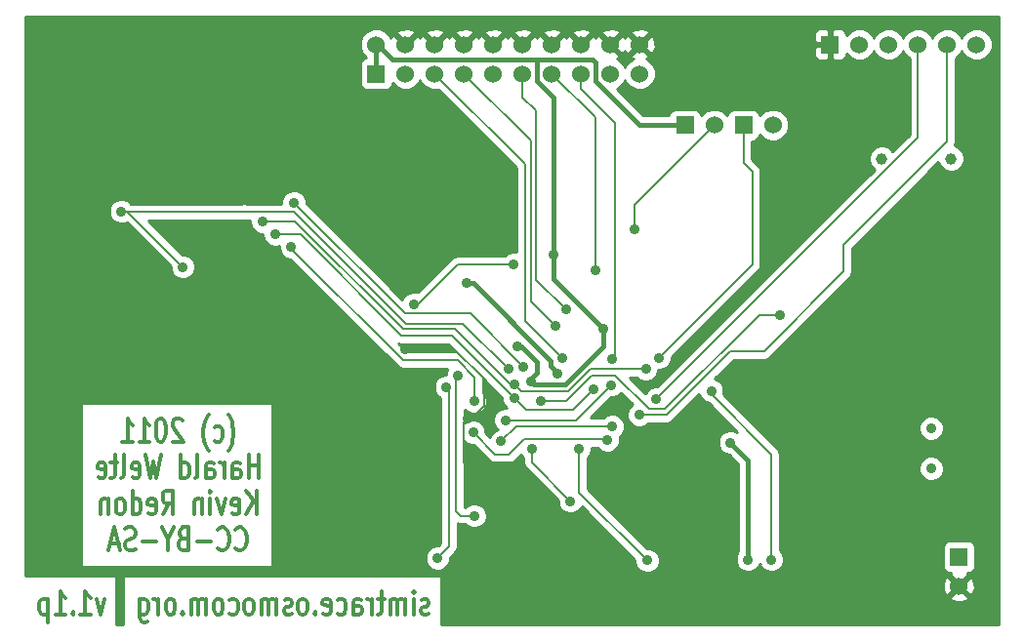
<source format=gbl>
G04 (created by PCBNEW-RS274X (2011-05-25)-stable) date Sat 05 Nov 2011 19:00:57 CET*
G01*
G70*
G90*
%MOIN*%
G04 Gerber Fmt 3.4, Leading zero omitted, Abs format*
%FSLAX34Y34*%
G04 APERTURE LIST*
%ADD10C,0.006000*%
%ADD11C,0.012000*%
%ADD12R,0.060000X0.060000*%
%ADD13C,0.060000*%
%ADD14C,0.035400*%
%ADD15C,0.039400*%
%ADD16C,0.035000*%
%ADD17C,0.008000*%
%ADD18C,0.016000*%
%ADD19C,0.010000*%
G04 APERTURE END LIST*
G54D10*
G54D11*
X17428Y-55140D02*
X17285Y-55674D01*
X17143Y-55140D01*
X16600Y-55674D02*
X16943Y-55674D01*
X16771Y-55674D02*
X16771Y-54874D01*
X16828Y-54988D01*
X16886Y-55064D01*
X16943Y-55102D01*
X16343Y-55598D02*
X16315Y-55636D01*
X16343Y-55674D01*
X16372Y-55636D01*
X16343Y-55598D01*
X16343Y-55674D01*
X15743Y-55674D02*
X16086Y-55674D01*
X15914Y-55674D02*
X15914Y-54874D01*
X15971Y-54988D01*
X16029Y-55064D01*
X16086Y-55102D01*
X15486Y-55140D02*
X15486Y-55940D01*
X15486Y-55179D02*
X15429Y-55140D01*
X15315Y-55140D01*
X15258Y-55179D01*
X15229Y-55217D01*
X15200Y-55293D01*
X15200Y-55521D01*
X15229Y-55598D01*
X15258Y-55636D01*
X15315Y-55674D01*
X15429Y-55674D01*
X15486Y-55636D01*
X21663Y-50079D02*
X21691Y-50040D01*
X21748Y-49926D01*
X21777Y-49850D01*
X21806Y-49736D01*
X21834Y-49545D01*
X21834Y-49393D01*
X21806Y-49202D01*
X21777Y-49088D01*
X21748Y-49012D01*
X21691Y-48898D01*
X21663Y-48860D01*
X21177Y-49736D02*
X21234Y-49774D01*
X21348Y-49774D01*
X21406Y-49736D01*
X21434Y-49698D01*
X21463Y-49621D01*
X21463Y-49393D01*
X21434Y-49317D01*
X21406Y-49279D01*
X21348Y-49240D01*
X21234Y-49240D01*
X21177Y-49279D01*
X20977Y-50079D02*
X20949Y-50040D01*
X20892Y-49926D01*
X20863Y-49850D01*
X20834Y-49736D01*
X20806Y-49545D01*
X20806Y-49393D01*
X20834Y-49202D01*
X20863Y-49088D01*
X20892Y-49012D01*
X20949Y-48898D01*
X20977Y-48860D01*
X20092Y-49050D02*
X20063Y-49012D01*
X20006Y-48974D01*
X19863Y-48974D01*
X19806Y-49012D01*
X19777Y-49050D01*
X19749Y-49126D01*
X19749Y-49202D01*
X19777Y-49317D01*
X20120Y-49774D01*
X19749Y-49774D01*
X19378Y-48974D02*
X19321Y-48974D01*
X19264Y-49012D01*
X19235Y-49050D01*
X19206Y-49126D01*
X19178Y-49279D01*
X19178Y-49469D01*
X19206Y-49621D01*
X19235Y-49698D01*
X19264Y-49736D01*
X19321Y-49774D01*
X19378Y-49774D01*
X19435Y-49736D01*
X19464Y-49698D01*
X19492Y-49621D01*
X19521Y-49469D01*
X19521Y-49279D01*
X19492Y-49126D01*
X19464Y-49050D01*
X19435Y-49012D01*
X19378Y-48974D01*
X18607Y-49774D02*
X18950Y-49774D01*
X18778Y-49774D02*
X18778Y-48974D01*
X18835Y-49088D01*
X18893Y-49164D01*
X18950Y-49202D01*
X18036Y-49774D02*
X18379Y-49774D01*
X18207Y-49774D02*
X18207Y-48974D01*
X18264Y-49088D01*
X18322Y-49164D01*
X18379Y-49202D01*
X22692Y-51014D02*
X22692Y-50214D01*
X22692Y-50595D02*
X22349Y-50595D01*
X22349Y-51014D02*
X22349Y-50214D01*
X21806Y-51014D02*
X21806Y-50595D01*
X21835Y-50519D01*
X21892Y-50480D01*
X22006Y-50480D01*
X22063Y-50519D01*
X21806Y-50976D02*
X21863Y-51014D01*
X22006Y-51014D01*
X22063Y-50976D01*
X22092Y-50900D01*
X22092Y-50823D01*
X22063Y-50747D01*
X22006Y-50709D01*
X21863Y-50709D01*
X21806Y-50671D01*
X21520Y-51014D02*
X21520Y-50480D01*
X21520Y-50633D02*
X21492Y-50557D01*
X21463Y-50519D01*
X21406Y-50480D01*
X21349Y-50480D01*
X20892Y-51014D02*
X20892Y-50595D01*
X20921Y-50519D01*
X20978Y-50480D01*
X21092Y-50480D01*
X21149Y-50519D01*
X20892Y-50976D02*
X20949Y-51014D01*
X21092Y-51014D01*
X21149Y-50976D01*
X21178Y-50900D01*
X21178Y-50823D01*
X21149Y-50747D01*
X21092Y-50709D01*
X20949Y-50709D01*
X20892Y-50671D01*
X20520Y-51014D02*
X20578Y-50976D01*
X20606Y-50900D01*
X20606Y-50214D01*
X20035Y-51014D02*
X20035Y-50214D01*
X20035Y-50976D02*
X20092Y-51014D01*
X20206Y-51014D01*
X20264Y-50976D01*
X20292Y-50938D01*
X20321Y-50861D01*
X20321Y-50633D01*
X20292Y-50557D01*
X20264Y-50519D01*
X20206Y-50480D01*
X20092Y-50480D01*
X20035Y-50519D01*
X19349Y-50214D02*
X19206Y-51014D01*
X19092Y-50442D01*
X18978Y-51014D01*
X18835Y-50214D01*
X18378Y-50976D02*
X18435Y-51014D01*
X18549Y-51014D01*
X18606Y-50976D01*
X18635Y-50900D01*
X18635Y-50595D01*
X18606Y-50519D01*
X18549Y-50480D01*
X18435Y-50480D01*
X18378Y-50519D01*
X18349Y-50595D01*
X18349Y-50671D01*
X18635Y-50747D01*
X18006Y-51014D02*
X18064Y-50976D01*
X18092Y-50900D01*
X18092Y-50214D01*
X17864Y-50480D02*
X17635Y-50480D01*
X17778Y-50214D02*
X17778Y-50900D01*
X17750Y-50976D01*
X17692Y-51014D01*
X17635Y-51014D01*
X17207Y-50976D02*
X17264Y-51014D01*
X17378Y-51014D01*
X17435Y-50976D01*
X17464Y-50900D01*
X17464Y-50595D01*
X17435Y-50519D01*
X17378Y-50480D01*
X17264Y-50480D01*
X17207Y-50519D01*
X17178Y-50595D01*
X17178Y-50671D01*
X17464Y-50747D01*
X22607Y-52254D02*
X22607Y-51454D01*
X22264Y-52254D02*
X22521Y-51797D01*
X22264Y-51454D02*
X22607Y-51911D01*
X21779Y-52216D02*
X21836Y-52254D01*
X21950Y-52254D01*
X22007Y-52216D01*
X22036Y-52140D01*
X22036Y-51835D01*
X22007Y-51759D01*
X21950Y-51720D01*
X21836Y-51720D01*
X21779Y-51759D01*
X21750Y-51835D01*
X21750Y-51911D01*
X22036Y-51987D01*
X21550Y-51720D02*
X21407Y-52254D01*
X21265Y-51720D01*
X21036Y-52254D02*
X21036Y-51720D01*
X21036Y-51454D02*
X21065Y-51492D01*
X21036Y-51530D01*
X21008Y-51492D01*
X21036Y-51454D01*
X21036Y-51530D01*
X20750Y-51720D02*
X20750Y-52254D01*
X20750Y-51797D02*
X20722Y-51759D01*
X20664Y-51720D01*
X20579Y-51720D01*
X20522Y-51759D01*
X20493Y-51835D01*
X20493Y-52254D01*
X19407Y-52254D02*
X19607Y-51873D01*
X19750Y-52254D02*
X19750Y-51454D01*
X19522Y-51454D01*
X19464Y-51492D01*
X19436Y-51530D01*
X19407Y-51606D01*
X19407Y-51720D01*
X19436Y-51797D01*
X19464Y-51835D01*
X19522Y-51873D01*
X19750Y-51873D01*
X18922Y-52216D02*
X18979Y-52254D01*
X19093Y-52254D01*
X19150Y-52216D01*
X19179Y-52140D01*
X19179Y-51835D01*
X19150Y-51759D01*
X19093Y-51720D01*
X18979Y-51720D01*
X18922Y-51759D01*
X18893Y-51835D01*
X18893Y-51911D01*
X19179Y-51987D01*
X18379Y-52254D02*
X18379Y-51454D01*
X18379Y-52216D02*
X18436Y-52254D01*
X18550Y-52254D01*
X18608Y-52216D01*
X18636Y-52178D01*
X18665Y-52101D01*
X18665Y-51873D01*
X18636Y-51797D01*
X18608Y-51759D01*
X18550Y-51720D01*
X18436Y-51720D01*
X18379Y-51759D01*
X18007Y-52254D02*
X18065Y-52216D01*
X18093Y-52178D01*
X18122Y-52101D01*
X18122Y-51873D01*
X18093Y-51797D01*
X18065Y-51759D01*
X18007Y-51720D01*
X17922Y-51720D01*
X17865Y-51759D01*
X17836Y-51797D01*
X17807Y-51873D01*
X17807Y-52101D01*
X17836Y-52178D01*
X17865Y-52216D01*
X17922Y-52254D01*
X18007Y-52254D01*
X17550Y-51720D02*
X17550Y-52254D01*
X17550Y-51797D02*
X17522Y-51759D01*
X17464Y-51720D01*
X17379Y-51720D01*
X17322Y-51759D01*
X17293Y-51835D01*
X17293Y-52254D01*
X21906Y-53418D02*
X21935Y-53456D01*
X22021Y-53494D01*
X22078Y-53494D01*
X22163Y-53456D01*
X22221Y-53380D01*
X22249Y-53303D01*
X22278Y-53151D01*
X22278Y-53037D01*
X22249Y-52884D01*
X22221Y-52808D01*
X22163Y-52732D01*
X22078Y-52694D01*
X22021Y-52694D01*
X21935Y-52732D01*
X21906Y-52770D01*
X21306Y-53418D02*
X21335Y-53456D01*
X21421Y-53494D01*
X21478Y-53494D01*
X21563Y-53456D01*
X21621Y-53380D01*
X21649Y-53303D01*
X21678Y-53151D01*
X21678Y-53037D01*
X21649Y-52884D01*
X21621Y-52808D01*
X21563Y-52732D01*
X21478Y-52694D01*
X21421Y-52694D01*
X21335Y-52732D01*
X21306Y-52770D01*
X21049Y-53189D02*
X20592Y-53189D01*
X20106Y-53075D02*
X20020Y-53113D01*
X19992Y-53151D01*
X19963Y-53227D01*
X19963Y-53341D01*
X19992Y-53418D01*
X20020Y-53456D01*
X20078Y-53494D01*
X20306Y-53494D01*
X20306Y-52694D01*
X20106Y-52694D01*
X20049Y-52732D01*
X20020Y-52770D01*
X19992Y-52846D01*
X19992Y-52922D01*
X20020Y-52999D01*
X20049Y-53037D01*
X20106Y-53075D01*
X20306Y-53075D01*
X19592Y-53113D02*
X19592Y-53494D01*
X19792Y-52694D02*
X19592Y-53113D01*
X19392Y-52694D01*
X19192Y-53189D02*
X18735Y-53189D01*
X18478Y-53456D02*
X18392Y-53494D01*
X18249Y-53494D01*
X18192Y-53456D01*
X18163Y-53418D01*
X18135Y-53341D01*
X18135Y-53265D01*
X18163Y-53189D01*
X18192Y-53151D01*
X18249Y-53113D01*
X18363Y-53075D01*
X18421Y-53037D01*
X18449Y-52999D01*
X18478Y-52922D01*
X18478Y-52846D01*
X18449Y-52770D01*
X18421Y-52732D01*
X18363Y-52694D01*
X18221Y-52694D01*
X18135Y-52732D01*
X17907Y-53265D02*
X17621Y-53265D01*
X17964Y-53494D02*
X17764Y-52694D01*
X17564Y-53494D01*
X28493Y-55636D02*
X28436Y-55674D01*
X28321Y-55674D01*
X28264Y-55636D01*
X28236Y-55560D01*
X28236Y-55521D01*
X28264Y-55445D01*
X28321Y-55407D01*
X28407Y-55407D01*
X28464Y-55369D01*
X28493Y-55293D01*
X28493Y-55255D01*
X28464Y-55179D01*
X28407Y-55140D01*
X28321Y-55140D01*
X28264Y-55179D01*
X27978Y-55674D02*
X27978Y-55140D01*
X27978Y-54874D02*
X28007Y-54912D01*
X27978Y-54950D01*
X27950Y-54912D01*
X27978Y-54874D01*
X27978Y-54950D01*
X27692Y-55674D02*
X27692Y-55140D01*
X27692Y-55217D02*
X27664Y-55179D01*
X27606Y-55140D01*
X27521Y-55140D01*
X27464Y-55179D01*
X27435Y-55255D01*
X27435Y-55674D01*
X27435Y-55255D02*
X27406Y-55179D01*
X27349Y-55140D01*
X27264Y-55140D01*
X27206Y-55179D01*
X27178Y-55255D01*
X27178Y-55674D01*
X26978Y-55140D02*
X26749Y-55140D01*
X26892Y-54874D02*
X26892Y-55560D01*
X26864Y-55636D01*
X26806Y-55674D01*
X26749Y-55674D01*
X26549Y-55674D02*
X26549Y-55140D01*
X26549Y-55293D02*
X26521Y-55217D01*
X26492Y-55179D01*
X26435Y-55140D01*
X26378Y-55140D01*
X25921Y-55674D02*
X25921Y-55255D01*
X25950Y-55179D01*
X26007Y-55140D01*
X26121Y-55140D01*
X26178Y-55179D01*
X25921Y-55636D02*
X25978Y-55674D01*
X26121Y-55674D01*
X26178Y-55636D01*
X26207Y-55560D01*
X26207Y-55483D01*
X26178Y-55407D01*
X26121Y-55369D01*
X25978Y-55369D01*
X25921Y-55331D01*
X25378Y-55636D02*
X25435Y-55674D01*
X25549Y-55674D01*
X25607Y-55636D01*
X25635Y-55598D01*
X25664Y-55521D01*
X25664Y-55293D01*
X25635Y-55217D01*
X25607Y-55179D01*
X25549Y-55140D01*
X25435Y-55140D01*
X25378Y-55179D01*
X24893Y-55636D02*
X24950Y-55674D01*
X25064Y-55674D01*
X25121Y-55636D01*
X25150Y-55560D01*
X25150Y-55255D01*
X25121Y-55179D01*
X25064Y-55140D01*
X24950Y-55140D01*
X24893Y-55179D01*
X24864Y-55255D01*
X24864Y-55331D01*
X25150Y-55407D01*
X24607Y-55598D02*
X24579Y-55636D01*
X24607Y-55674D01*
X24636Y-55636D01*
X24607Y-55598D01*
X24607Y-55674D01*
X24235Y-55674D02*
X24293Y-55636D01*
X24321Y-55598D01*
X24350Y-55521D01*
X24350Y-55293D01*
X24321Y-55217D01*
X24293Y-55179D01*
X24235Y-55140D01*
X24150Y-55140D01*
X24093Y-55179D01*
X24064Y-55217D01*
X24035Y-55293D01*
X24035Y-55521D01*
X24064Y-55598D01*
X24093Y-55636D01*
X24150Y-55674D01*
X24235Y-55674D01*
X23807Y-55636D02*
X23750Y-55674D01*
X23635Y-55674D01*
X23578Y-55636D01*
X23550Y-55560D01*
X23550Y-55521D01*
X23578Y-55445D01*
X23635Y-55407D01*
X23721Y-55407D01*
X23778Y-55369D01*
X23807Y-55293D01*
X23807Y-55255D01*
X23778Y-55179D01*
X23721Y-55140D01*
X23635Y-55140D01*
X23578Y-55179D01*
X23292Y-55674D02*
X23292Y-55140D01*
X23292Y-55217D02*
X23264Y-55179D01*
X23206Y-55140D01*
X23121Y-55140D01*
X23064Y-55179D01*
X23035Y-55255D01*
X23035Y-55674D01*
X23035Y-55255D02*
X23006Y-55179D01*
X22949Y-55140D01*
X22864Y-55140D01*
X22806Y-55179D01*
X22778Y-55255D01*
X22778Y-55674D01*
X22406Y-55674D02*
X22464Y-55636D01*
X22492Y-55598D01*
X22521Y-55521D01*
X22521Y-55293D01*
X22492Y-55217D01*
X22464Y-55179D01*
X22406Y-55140D01*
X22321Y-55140D01*
X22264Y-55179D01*
X22235Y-55217D01*
X22206Y-55293D01*
X22206Y-55521D01*
X22235Y-55598D01*
X22264Y-55636D01*
X22321Y-55674D01*
X22406Y-55674D01*
X21692Y-55636D02*
X21749Y-55674D01*
X21863Y-55674D01*
X21921Y-55636D01*
X21949Y-55598D01*
X21978Y-55521D01*
X21978Y-55293D01*
X21949Y-55217D01*
X21921Y-55179D01*
X21863Y-55140D01*
X21749Y-55140D01*
X21692Y-55179D01*
X21349Y-55674D02*
X21407Y-55636D01*
X21435Y-55598D01*
X21464Y-55521D01*
X21464Y-55293D01*
X21435Y-55217D01*
X21407Y-55179D01*
X21349Y-55140D01*
X21264Y-55140D01*
X21207Y-55179D01*
X21178Y-55217D01*
X21149Y-55293D01*
X21149Y-55521D01*
X21178Y-55598D01*
X21207Y-55636D01*
X21264Y-55674D01*
X21349Y-55674D01*
X20892Y-55674D02*
X20892Y-55140D01*
X20892Y-55217D02*
X20864Y-55179D01*
X20806Y-55140D01*
X20721Y-55140D01*
X20664Y-55179D01*
X20635Y-55255D01*
X20635Y-55674D01*
X20635Y-55255D02*
X20606Y-55179D01*
X20549Y-55140D01*
X20464Y-55140D01*
X20406Y-55179D01*
X20378Y-55255D01*
X20378Y-55674D01*
X20092Y-55598D02*
X20064Y-55636D01*
X20092Y-55674D01*
X20121Y-55636D01*
X20092Y-55598D01*
X20092Y-55674D01*
X19720Y-55674D02*
X19778Y-55636D01*
X19806Y-55598D01*
X19835Y-55521D01*
X19835Y-55293D01*
X19806Y-55217D01*
X19778Y-55179D01*
X19720Y-55140D01*
X19635Y-55140D01*
X19578Y-55179D01*
X19549Y-55217D01*
X19520Y-55293D01*
X19520Y-55521D01*
X19549Y-55598D01*
X19578Y-55636D01*
X19635Y-55674D01*
X19720Y-55674D01*
X19263Y-55674D02*
X19263Y-55140D01*
X19263Y-55293D02*
X19235Y-55217D01*
X19206Y-55179D01*
X19149Y-55140D01*
X19092Y-55140D01*
X18635Y-55140D02*
X18635Y-55788D01*
X18664Y-55864D01*
X18692Y-55902D01*
X18749Y-55940D01*
X18835Y-55940D01*
X18892Y-55902D01*
X18635Y-55636D02*
X18692Y-55674D01*
X18806Y-55674D01*
X18864Y-55636D01*
X18892Y-55598D01*
X18921Y-55521D01*
X18921Y-55293D01*
X18892Y-55217D01*
X18864Y-55179D01*
X18806Y-55140D01*
X18692Y-55140D01*
X18635Y-55179D01*
G54D12*
X42200Y-36200D03*
G54D13*
X43200Y-36200D03*
X44200Y-36200D03*
X45200Y-36200D03*
X46200Y-36200D03*
X47200Y-36200D03*
G54D14*
X45650Y-50689D03*
X45650Y-49311D03*
G54D12*
X46600Y-53700D03*
G54D13*
X46600Y-54700D03*
G54D12*
X26700Y-37200D03*
G54D13*
X26700Y-36200D03*
X27700Y-37200D03*
X27700Y-36200D03*
X28700Y-37200D03*
X28700Y-36200D03*
X29700Y-37200D03*
X29700Y-36200D03*
X30700Y-37200D03*
X30700Y-36200D03*
X31700Y-37200D03*
X31700Y-36200D03*
X32700Y-37200D03*
X32700Y-36200D03*
X33700Y-37200D03*
X33700Y-36200D03*
X34700Y-37200D03*
X34700Y-36200D03*
X35700Y-37200D03*
X35700Y-36200D03*
G54D12*
X37250Y-38950D03*
G54D13*
X38250Y-38950D03*
G54D12*
X39250Y-38950D03*
G54D13*
X40250Y-38950D03*
G54D15*
X46331Y-40100D03*
X43969Y-40100D03*
G54D16*
X34742Y-46956D03*
X22816Y-42245D03*
X31421Y-47811D03*
X35910Y-47293D03*
X31131Y-49039D03*
X34737Y-47832D03*
X35965Y-53828D03*
X33639Y-50003D03*
X36268Y-48322D03*
X35682Y-48858D03*
X20100Y-43800D03*
X18000Y-41900D03*
X31217Y-47293D03*
X23261Y-42681D03*
X31426Y-48290D03*
X34128Y-47979D03*
X29500Y-47500D03*
X30050Y-52300D03*
X29100Y-47900D03*
X28800Y-53750D03*
X23892Y-41603D03*
X31733Y-47209D03*
X30973Y-49764D03*
X34764Y-49247D03*
X23802Y-43110D03*
X30055Y-48393D03*
X38147Y-48037D03*
X40200Y-53800D03*
X30013Y-49446D03*
X34597Y-49724D03*
X33174Y-45257D03*
X33063Y-46911D03*
X34193Y-43899D03*
X36353Y-46899D03*
X32812Y-45800D03*
X32900Y-47435D03*
X29777Y-44364D03*
X39400Y-53800D03*
X38800Y-49800D03*
X32018Y-50002D03*
X33332Y-51799D03*
X34468Y-45915D03*
X32772Y-43374D03*
X31986Y-47726D03*
X31514Y-46505D03*
X28618Y-42765D03*
X28093Y-44156D03*
X31150Y-51924D03*
X32784Y-51816D03*
X27696Y-46611D03*
X29830Y-48992D03*
X35524Y-42509D03*
X32321Y-48367D03*
X40475Y-45434D03*
X31400Y-43700D03*
X27997Y-45069D03*
G54D17*
X33700Y-37200D02*
X33700Y-37700D01*
X33700Y-37700D02*
X34866Y-38866D01*
X34742Y-46956D02*
X34866Y-46832D01*
X34866Y-46832D02*
X34866Y-38866D01*
X31283Y-47811D02*
X31421Y-47811D01*
X29398Y-45926D02*
X31283Y-47811D01*
X27615Y-45926D02*
X29398Y-45926D01*
X23934Y-42245D02*
X27615Y-45926D01*
X22816Y-42245D02*
X23934Y-42245D01*
X31658Y-48048D02*
X31421Y-47811D01*
X33260Y-48048D02*
X31658Y-48048D01*
X34015Y-47293D02*
X33260Y-48048D01*
X35910Y-47293D02*
X34015Y-47293D01*
X33530Y-49039D02*
X34737Y-47832D01*
X31131Y-49039D02*
X33530Y-49039D01*
X35965Y-53828D02*
X33639Y-51502D01*
X33639Y-51502D02*
X33639Y-50003D01*
X45200Y-39390D02*
X36268Y-48322D01*
X45200Y-36200D02*
X45200Y-39390D01*
X36616Y-48858D02*
X35682Y-48858D01*
X38790Y-46684D02*
X36616Y-48858D01*
X39948Y-46684D02*
X38790Y-46684D01*
X42672Y-43960D02*
X39948Y-46684D01*
X42672Y-43050D02*
X42672Y-43960D01*
X46200Y-39522D02*
X42672Y-43050D01*
X46200Y-36200D02*
X46200Y-39522D01*
X18200Y-41900D02*
X18000Y-41900D01*
X20100Y-43800D02*
X18200Y-41900D01*
X20224Y-41924D02*
X22176Y-41924D01*
X18000Y-41900D02*
X18024Y-41924D01*
X18024Y-41924D02*
X20224Y-41924D01*
X22200Y-41900D02*
X22200Y-41924D01*
X22176Y-41924D02*
X22200Y-41900D01*
X29666Y-45742D02*
X31217Y-47293D01*
X27713Y-45742D02*
X29666Y-45742D01*
X23895Y-41924D02*
X27713Y-45742D01*
X22200Y-41924D02*
X23895Y-41924D01*
X33421Y-48686D02*
X34128Y-47979D01*
X31822Y-48686D02*
X33421Y-48686D01*
X31426Y-48290D02*
X31822Y-48686D01*
X29278Y-46142D02*
X31426Y-48290D01*
X27571Y-46142D02*
X29278Y-46142D01*
X24110Y-42681D02*
X27571Y-46142D01*
X23261Y-42681D02*
X24110Y-42681D01*
X29440Y-47900D02*
X29440Y-47560D01*
X29440Y-47560D02*
X29500Y-47500D01*
X30050Y-52300D02*
X29600Y-52300D01*
X29600Y-52300D02*
X29440Y-52140D01*
X29440Y-52140D02*
X29440Y-47900D01*
X29200Y-48200D02*
X29191Y-48200D01*
X29191Y-48191D02*
X29200Y-48200D01*
X29191Y-47991D02*
X29191Y-48191D01*
X29100Y-47900D02*
X29191Y-47991D01*
X29200Y-52300D02*
X29191Y-52300D01*
X29191Y-52300D02*
X29191Y-48200D01*
X28800Y-53750D02*
X29191Y-53359D01*
X29191Y-53359D02*
X29191Y-52309D01*
X29191Y-52309D02*
X29200Y-52300D01*
X29912Y-45388D02*
X31733Y-47209D01*
X27677Y-45388D02*
X29912Y-45388D01*
X23892Y-41603D02*
X27677Y-45388D01*
X31490Y-49247D02*
X34764Y-49247D01*
X30973Y-49764D02*
X31490Y-49247D01*
X23802Y-43167D02*
X23802Y-43110D01*
X27623Y-46988D02*
X23802Y-43167D01*
X29477Y-46988D02*
X27623Y-46988D01*
X30055Y-47566D02*
X29477Y-46988D01*
X30055Y-48393D02*
X30055Y-47566D01*
X38147Y-48037D02*
X38147Y-48147D01*
X40200Y-50200D02*
X40200Y-53800D01*
X38147Y-48147D02*
X40200Y-50200D01*
X34557Y-49684D02*
X34597Y-49724D01*
X31755Y-49684D02*
X34557Y-49684D01*
X31240Y-50199D02*
X31755Y-49684D01*
X30766Y-50199D02*
X31240Y-50199D01*
X30013Y-49446D02*
X30766Y-50199D01*
X31700Y-37200D02*
X31700Y-38000D01*
X31700Y-38000D02*
X32163Y-38463D01*
X33174Y-45257D02*
X32163Y-44246D01*
X32163Y-44246D02*
X32163Y-38463D01*
X31795Y-40295D02*
X28700Y-37200D01*
X31795Y-45643D02*
X31795Y-40295D01*
X33063Y-46911D02*
X31795Y-45643D01*
X34193Y-38693D02*
X32700Y-37200D01*
X34193Y-43899D02*
X34193Y-38693D01*
X39250Y-38950D02*
X39250Y-40250D01*
X39250Y-40250D02*
X39550Y-40550D01*
X39550Y-43702D02*
X36353Y-46899D01*
X39550Y-40550D02*
X39550Y-43702D01*
X31979Y-39479D02*
X29700Y-37200D01*
X31979Y-44967D02*
X31979Y-39479D01*
X32812Y-45800D02*
X31979Y-44967D01*
G54D18*
X29777Y-44364D02*
X30014Y-44364D01*
X32650Y-47185D02*
X32900Y-47435D01*
X32650Y-47000D02*
X32650Y-47185D01*
X30014Y-44364D02*
X32650Y-47000D01*
X39400Y-50400D02*
X39400Y-53800D01*
X38800Y-49800D02*
X39400Y-50400D01*
G54D17*
X32018Y-50485D02*
X32018Y-50002D01*
X33332Y-51799D02*
X32018Y-50485D01*
G54D18*
X31986Y-47726D02*
X31986Y-47614D01*
X31655Y-46505D02*
X31514Y-46505D01*
X32200Y-47050D02*
X31655Y-46505D01*
X32200Y-47400D02*
X32200Y-47050D01*
X31986Y-47614D02*
X32200Y-47400D01*
X34468Y-45915D02*
X34468Y-46520D01*
X32086Y-47826D02*
X31986Y-47726D01*
X33162Y-47826D02*
X32086Y-47826D01*
X34468Y-46520D02*
X33162Y-47826D01*
X32772Y-43374D02*
X32772Y-44219D01*
X32772Y-44219D02*
X34468Y-45915D01*
X34200Y-37300D02*
X34200Y-37450D01*
X34100Y-36700D02*
X34206Y-36806D01*
X34206Y-36806D02*
X34206Y-37294D01*
X34206Y-37294D02*
X34200Y-37300D01*
X32151Y-36700D02*
X34100Y-36700D01*
X35700Y-38950D02*
X37250Y-38950D01*
X34200Y-37450D02*
X35700Y-38950D01*
X32200Y-37200D02*
X32200Y-37450D01*
X32772Y-38022D02*
X32772Y-43374D01*
X32200Y-37450D02*
X32772Y-38022D01*
X32200Y-37200D02*
X32200Y-36749D01*
X32200Y-36749D02*
X32151Y-36700D01*
X26700Y-36200D02*
X26750Y-36200D01*
X27250Y-36700D02*
X32151Y-36700D01*
X26750Y-36200D02*
X27250Y-36700D01*
G54D17*
X26700Y-36650D02*
X26650Y-36650D01*
X26650Y-36650D02*
X26700Y-36650D01*
G54D18*
X26700Y-36200D02*
X26700Y-36650D01*
X26700Y-36650D02*
X26700Y-37200D01*
G54D17*
X32151Y-36700D02*
X32200Y-36749D01*
X35711Y-38950D02*
X37250Y-38950D01*
X34149Y-37388D02*
X35711Y-38950D01*
X34149Y-36771D02*
X34149Y-37388D01*
X34127Y-36749D02*
X34149Y-36771D01*
X32200Y-36749D02*
X34127Y-36749D01*
X34468Y-45915D02*
X32772Y-44219D01*
X28618Y-43631D02*
X28093Y-44156D01*
X28618Y-42765D02*
X28618Y-43631D01*
X31258Y-51816D02*
X32784Y-51816D01*
X31150Y-51924D02*
X31258Y-51816D01*
X27696Y-46611D02*
X29117Y-46611D01*
X29931Y-48992D02*
X29830Y-48992D01*
X30374Y-48549D02*
X29931Y-48992D01*
X30374Y-47625D02*
X30374Y-48549D01*
X29360Y-46611D02*
X30374Y-47625D01*
X29117Y-46611D02*
X29360Y-46611D01*
X29694Y-49128D02*
X29830Y-48992D01*
X29694Y-50468D02*
X29694Y-49128D01*
X31150Y-51924D02*
X29694Y-50468D01*
X35524Y-41676D02*
X35524Y-42509D01*
X38250Y-38950D02*
X35524Y-41676D01*
X33201Y-48367D02*
X32321Y-48367D01*
X34054Y-47514D02*
X33201Y-48367D01*
X34870Y-47514D02*
X34054Y-47514D01*
X36010Y-48654D02*
X34870Y-47514D01*
X36560Y-48654D02*
X36010Y-48654D01*
X39780Y-45434D02*
X36560Y-48654D01*
X40475Y-45434D02*
X39780Y-45434D01*
X28131Y-45069D02*
X27997Y-45069D01*
X29500Y-43700D02*
X28131Y-45069D01*
X31400Y-43700D02*
X29500Y-43700D01*
G54D19*
X27447Y-46401D02*
X27447Y-46401D01*
X27526Y-46481D02*
X29206Y-46481D01*
X27606Y-46561D02*
X29286Y-46561D01*
X27686Y-46641D02*
X29366Y-46641D01*
X30345Y-47619D02*
X30345Y-47619D01*
X30345Y-47699D02*
X30425Y-47699D01*
X30345Y-47779D02*
X30505Y-47779D01*
X30345Y-47859D02*
X30585Y-47859D01*
X30345Y-47939D02*
X30665Y-47939D01*
X30345Y-48019D02*
X30745Y-48019D01*
X30362Y-48099D02*
X30825Y-48099D01*
X30426Y-48179D02*
X30905Y-48179D01*
X30459Y-48259D02*
X30985Y-48259D01*
X30480Y-48339D02*
X31001Y-48339D01*
X30480Y-48419D02*
X31020Y-48419D01*
X30472Y-48499D02*
X31053Y-48499D01*
X30438Y-48579D02*
X31114Y-48579D01*
X30390Y-48659D02*
X30937Y-48659D01*
X29730Y-48739D02*
X29800Y-48739D01*
X30310Y-48739D02*
X30830Y-48739D01*
X29730Y-48819D02*
X30762Y-48819D01*
X29730Y-48899D02*
X30728Y-48899D01*
X29730Y-48979D02*
X30706Y-48979D01*
X29730Y-49059D02*
X29836Y-49059D01*
X30189Y-49059D02*
X30706Y-49059D01*
X30307Y-49139D02*
X30713Y-49139D01*
X30379Y-49219D02*
X30746Y-49219D01*
X30412Y-49299D02*
X30790Y-49299D01*
X30438Y-49379D02*
X30791Y-49379D01*
X30438Y-49459D02*
X30677Y-49459D01*
X30516Y-49539D02*
X30606Y-49539D01*
X14740Y-35240D02*
X47960Y-35240D01*
X14740Y-35320D02*
X47960Y-35320D01*
X14740Y-35400D02*
X47960Y-35400D01*
X14740Y-35480D02*
X47960Y-35480D01*
X14740Y-35560D02*
X47960Y-35560D01*
X14740Y-35640D02*
X47960Y-35640D01*
X14740Y-35720D02*
X26425Y-35720D01*
X26974Y-35720D02*
X27438Y-35720D01*
X27958Y-35720D02*
X28438Y-35720D01*
X28958Y-35720D02*
X29438Y-35720D01*
X29958Y-35720D02*
X30438Y-35720D01*
X30958Y-35720D02*
X31438Y-35720D01*
X31958Y-35720D02*
X32438Y-35720D01*
X32958Y-35720D02*
X33438Y-35720D01*
X33958Y-35720D02*
X34438Y-35720D01*
X34958Y-35720D02*
X35438Y-35720D01*
X35958Y-35720D02*
X41728Y-35720D01*
X42150Y-35720D02*
X42250Y-35720D01*
X42672Y-35720D02*
X42925Y-35720D01*
X43474Y-35720D02*
X43925Y-35720D01*
X44474Y-35720D02*
X44925Y-35720D01*
X45474Y-35720D02*
X45925Y-35720D01*
X46474Y-35720D02*
X46925Y-35720D01*
X47474Y-35720D02*
X47960Y-35720D01*
X14740Y-35800D02*
X26324Y-35800D01*
X27076Y-35800D02*
X27398Y-35800D01*
X28001Y-35800D02*
X28398Y-35800D01*
X29001Y-35800D02*
X29398Y-35800D01*
X30001Y-35800D02*
X30398Y-35800D01*
X31001Y-35800D02*
X31398Y-35800D01*
X32001Y-35800D02*
X32398Y-35800D01*
X33001Y-35800D02*
X33398Y-35800D01*
X34001Y-35800D02*
X34398Y-35800D01*
X35001Y-35800D02*
X35398Y-35800D01*
X36001Y-35800D02*
X41671Y-35800D01*
X42150Y-35800D02*
X42250Y-35800D01*
X42728Y-35800D02*
X42824Y-35800D01*
X43576Y-35800D02*
X43824Y-35800D01*
X44576Y-35800D02*
X44824Y-35800D01*
X45576Y-35800D02*
X45824Y-35800D01*
X46576Y-35800D02*
X46824Y-35800D01*
X47576Y-35800D02*
X47960Y-35800D01*
X14740Y-35880D02*
X26244Y-35880D01*
X27156Y-35880D02*
X27451Y-35880D01*
X27950Y-35880D02*
X28008Y-35880D01*
X28008Y-35880D02*
X28451Y-35880D01*
X28950Y-35880D02*
X29008Y-35880D01*
X29008Y-35880D02*
X29451Y-35880D01*
X29950Y-35880D02*
X30008Y-35880D01*
X30008Y-35880D02*
X30451Y-35880D01*
X30950Y-35880D02*
X31008Y-35880D01*
X31008Y-35880D02*
X31451Y-35880D01*
X31950Y-35880D02*
X32008Y-35880D01*
X32008Y-35880D02*
X32451Y-35880D01*
X32950Y-35880D02*
X33008Y-35880D01*
X33008Y-35880D02*
X33451Y-35880D01*
X33950Y-35880D02*
X34008Y-35880D01*
X34008Y-35880D02*
X34451Y-35880D01*
X34950Y-35880D02*
X35008Y-35880D01*
X35008Y-35880D02*
X35451Y-35880D01*
X35950Y-35880D02*
X36008Y-35880D01*
X36008Y-35880D02*
X41651Y-35880D01*
X42150Y-35880D02*
X42250Y-35880D01*
X43656Y-35880D02*
X43744Y-35880D01*
X44656Y-35880D02*
X44744Y-35880D01*
X45656Y-35880D02*
X45744Y-35880D01*
X46656Y-35880D02*
X46744Y-35880D01*
X47656Y-35880D02*
X47960Y-35880D01*
X14740Y-35960D02*
X26205Y-35960D01*
X27194Y-35960D02*
X27212Y-35960D01*
X27389Y-35960D02*
X27531Y-35960D01*
X27870Y-35960D02*
X28008Y-35960D01*
X28008Y-35960D02*
X28010Y-35960D01*
X28188Y-35960D02*
X28213Y-35960D01*
X28389Y-35960D02*
X28531Y-35960D01*
X28870Y-35960D02*
X29008Y-35960D01*
X29008Y-35960D02*
X29010Y-35960D01*
X29188Y-35960D02*
X29213Y-35960D01*
X29389Y-35960D02*
X29531Y-35960D01*
X29870Y-35960D02*
X30008Y-35960D01*
X30008Y-35960D02*
X30010Y-35960D01*
X30188Y-35960D02*
X30213Y-35960D01*
X30389Y-35960D02*
X30531Y-35960D01*
X30870Y-35960D02*
X31008Y-35960D01*
X31008Y-35960D02*
X31010Y-35960D01*
X31188Y-35960D02*
X31213Y-35960D01*
X31389Y-35960D02*
X31531Y-35960D01*
X31870Y-35960D02*
X32008Y-35960D01*
X32008Y-35960D02*
X32010Y-35960D01*
X32188Y-35960D02*
X32213Y-35960D01*
X32389Y-35960D02*
X32531Y-35960D01*
X32870Y-35960D02*
X33008Y-35960D01*
X33008Y-35960D02*
X33010Y-35960D01*
X33188Y-35960D02*
X33213Y-35960D01*
X33389Y-35960D02*
X33531Y-35960D01*
X33870Y-35960D02*
X34008Y-35960D01*
X34008Y-35960D02*
X34010Y-35960D01*
X34188Y-35960D02*
X34213Y-35960D01*
X34389Y-35960D02*
X34531Y-35960D01*
X34870Y-35960D02*
X35008Y-35960D01*
X35008Y-35960D02*
X35010Y-35960D01*
X35188Y-35960D02*
X35213Y-35960D01*
X35389Y-35960D02*
X35531Y-35960D01*
X35870Y-35960D02*
X36008Y-35960D01*
X36008Y-35960D02*
X36010Y-35960D01*
X36188Y-35960D02*
X41650Y-35960D01*
X42150Y-35960D02*
X42250Y-35960D01*
X43694Y-35960D02*
X43705Y-35960D01*
X44694Y-35960D02*
X44705Y-35960D01*
X45694Y-35960D02*
X45705Y-35960D01*
X46694Y-35960D02*
X46705Y-35960D01*
X47694Y-35960D02*
X47960Y-35960D01*
X14740Y-36040D02*
X26172Y-36040D01*
X27469Y-36040D02*
X27611Y-36040D01*
X27790Y-36040D02*
X27930Y-36040D01*
X28469Y-36040D02*
X28611Y-36040D01*
X28790Y-36040D02*
X28930Y-36040D01*
X29469Y-36040D02*
X29611Y-36040D01*
X29790Y-36040D02*
X29930Y-36040D01*
X30469Y-36040D02*
X30611Y-36040D01*
X30790Y-36040D02*
X30930Y-36040D01*
X31469Y-36040D02*
X31611Y-36040D01*
X31790Y-36040D02*
X31930Y-36040D01*
X32469Y-36040D02*
X32611Y-36040D01*
X32790Y-36040D02*
X32930Y-36040D01*
X33469Y-36040D02*
X33611Y-36040D01*
X33790Y-36040D02*
X33930Y-36040D01*
X34469Y-36040D02*
X34611Y-36040D01*
X34790Y-36040D02*
X34930Y-36040D01*
X35469Y-36040D02*
X35611Y-36040D01*
X35790Y-36040D02*
X35930Y-36040D01*
X36221Y-36040D02*
X41650Y-36040D01*
X42150Y-36040D02*
X42250Y-36040D01*
X47727Y-36040D02*
X47960Y-36040D01*
X14740Y-36120D02*
X26151Y-36120D01*
X27549Y-36120D02*
X27691Y-36120D01*
X27710Y-36120D02*
X27850Y-36120D01*
X28549Y-36120D02*
X28691Y-36120D01*
X28710Y-36120D02*
X28850Y-36120D01*
X29549Y-36120D02*
X29691Y-36120D01*
X29710Y-36120D02*
X29850Y-36120D01*
X30549Y-36120D02*
X30691Y-36120D01*
X30710Y-36120D02*
X30850Y-36120D01*
X31549Y-36120D02*
X31691Y-36120D01*
X31710Y-36120D02*
X31850Y-36120D01*
X32549Y-36120D02*
X32691Y-36120D01*
X32710Y-36120D02*
X32850Y-36120D01*
X33549Y-36120D02*
X33691Y-36120D01*
X33710Y-36120D02*
X33850Y-36120D01*
X34549Y-36120D02*
X34691Y-36120D01*
X34710Y-36120D02*
X34850Y-36120D01*
X35549Y-36120D02*
X35691Y-36120D01*
X35710Y-36120D02*
X35850Y-36120D01*
X36234Y-36120D02*
X41682Y-36120D01*
X42150Y-36120D02*
X42250Y-36120D01*
X47749Y-36120D02*
X47960Y-36120D01*
X14740Y-36200D02*
X26151Y-36200D01*
X27629Y-36200D02*
X27771Y-36200D01*
X28629Y-36200D02*
X28771Y-36200D01*
X29629Y-36200D02*
X29771Y-36200D01*
X30629Y-36200D02*
X30771Y-36200D01*
X31629Y-36200D02*
X31771Y-36200D01*
X32629Y-36200D02*
X32771Y-36200D01*
X33629Y-36200D02*
X33771Y-36200D01*
X34629Y-36200D02*
X34771Y-36200D01*
X35629Y-36200D02*
X35629Y-36200D01*
X35629Y-36200D02*
X35771Y-36200D01*
X36238Y-36200D02*
X42150Y-36200D01*
X42150Y-36200D02*
X42250Y-36200D01*
X47749Y-36200D02*
X47960Y-36200D01*
X14740Y-36280D02*
X26151Y-36280D01*
X34709Y-36280D02*
X34851Y-36280D01*
X35550Y-36280D02*
X35629Y-36280D01*
X35629Y-36280D02*
X35690Y-36280D01*
X35709Y-36280D02*
X35851Y-36280D01*
X36243Y-36280D02*
X36243Y-36280D01*
X36243Y-36280D02*
X41682Y-36280D01*
X42150Y-36280D02*
X42250Y-36280D01*
X47749Y-36280D02*
X47960Y-36280D01*
X14740Y-36360D02*
X26173Y-36360D01*
X34789Y-36360D02*
X34931Y-36360D01*
X35470Y-36360D02*
X35610Y-36360D01*
X35789Y-36360D02*
X35931Y-36360D01*
X36215Y-36360D02*
X36243Y-36360D01*
X36243Y-36360D02*
X41651Y-36360D01*
X42150Y-36360D02*
X42250Y-36360D01*
X47728Y-36360D02*
X47749Y-36360D01*
X47749Y-36360D02*
X47960Y-36360D01*
X14740Y-36440D02*
X26206Y-36440D01*
X34869Y-36440D02*
X35011Y-36440D01*
X35186Y-36440D02*
X35211Y-36440D01*
X35390Y-36440D02*
X35530Y-36440D01*
X35869Y-36440D02*
X36011Y-36440D01*
X36187Y-36440D02*
X36243Y-36440D01*
X36243Y-36440D02*
X41651Y-36440D01*
X42150Y-36440D02*
X42250Y-36440D01*
X43695Y-36440D02*
X43706Y-36440D01*
X44695Y-36440D02*
X44706Y-36440D01*
X46695Y-36440D02*
X46706Y-36440D01*
X47695Y-36440D02*
X47749Y-36440D01*
X47749Y-36440D02*
X47960Y-36440D01*
X14740Y-36520D02*
X26244Y-36520D01*
X34949Y-36520D02*
X35450Y-36520D01*
X35949Y-36520D02*
X36243Y-36520D01*
X36243Y-36520D02*
X41651Y-36520D01*
X42150Y-36520D02*
X42250Y-36520D01*
X43656Y-36520D02*
X43744Y-36520D01*
X44656Y-36520D02*
X44744Y-36520D01*
X46656Y-36520D02*
X46744Y-36520D01*
X47656Y-36520D02*
X47749Y-36520D01*
X47749Y-36520D02*
X47960Y-36520D01*
X14740Y-36600D02*
X26324Y-36600D01*
X35002Y-36600D02*
X35399Y-36600D01*
X36002Y-36600D02*
X36243Y-36600D01*
X36243Y-36600D02*
X41672Y-36600D01*
X42150Y-36600D02*
X42250Y-36600D01*
X42729Y-36600D02*
X42824Y-36600D01*
X43576Y-36600D02*
X43824Y-36600D01*
X44576Y-36600D02*
X44824Y-36600D01*
X46576Y-36600D02*
X46824Y-36600D01*
X47576Y-36600D02*
X47749Y-36600D01*
X47749Y-36600D02*
X47960Y-36600D01*
X14740Y-36680D02*
X26280Y-36680D01*
X34962Y-36680D02*
X35442Y-36680D01*
X35962Y-36680D02*
X36243Y-36680D01*
X36243Y-36680D02*
X41728Y-36680D01*
X42150Y-36680D02*
X42250Y-36680D01*
X42672Y-36680D02*
X42926Y-36680D01*
X43475Y-36680D02*
X43926Y-36680D01*
X44475Y-36680D02*
X44910Y-36680D01*
X46490Y-36680D02*
X46926Y-36680D01*
X47475Y-36680D02*
X47749Y-36680D01*
X47749Y-36680D02*
X47960Y-36680D01*
X14740Y-36760D02*
X26188Y-36760D01*
X35036Y-36760D02*
X35364Y-36760D01*
X36036Y-36760D02*
X36243Y-36760D01*
X36243Y-36760D02*
X42150Y-36760D01*
X42150Y-36760D02*
X44910Y-36760D01*
X46490Y-36760D02*
X47749Y-36760D01*
X47749Y-36760D02*
X47960Y-36760D01*
X14740Y-36840D02*
X26155Y-36840D01*
X35116Y-36840D02*
X35284Y-36840D01*
X36116Y-36840D02*
X36243Y-36840D01*
X36243Y-36840D02*
X42150Y-36840D01*
X42150Y-36840D02*
X44910Y-36840D01*
X46490Y-36840D02*
X47749Y-36840D01*
X47749Y-36840D02*
X47960Y-36840D01*
X14740Y-36920D02*
X26151Y-36920D01*
X35177Y-36920D02*
X35222Y-36920D01*
X36177Y-36920D02*
X36243Y-36920D01*
X36243Y-36920D02*
X42150Y-36920D01*
X42150Y-36920D02*
X44910Y-36920D01*
X46490Y-36920D02*
X47749Y-36920D01*
X47749Y-36920D02*
X47960Y-36920D01*
X14740Y-37000D02*
X26151Y-37000D01*
X36211Y-37000D02*
X36243Y-37000D01*
X36243Y-37000D02*
X42150Y-37000D01*
X42150Y-37000D02*
X44910Y-37000D01*
X46490Y-37000D02*
X47749Y-37000D01*
X47749Y-37000D02*
X47960Y-37000D01*
X14740Y-37080D02*
X26151Y-37080D01*
X36244Y-37080D02*
X42150Y-37080D01*
X42150Y-37080D02*
X44910Y-37080D01*
X46490Y-37080D02*
X47749Y-37080D01*
X47749Y-37080D02*
X47960Y-37080D01*
X14740Y-37160D02*
X26151Y-37160D01*
X36249Y-37160D02*
X42150Y-37160D01*
X42150Y-37160D02*
X44910Y-37160D01*
X46490Y-37160D02*
X47749Y-37160D01*
X47749Y-37160D02*
X47960Y-37160D01*
X14740Y-37240D02*
X26151Y-37240D01*
X36249Y-37240D02*
X42150Y-37240D01*
X42150Y-37240D02*
X44910Y-37240D01*
X46490Y-37240D02*
X47749Y-37240D01*
X47749Y-37240D02*
X47960Y-37240D01*
X14740Y-37320D02*
X26151Y-37320D01*
X36245Y-37320D02*
X42150Y-37320D01*
X42150Y-37320D02*
X44910Y-37320D01*
X46490Y-37320D02*
X47749Y-37320D01*
X47749Y-37320D02*
X47960Y-37320D01*
X14740Y-37400D02*
X26151Y-37400D01*
X36212Y-37400D02*
X42150Y-37400D01*
X42150Y-37400D02*
X44910Y-37400D01*
X46490Y-37400D02*
X47749Y-37400D01*
X47749Y-37400D02*
X47960Y-37400D01*
X14740Y-37480D02*
X26151Y-37480D01*
X28178Y-37480D02*
X28223Y-37480D01*
X35178Y-37480D02*
X35223Y-37480D01*
X36178Y-37480D02*
X42150Y-37480D01*
X42150Y-37480D02*
X44910Y-37480D01*
X46490Y-37480D02*
X47749Y-37480D01*
X47749Y-37480D02*
X47960Y-37480D01*
X14740Y-37560D02*
X26156Y-37560D01*
X27245Y-37560D02*
X27284Y-37560D01*
X28116Y-37560D02*
X28284Y-37560D01*
X35116Y-37560D02*
X35284Y-37560D01*
X36116Y-37560D02*
X42150Y-37560D01*
X42150Y-37560D02*
X44910Y-37560D01*
X46490Y-37560D02*
X47749Y-37560D01*
X47749Y-37560D02*
X47960Y-37560D01*
X14740Y-37640D02*
X26189Y-37640D01*
X27212Y-37640D02*
X27364Y-37640D01*
X28036Y-37640D02*
X28364Y-37640D01*
X35036Y-37640D02*
X35364Y-37640D01*
X36036Y-37640D02*
X42150Y-37640D01*
X42150Y-37640D02*
X44910Y-37640D01*
X46490Y-37640D02*
X47749Y-37640D01*
X47749Y-37640D02*
X47960Y-37640D01*
X14740Y-37720D02*
X26281Y-37720D01*
X27120Y-37720D02*
X27522Y-37720D01*
X27879Y-37720D02*
X28522Y-37720D01*
X34936Y-37720D02*
X35522Y-37720D01*
X35879Y-37720D02*
X42150Y-37720D01*
X42150Y-37720D02*
X44910Y-37720D01*
X46490Y-37720D02*
X47749Y-37720D01*
X47749Y-37720D02*
X47960Y-37720D01*
X14740Y-37800D02*
X28890Y-37800D01*
X35016Y-37800D02*
X42150Y-37800D01*
X42150Y-37800D02*
X44910Y-37800D01*
X46490Y-37800D02*
X47749Y-37800D01*
X47749Y-37800D02*
X47960Y-37800D01*
X14740Y-37880D02*
X28970Y-37880D01*
X35096Y-37880D02*
X42150Y-37880D01*
X42150Y-37880D02*
X44910Y-37880D01*
X46490Y-37880D02*
X47749Y-37880D01*
X47749Y-37880D02*
X47960Y-37880D01*
X14740Y-37960D02*
X29050Y-37960D01*
X35176Y-37960D02*
X42150Y-37960D01*
X42150Y-37960D02*
X44910Y-37960D01*
X46490Y-37960D02*
X47749Y-37960D01*
X47749Y-37960D02*
X47960Y-37960D01*
X14740Y-38040D02*
X29130Y-38040D01*
X35256Y-38040D02*
X42150Y-38040D01*
X42150Y-38040D02*
X44910Y-38040D01*
X46490Y-38040D02*
X47749Y-38040D01*
X47749Y-38040D02*
X47960Y-38040D01*
X14740Y-38120D02*
X29210Y-38120D01*
X35336Y-38120D02*
X42150Y-38120D01*
X42150Y-38120D02*
X44910Y-38120D01*
X46490Y-38120D02*
X47749Y-38120D01*
X47749Y-38120D02*
X47960Y-38120D01*
X14740Y-38200D02*
X29290Y-38200D01*
X35416Y-38200D02*
X42150Y-38200D01*
X42150Y-38200D02*
X44910Y-38200D01*
X46490Y-38200D02*
X47749Y-38200D01*
X47749Y-38200D02*
X47960Y-38200D01*
X14740Y-38280D02*
X29370Y-38280D01*
X35496Y-38280D02*
X42150Y-38280D01*
X42150Y-38280D02*
X44910Y-38280D01*
X46490Y-38280D02*
X47749Y-38280D01*
X47749Y-38280D02*
X47960Y-38280D01*
X14740Y-38360D02*
X29450Y-38360D01*
X35576Y-38360D02*
X42150Y-38360D01*
X42150Y-38360D02*
X44910Y-38360D01*
X46490Y-38360D02*
X47749Y-38360D01*
X47749Y-38360D02*
X47960Y-38360D01*
X14740Y-38440D02*
X29530Y-38440D01*
X35656Y-38440D02*
X36808Y-38440D01*
X37692Y-38440D02*
X38047Y-38440D01*
X38452Y-38440D02*
X38808Y-38440D01*
X39692Y-38440D02*
X40047Y-38440D01*
X40452Y-38440D02*
X42150Y-38440D01*
X42150Y-38440D02*
X44910Y-38440D01*
X46490Y-38440D02*
X47749Y-38440D01*
X47749Y-38440D02*
X47960Y-38440D01*
X14740Y-38520D02*
X29610Y-38520D01*
X35736Y-38520D02*
X36734Y-38520D01*
X37765Y-38520D02*
X37904Y-38520D01*
X38596Y-38520D02*
X38734Y-38520D01*
X39765Y-38520D02*
X39904Y-38520D01*
X40596Y-38520D02*
X42150Y-38520D01*
X42150Y-38520D02*
X44910Y-38520D01*
X46490Y-38520D02*
X47749Y-38520D01*
X47749Y-38520D02*
X47960Y-38520D01*
X14740Y-38600D02*
X29690Y-38600D01*
X35816Y-38600D02*
X36701Y-38600D01*
X37798Y-38600D02*
X37824Y-38600D01*
X38676Y-38600D02*
X38701Y-38600D01*
X39798Y-38600D02*
X39824Y-38600D01*
X40676Y-38600D02*
X42150Y-38600D01*
X42150Y-38600D02*
X44910Y-38600D01*
X46490Y-38600D02*
X47749Y-38600D01*
X47749Y-38600D02*
X47960Y-38600D01*
X14740Y-38680D02*
X29770Y-38680D01*
X40732Y-38680D02*
X42150Y-38680D01*
X42150Y-38680D02*
X44910Y-38680D01*
X46490Y-38680D02*
X47749Y-38680D01*
X47749Y-38680D02*
X47960Y-38680D01*
X14740Y-38760D02*
X29850Y-38760D01*
X40765Y-38760D02*
X42150Y-38760D01*
X42150Y-38760D02*
X44910Y-38760D01*
X46490Y-38760D02*
X47749Y-38760D01*
X47749Y-38760D02*
X47960Y-38760D01*
X14740Y-38840D02*
X29930Y-38840D01*
X40798Y-38840D02*
X42150Y-38840D01*
X42150Y-38840D02*
X44910Y-38840D01*
X46490Y-38840D02*
X47749Y-38840D01*
X47749Y-38840D02*
X47960Y-38840D01*
X14740Y-38920D02*
X30010Y-38920D01*
X40799Y-38920D02*
X42150Y-38920D01*
X42150Y-38920D02*
X44910Y-38920D01*
X46490Y-38920D02*
X47749Y-38920D01*
X47749Y-38920D02*
X47960Y-38920D01*
X14740Y-39000D02*
X30090Y-39000D01*
X40799Y-39000D02*
X42150Y-39000D01*
X42150Y-39000D02*
X44910Y-39000D01*
X46490Y-39000D02*
X47749Y-39000D01*
X47749Y-39000D02*
X47960Y-39000D01*
X14740Y-39080D02*
X30170Y-39080D01*
X40791Y-39080D02*
X42150Y-39080D01*
X42150Y-39080D02*
X44910Y-39080D01*
X46490Y-39080D02*
X47749Y-39080D01*
X47749Y-39080D02*
X47960Y-39080D01*
X14740Y-39160D02*
X30250Y-39160D01*
X40757Y-39160D02*
X42150Y-39160D01*
X42150Y-39160D02*
X44910Y-39160D01*
X46490Y-39160D02*
X47749Y-39160D01*
X47749Y-39160D02*
X47960Y-39160D01*
X14740Y-39240D02*
X30330Y-39240D01*
X40724Y-39240D02*
X42150Y-39240D01*
X42150Y-39240D02*
X44910Y-39240D01*
X46490Y-39240D02*
X47749Y-39240D01*
X47749Y-39240D02*
X47960Y-39240D01*
X14740Y-39320D02*
X30410Y-39320D01*
X39791Y-39320D02*
X39844Y-39320D01*
X40656Y-39320D02*
X42150Y-39320D01*
X42150Y-39320D02*
X44859Y-39320D01*
X46490Y-39320D02*
X47749Y-39320D01*
X47749Y-39320D02*
X47960Y-39320D01*
X14740Y-39400D02*
X30490Y-39400D01*
X39752Y-39400D02*
X39924Y-39400D01*
X40576Y-39400D02*
X42150Y-39400D01*
X42150Y-39400D02*
X44779Y-39400D01*
X46490Y-39400D02*
X47749Y-39400D01*
X47749Y-39400D02*
X47960Y-39400D01*
X14740Y-39480D02*
X30570Y-39480D01*
X39645Y-39480D02*
X40096Y-39480D01*
X40405Y-39480D02*
X42150Y-39480D01*
X42150Y-39480D02*
X44699Y-39480D01*
X46490Y-39480D02*
X47749Y-39480D01*
X47749Y-39480D02*
X47960Y-39480D01*
X14740Y-39560D02*
X30650Y-39560D01*
X39540Y-39560D02*
X42150Y-39560D01*
X42150Y-39560D02*
X44619Y-39560D01*
X46483Y-39560D02*
X47749Y-39560D01*
X47749Y-39560D02*
X47960Y-39560D01*
X14740Y-39640D02*
X30730Y-39640D01*
X39540Y-39640D02*
X42150Y-39640D01*
X42150Y-39640D02*
X44539Y-39640D01*
X46464Y-39640D02*
X47749Y-39640D01*
X47749Y-39640D02*
X47960Y-39640D01*
X14740Y-39720D02*
X30810Y-39720D01*
X39540Y-39720D02*
X42150Y-39720D01*
X42150Y-39720D02*
X43721Y-39720D01*
X44217Y-39720D02*
X44459Y-39720D01*
X46579Y-39720D02*
X47749Y-39720D01*
X47749Y-39720D02*
X47960Y-39720D01*
X14740Y-39800D02*
X30890Y-39800D01*
X39540Y-39800D02*
X42150Y-39800D01*
X42150Y-39800D02*
X43638Y-39800D01*
X44299Y-39800D02*
X44379Y-39800D01*
X46661Y-39800D02*
X47749Y-39800D01*
X47749Y-39800D02*
X47960Y-39800D01*
X14740Y-39880D02*
X30970Y-39880D01*
X39540Y-39880D02*
X42150Y-39880D01*
X42150Y-39880D02*
X43577Y-39880D01*
X46722Y-39880D02*
X47749Y-39880D01*
X47749Y-39880D02*
X47960Y-39880D01*
X14740Y-39960D02*
X31050Y-39960D01*
X39540Y-39960D02*
X42150Y-39960D01*
X42150Y-39960D02*
X43544Y-39960D01*
X46755Y-39960D02*
X47749Y-39960D01*
X47749Y-39960D02*
X47960Y-39960D01*
X14740Y-40040D02*
X31130Y-40040D01*
X39540Y-40040D02*
X42150Y-40040D01*
X42150Y-40040D02*
X43523Y-40040D01*
X46777Y-40040D02*
X47749Y-40040D01*
X47749Y-40040D02*
X47960Y-40040D01*
X14740Y-40120D02*
X31210Y-40120D01*
X39540Y-40120D02*
X42150Y-40120D01*
X42150Y-40120D02*
X43523Y-40120D01*
X46777Y-40120D02*
X47749Y-40120D01*
X47749Y-40120D02*
X47960Y-40120D01*
X14740Y-40200D02*
X31290Y-40200D01*
X39610Y-40200D02*
X42150Y-40200D01*
X42150Y-40200D02*
X43528Y-40200D01*
X46773Y-40200D02*
X47749Y-40200D01*
X47749Y-40200D02*
X47960Y-40200D01*
X14740Y-40280D02*
X31370Y-40280D01*
X39690Y-40280D02*
X42150Y-40280D01*
X42150Y-40280D02*
X43562Y-40280D01*
X45852Y-40280D02*
X45924Y-40280D01*
X46740Y-40280D02*
X47749Y-40280D01*
X47749Y-40280D02*
X47960Y-40280D01*
X14740Y-40360D02*
X31450Y-40360D01*
X39765Y-40360D02*
X42150Y-40360D01*
X42150Y-40360D02*
X43599Y-40360D01*
X45772Y-40360D02*
X45961Y-40360D01*
X46702Y-40360D02*
X47749Y-40360D01*
X47749Y-40360D02*
X47960Y-40360D01*
X14740Y-40440D02*
X31505Y-40440D01*
X39818Y-40440D02*
X42150Y-40440D01*
X42150Y-40440D02*
X43679Y-40440D01*
X45692Y-40440D02*
X46041Y-40440D01*
X46622Y-40440D02*
X47749Y-40440D01*
X47749Y-40440D02*
X47960Y-40440D01*
X14740Y-40520D02*
X31505Y-40520D01*
X39834Y-40520D02*
X42150Y-40520D01*
X42150Y-40520D02*
X43658Y-40520D01*
X45612Y-40520D02*
X46180Y-40520D01*
X46482Y-40520D02*
X47749Y-40520D01*
X47749Y-40520D02*
X47960Y-40520D01*
X14740Y-40600D02*
X31505Y-40600D01*
X39840Y-40600D02*
X42150Y-40600D01*
X42150Y-40600D02*
X43578Y-40600D01*
X45532Y-40600D02*
X47749Y-40600D01*
X47749Y-40600D02*
X47960Y-40600D01*
X14740Y-40680D02*
X31505Y-40680D01*
X39840Y-40680D02*
X42150Y-40680D01*
X42150Y-40680D02*
X43498Y-40680D01*
X45452Y-40680D02*
X47749Y-40680D01*
X47749Y-40680D02*
X47960Y-40680D01*
X14740Y-40760D02*
X31505Y-40760D01*
X39840Y-40760D02*
X42150Y-40760D01*
X42150Y-40760D02*
X43418Y-40760D01*
X45372Y-40760D02*
X47749Y-40760D01*
X47749Y-40760D02*
X47960Y-40760D01*
X14740Y-40840D02*
X31505Y-40840D01*
X39840Y-40840D02*
X42150Y-40840D01*
X42150Y-40840D02*
X43338Y-40840D01*
X45292Y-40840D02*
X47749Y-40840D01*
X47749Y-40840D02*
X47960Y-40840D01*
X14740Y-40920D02*
X31505Y-40920D01*
X39840Y-40920D02*
X42150Y-40920D01*
X42150Y-40920D02*
X43258Y-40920D01*
X45212Y-40920D02*
X47749Y-40920D01*
X47749Y-40920D02*
X47960Y-40920D01*
X14740Y-41000D02*
X31505Y-41000D01*
X39840Y-41000D02*
X42150Y-41000D01*
X42150Y-41000D02*
X43178Y-41000D01*
X45132Y-41000D02*
X47749Y-41000D01*
X47749Y-41000D02*
X47960Y-41000D01*
X14740Y-41080D02*
X31505Y-41080D01*
X39840Y-41080D02*
X42150Y-41080D01*
X42150Y-41080D02*
X43098Y-41080D01*
X45052Y-41080D02*
X47749Y-41080D01*
X47749Y-41080D02*
X47960Y-41080D01*
X14740Y-41160D02*
X31505Y-41160D01*
X39840Y-41160D02*
X42150Y-41160D01*
X42150Y-41160D02*
X43018Y-41160D01*
X44972Y-41160D02*
X47749Y-41160D01*
X47749Y-41160D02*
X47960Y-41160D01*
X14740Y-41240D02*
X23656Y-41240D01*
X24125Y-41240D02*
X31505Y-41240D01*
X39840Y-41240D02*
X42150Y-41240D01*
X42150Y-41240D02*
X42938Y-41240D01*
X44892Y-41240D02*
X47749Y-41240D01*
X47749Y-41240D02*
X47960Y-41240D01*
X14740Y-41320D02*
X23574Y-41320D01*
X24210Y-41320D02*
X31505Y-41320D01*
X39840Y-41320D02*
X42150Y-41320D01*
X42150Y-41320D02*
X42858Y-41320D01*
X44812Y-41320D02*
X47749Y-41320D01*
X47749Y-41320D02*
X47960Y-41320D01*
X14740Y-41400D02*
X23516Y-41400D01*
X24268Y-41400D02*
X31505Y-41400D01*
X39840Y-41400D02*
X42150Y-41400D01*
X42150Y-41400D02*
X42778Y-41400D01*
X44732Y-41400D02*
X47749Y-41400D01*
X47749Y-41400D02*
X47960Y-41400D01*
X14740Y-41480D02*
X17903Y-41480D01*
X18097Y-41480D02*
X23482Y-41480D01*
X24301Y-41480D02*
X31505Y-41480D01*
X39840Y-41480D02*
X42150Y-41480D01*
X42150Y-41480D02*
X42698Y-41480D01*
X44652Y-41480D02*
X47749Y-41480D01*
X47749Y-41480D02*
X47960Y-41480D01*
X14740Y-41560D02*
X17739Y-41560D01*
X18261Y-41560D02*
X23467Y-41560D01*
X24317Y-41560D02*
X31505Y-41560D01*
X39840Y-41560D02*
X42150Y-41560D01*
X42150Y-41560D02*
X42618Y-41560D01*
X44572Y-41560D02*
X47749Y-41560D01*
X47749Y-41560D02*
X47960Y-41560D01*
X14740Y-41640D02*
X17659Y-41640D01*
X24339Y-41640D02*
X31505Y-41640D01*
X39840Y-41640D02*
X42150Y-41640D01*
X42150Y-41640D02*
X42538Y-41640D01*
X44492Y-41640D02*
X47749Y-41640D01*
X47749Y-41640D02*
X47960Y-41640D01*
X14740Y-41720D02*
X17614Y-41720D01*
X24419Y-41720D02*
X31505Y-41720D01*
X39840Y-41720D02*
X42150Y-41720D01*
X42150Y-41720D02*
X42458Y-41720D01*
X44412Y-41720D02*
X47749Y-41720D01*
X47749Y-41720D02*
X47960Y-41720D01*
X14740Y-41800D02*
X17581Y-41800D01*
X24499Y-41800D02*
X31505Y-41800D01*
X39840Y-41800D02*
X42150Y-41800D01*
X42150Y-41800D02*
X42378Y-41800D01*
X44332Y-41800D02*
X47749Y-41800D01*
X47749Y-41800D02*
X47960Y-41800D01*
X14740Y-41880D02*
X17575Y-41880D01*
X24579Y-41880D02*
X31505Y-41880D01*
X39840Y-41880D02*
X42150Y-41880D01*
X42150Y-41880D02*
X42298Y-41880D01*
X44252Y-41880D02*
X47749Y-41880D01*
X47749Y-41880D02*
X47960Y-41880D01*
X14740Y-41960D02*
X17575Y-41960D01*
X24659Y-41960D02*
X31505Y-41960D01*
X39840Y-41960D02*
X42150Y-41960D01*
X42150Y-41960D02*
X42218Y-41960D01*
X44172Y-41960D02*
X47749Y-41960D01*
X47749Y-41960D02*
X47960Y-41960D01*
X14740Y-42040D02*
X17598Y-42040D01*
X24739Y-42040D02*
X31505Y-42040D01*
X39840Y-42040D02*
X42138Y-42040D01*
X44092Y-42040D02*
X47749Y-42040D01*
X47749Y-42040D02*
X47960Y-42040D01*
X14740Y-42120D02*
X17631Y-42120D01*
X24819Y-42120D02*
X31505Y-42120D01*
X39840Y-42120D02*
X42058Y-42120D01*
X44012Y-42120D02*
X47749Y-42120D01*
X47749Y-42120D02*
X47960Y-42120D01*
X14740Y-42200D02*
X17699Y-42200D01*
X24899Y-42200D02*
X31505Y-42200D01*
X39840Y-42200D02*
X41978Y-42200D01*
X43932Y-42200D02*
X47749Y-42200D01*
X47749Y-42200D02*
X47960Y-42200D01*
X14740Y-42280D02*
X17807Y-42280D01*
X18990Y-42280D02*
X22391Y-42280D01*
X24979Y-42280D02*
X31505Y-42280D01*
X39840Y-42280D02*
X41898Y-42280D01*
X43852Y-42280D02*
X47749Y-42280D01*
X47749Y-42280D02*
X47960Y-42280D01*
X14740Y-42360D02*
X18250Y-42360D01*
X19070Y-42360D02*
X22404Y-42360D01*
X25059Y-42360D02*
X31505Y-42360D01*
X39840Y-42360D02*
X41818Y-42360D01*
X43772Y-42360D02*
X47749Y-42360D01*
X47749Y-42360D02*
X47960Y-42360D01*
X14740Y-42440D02*
X18330Y-42440D01*
X19150Y-42440D02*
X22437Y-42440D01*
X25139Y-42440D02*
X31505Y-42440D01*
X39840Y-42440D02*
X41738Y-42440D01*
X43692Y-42440D02*
X47749Y-42440D01*
X47749Y-42440D02*
X47960Y-42440D01*
X14740Y-42520D02*
X18410Y-42520D01*
X19230Y-42520D02*
X22490Y-42520D01*
X25219Y-42520D02*
X31505Y-42520D01*
X39840Y-42520D02*
X41658Y-42520D01*
X43612Y-42520D02*
X47749Y-42520D01*
X47749Y-42520D02*
X47960Y-42520D01*
X14740Y-42600D02*
X18490Y-42600D01*
X19310Y-42600D02*
X22570Y-42600D01*
X25299Y-42600D02*
X31505Y-42600D01*
X39840Y-42600D02*
X41578Y-42600D01*
X43532Y-42600D02*
X47749Y-42600D01*
X47749Y-42600D02*
X47960Y-42600D01*
X14740Y-42680D02*
X18570Y-42680D01*
X19390Y-42680D02*
X22836Y-42680D01*
X25379Y-42680D02*
X31505Y-42680D01*
X39840Y-42680D02*
X41498Y-42680D01*
X43452Y-42680D02*
X47749Y-42680D01*
X47749Y-42680D02*
X47960Y-42680D01*
X14740Y-42760D02*
X18650Y-42760D01*
X19470Y-42760D02*
X22836Y-42760D01*
X25459Y-42760D02*
X31505Y-42760D01*
X39840Y-42760D02*
X41418Y-42760D01*
X43372Y-42760D02*
X47749Y-42760D01*
X47749Y-42760D02*
X47960Y-42760D01*
X14740Y-42840D02*
X18730Y-42840D01*
X19550Y-42840D02*
X22867Y-42840D01*
X25539Y-42840D02*
X31505Y-42840D01*
X39840Y-42840D02*
X41338Y-42840D01*
X43292Y-42840D02*
X47749Y-42840D01*
X47749Y-42840D02*
X47960Y-42840D01*
X14740Y-42920D02*
X18810Y-42920D01*
X19630Y-42920D02*
X22900Y-42920D01*
X25619Y-42920D02*
X31505Y-42920D01*
X39840Y-42920D02*
X41258Y-42920D01*
X43212Y-42920D02*
X47749Y-42920D01*
X47749Y-42920D02*
X47960Y-42920D01*
X14740Y-43000D02*
X18890Y-43000D01*
X19710Y-43000D02*
X22979Y-43000D01*
X25699Y-43000D02*
X31505Y-43000D01*
X39840Y-43000D02*
X41178Y-43000D01*
X43132Y-43000D02*
X47749Y-43000D01*
X47749Y-43000D02*
X47960Y-43000D01*
X14740Y-43080D02*
X18970Y-43080D01*
X19790Y-43080D02*
X23114Y-43080D01*
X25779Y-43080D02*
X31505Y-43080D01*
X39840Y-43080D02*
X41098Y-43080D01*
X43052Y-43080D02*
X47749Y-43080D01*
X47749Y-43080D02*
X47960Y-43080D01*
X14740Y-43160D02*
X19050Y-43160D01*
X19870Y-43160D02*
X23377Y-43160D01*
X25859Y-43160D02*
X31505Y-43160D01*
X39840Y-43160D02*
X41018Y-43160D01*
X42972Y-43160D02*
X47749Y-43160D01*
X47749Y-43160D02*
X47960Y-43160D01*
X14740Y-43240D02*
X19130Y-43240D01*
X19950Y-43240D02*
X23396Y-43240D01*
X25939Y-43240D02*
X31505Y-43240D01*
X39840Y-43240D02*
X40938Y-43240D01*
X42962Y-43240D02*
X47749Y-43240D01*
X47749Y-43240D02*
X47960Y-43240D01*
X14740Y-43320D02*
X19210Y-43320D01*
X20030Y-43320D02*
X23429Y-43320D01*
X26019Y-43320D02*
X31206Y-43320D01*
X39840Y-43320D02*
X40858Y-43320D01*
X42962Y-43320D02*
X47749Y-43320D01*
X47749Y-43320D02*
X47960Y-43320D01*
X14740Y-43400D02*
X19290Y-43400D01*
X20245Y-43400D02*
X23491Y-43400D01*
X26099Y-43400D02*
X31099Y-43400D01*
X39840Y-43400D02*
X40778Y-43400D01*
X42962Y-43400D02*
X47749Y-43400D01*
X47749Y-43400D02*
X47960Y-43400D01*
X14740Y-43480D02*
X19370Y-43480D01*
X20381Y-43480D02*
X23585Y-43480D01*
X26179Y-43480D02*
X29317Y-43480D01*
X39840Y-43480D02*
X40698Y-43480D01*
X42962Y-43480D02*
X47749Y-43480D01*
X47749Y-43480D02*
X47960Y-43480D01*
X14740Y-43560D02*
X19450Y-43560D01*
X20461Y-43560D02*
X23784Y-43560D01*
X26259Y-43560D02*
X29229Y-43560D01*
X39840Y-43560D02*
X40618Y-43560D01*
X42962Y-43560D02*
X47749Y-43560D01*
X47749Y-43560D02*
X47960Y-43560D01*
X14740Y-43640D02*
X19530Y-43640D01*
X20493Y-43640D02*
X23864Y-43640D01*
X26339Y-43640D02*
X29149Y-43640D01*
X39840Y-43640D02*
X40538Y-43640D01*
X42962Y-43640D02*
X47749Y-43640D01*
X47749Y-43640D02*
X47960Y-43640D01*
X14740Y-43720D02*
X19610Y-43720D01*
X20525Y-43720D02*
X23944Y-43720D01*
X26419Y-43720D02*
X29069Y-43720D01*
X39837Y-43720D02*
X40458Y-43720D01*
X42962Y-43720D02*
X47749Y-43720D01*
X47749Y-43720D02*
X47960Y-43720D01*
X14740Y-43800D02*
X19675Y-43800D01*
X20525Y-43800D02*
X24024Y-43800D01*
X26499Y-43800D02*
X28989Y-43800D01*
X39821Y-43800D02*
X40378Y-43800D01*
X42962Y-43800D02*
X47749Y-43800D01*
X47749Y-43800D02*
X47960Y-43800D01*
X14740Y-43880D02*
X19675Y-43880D01*
X20525Y-43880D02*
X24104Y-43880D01*
X26579Y-43880D02*
X28909Y-43880D01*
X39774Y-43880D02*
X40298Y-43880D01*
X42962Y-43880D02*
X47749Y-43880D01*
X47749Y-43880D02*
X47960Y-43880D01*
X14740Y-43960D02*
X19707Y-43960D01*
X20494Y-43960D02*
X24184Y-43960D01*
X26659Y-43960D02*
X28829Y-43960D01*
X39702Y-43960D02*
X40218Y-43960D01*
X42962Y-43960D02*
X47749Y-43960D01*
X47749Y-43960D02*
X47960Y-43960D01*
X14740Y-44040D02*
X19739Y-44040D01*
X20461Y-44040D02*
X24264Y-44040D01*
X26739Y-44040D02*
X28749Y-44040D01*
X39622Y-44040D02*
X40138Y-44040D01*
X42947Y-44040D02*
X47749Y-44040D01*
X47749Y-44040D02*
X47960Y-44040D01*
X14740Y-44120D02*
X19819Y-44120D01*
X20381Y-44120D02*
X24344Y-44120D01*
X26819Y-44120D02*
X28669Y-44120D01*
X39542Y-44120D02*
X40058Y-44120D01*
X42908Y-44120D02*
X47749Y-44120D01*
X47749Y-44120D02*
X47960Y-44120D01*
X14740Y-44200D02*
X19955Y-44200D01*
X20245Y-44200D02*
X24424Y-44200D01*
X26899Y-44200D02*
X28589Y-44200D01*
X39462Y-44200D02*
X39978Y-44200D01*
X42842Y-44200D02*
X47749Y-44200D01*
X47749Y-44200D02*
X47960Y-44200D01*
X14740Y-44280D02*
X24504Y-44280D01*
X26979Y-44280D02*
X28509Y-44280D01*
X39382Y-44280D02*
X39898Y-44280D01*
X42762Y-44280D02*
X47749Y-44280D01*
X47749Y-44280D02*
X47960Y-44280D01*
X14740Y-44360D02*
X24584Y-44360D01*
X27059Y-44360D02*
X28429Y-44360D01*
X39302Y-44360D02*
X39818Y-44360D01*
X42682Y-44360D02*
X47749Y-44360D01*
X47749Y-44360D02*
X47960Y-44360D01*
X14740Y-44440D02*
X24664Y-44440D01*
X27139Y-44440D02*
X28349Y-44440D01*
X39222Y-44440D02*
X39738Y-44440D01*
X42602Y-44440D02*
X47749Y-44440D01*
X47749Y-44440D02*
X47960Y-44440D01*
X14740Y-44520D02*
X24744Y-44520D01*
X27219Y-44520D02*
X28269Y-44520D01*
X39142Y-44520D02*
X39658Y-44520D01*
X42522Y-44520D02*
X47749Y-44520D01*
X47749Y-44520D02*
X47960Y-44520D01*
X14740Y-44600D02*
X24824Y-44600D01*
X27299Y-44600D02*
X28189Y-44600D01*
X39062Y-44600D02*
X39578Y-44600D01*
X42442Y-44600D02*
X47749Y-44600D01*
X47749Y-44600D02*
X47960Y-44600D01*
X14740Y-44680D02*
X24904Y-44680D01*
X27379Y-44680D02*
X27825Y-44680D01*
X38982Y-44680D02*
X39498Y-44680D01*
X42362Y-44680D02*
X47749Y-44680D01*
X47749Y-44680D02*
X47960Y-44680D01*
X14740Y-44760D02*
X24984Y-44760D01*
X27459Y-44760D02*
X27705Y-44760D01*
X38902Y-44760D02*
X39418Y-44760D01*
X42282Y-44760D02*
X47749Y-44760D01*
X47749Y-44760D02*
X47960Y-44760D01*
X14740Y-44840D02*
X25064Y-44840D01*
X27539Y-44840D02*
X27631Y-44840D01*
X38822Y-44840D02*
X39338Y-44840D01*
X42202Y-44840D02*
X47749Y-44840D01*
X47749Y-44840D02*
X47960Y-44840D01*
X14740Y-44920D02*
X25144Y-44920D01*
X38742Y-44920D02*
X39258Y-44920D01*
X42122Y-44920D02*
X47749Y-44920D01*
X47749Y-44920D02*
X47960Y-44920D01*
X14740Y-45000D02*
X25224Y-45000D01*
X38662Y-45000D02*
X39178Y-45000D01*
X42042Y-45000D02*
X47749Y-45000D01*
X47749Y-45000D02*
X47960Y-45000D01*
X14740Y-45080D02*
X25304Y-45080D01*
X38582Y-45080D02*
X39098Y-45080D01*
X41962Y-45080D02*
X47749Y-45080D01*
X47749Y-45080D02*
X47960Y-45080D01*
X14740Y-45160D02*
X25384Y-45160D01*
X38502Y-45160D02*
X39018Y-45160D01*
X41882Y-45160D02*
X47749Y-45160D01*
X47749Y-45160D02*
X47960Y-45160D01*
X14740Y-45240D02*
X25464Y-45240D01*
X38422Y-45240D02*
X38938Y-45240D01*
X41802Y-45240D02*
X47749Y-45240D01*
X47749Y-45240D02*
X47960Y-45240D01*
X14740Y-45320D02*
X25544Y-45320D01*
X38342Y-45320D02*
X38858Y-45320D01*
X41722Y-45320D02*
X47749Y-45320D01*
X47749Y-45320D02*
X47960Y-45320D01*
X14740Y-45400D02*
X25624Y-45400D01*
X38262Y-45400D02*
X38778Y-45400D01*
X41642Y-45400D02*
X47749Y-45400D01*
X47749Y-45400D02*
X47960Y-45400D01*
X14740Y-45480D02*
X25704Y-45480D01*
X38182Y-45480D02*
X38698Y-45480D01*
X41562Y-45480D02*
X47749Y-45480D01*
X47749Y-45480D02*
X47960Y-45480D01*
X14740Y-45560D02*
X25784Y-45560D01*
X38102Y-45560D02*
X38618Y-45560D01*
X41482Y-45560D02*
X47749Y-45560D01*
X47749Y-45560D02*
X47960Y-45560D01*
X14740Y-45640D02*
X25864Y-45640D01*
X38022Y-45640D02*
X38538Y-45640D01*
X41402Y-45640D02*
X47749Y-45640D01*
X47749Y-45640D02*
X47960Y-45640D01*
X14740Y-45720D02*
X25944Y-45720D01*
X37942Y-45720D02*
X38458Y-45720D01*
X41322Y-45720D02*
X47749Y-45720D01*
X47749Y-45720D02*
X47960Y-45720D01*
X14740Y-45800D02*
X26024Y-45800D01*
X37862Y-45800D02*
X38378Y-45800D01*
X41242Y-45800D02*
X47749Y-45800D01*
X47749Y-45800D02*
X47960Y-45800D01*
X14740Y-45880D02*
X26104Y-45880D01*
X37782Y-45880D02*
X38298Y-45880D01*
X41162Y-45880D02*
X47749Y-45880D01*
X47749Y-45880D02*
X47960Y-45880D01*
X14740Y-45960D02*
X26184Y-45960D01*
X37702Y-45960D02*
X38218Y-45960D01*
X41082Y-45960D02*
X47749Y-45960D01*
X47749Y-45960D02*
X47960Y-45960D01*
X14740Y-46040D02*
X26264Y-46040D01*
X37622Y-46040D02*
X38138Y-46040D01*
X41002Y-46040D02*
X47749Y-46040D01*
X47749Y-46040D02*
X47960Y-46040D01*
X14740Y-46120D02*
X26344Y-46120D01*
X37542Y-46120D02*
X38058Y-46120D01*
X40922Y-46120D02*
X47749Y-46120D01*
X47749Y-46120D02*
X47960Y-46120D01*
X14740Y-46200D02*
X26424Y-46200D01*
X37462Y-46200D02*
X37978Y-46200D01*
X40842Y-46200D02*
X47749Y-46200D01*
X47749Y-46200D02*
X47960Y-46200D01*
X14740Y-46280D02*
X26504Y-46280D01*
X37382Y-46280D02*
X37898Y-46280D01*
X40762Y-46280D02*
X47749Y-46280D01*
X47749Y-46280D02*
X47960Y-46280D01*
X14740Y-46360D02*
X26584Y-46360D01*
X37302Y-46360D02*
X37818Y-46360D01*
X40682Y-46360D02*
X47749Y-46360D01*
X47749Y-46360D02*
X47960Y-46360D01*
X14740Y-46440D02*
X26664Y-46440D01*
X37222Y-46440D02*
X37738Y-46440D01*
X40602Y-46440D02*
X47749Y-46440D01*
X47749Y-46440D02*
X47960Y-46440D01*
X14740Y-46520D02*
X26744Y-46520D01*
X37142Y-46520D02*
X37658Y-46520D01*
X40522Y-46520D02*
X47749Y-46520D01*
X47749Y-46520D02*
X47960Y-46520D01*
X14740Y-46600D02*
X26824Y-46600D01*
X37062Y-46600D02*
X37578Y-46600D01*
X40442Y-46600D02*
X47749Y-46600D01*
X47749Y-46600D02*
X47960Y-46600D01*
X14740Y-46680D02*
X26904Y-46680D01*
X36982Y-46680D02*
X37498Y-46680D01*
X40362Y-46680D02*
X47749Y-46680D01*
X47749Y-46680D02*
X47960Y-46680D01*
X14740Y-46760D02*
X26984Y-46760D01*
X36902Y-46760D02*
X37418Y-46760D01*
X40282Y-46760D02*
X47749Y-46760D01*
X47749Y-46760D02*
X47960Y-46760D01*
X14740Y-46840D02*
X27064Y-46840D01*
X36822Y-46840D02*
X37338Y-46840D01*
X40202Y-46840D02*
X47749Y-46840D01*
X47749Y-46840D02*
X47960Y-46840D01*
X14740Y-46920D02*
X27144Y-46920D01*
X36778Y-46920D02*
X37258Y-46920D01*
X40107Y-46920D02*
X47749Y-46920D01*
X47749Y-46920D02*
X47960Y-46920D01*
X14740Y-47000D02*
X27224Y-47000D01*
X36772Y-47000D02*
X37178Y-47000D01*
X38884Y-47000D02*
X47749Y-47000D01*
X47749Y-47000D02*
X47960Y-47000D01*
X14740Y-47080D02*
X27304Y-47080D01*
X36738Y-47080D02*
X37098Y-47080D01*
X38804Y-47080D02*
X47749Y-47080D01*
X47749Y-47080D02*
X47960Y-47080D01*
X14740Y-47160D02*
X27384Y-47160D01*
X36693Y-47160D02*
X37018Y-47160D01*
X38724Y-47160D02*
X47749Y-47160D01*
X47749Y-47160D02*
X47960Y-47160D01*
X14740Y-47240D02*
X27489Y-47240D01*
X36613Y-47240D02*
X36938Y-47240D01*
X38644Y-47240D02*
X47749Y-47240D01*
X47749Y-47240D02*
X47960Y-47240D01*
X14740Y-47320D02*
X29114Y-47320D01*
X36447Y-47320D02*
X36858Y-47320D01*
X38564Y-47320D02*
X47749Y-47320D01*
X47749Y-47320D02*
X47960Y-47320D01*
X14740Y-47400D02*
X29081Y-47400D01*
X36326Y-47400D02*
X36778Y-47400D01*
X38484Y-47400D02*
X47749Y-47400D01*
X47749Y-47400D02*
X47960Y-47400D01*
X14740Y-47480D02*
X29003Y-47480D01*
X36293Y-47480D02*
X36698Y-47480D01*
X38404Y-47480D02*
X47749Y-47480D01*
X47749Y-47480D02*
X47960Y-47480D01*
X14740Y-47560D02*
X28839Y-47560D01*
X36244Y-47560D02*
X36618Y-47560D01*
X38324Y-47560D02*
X47749Y-47560D01*
X47749Y-47560D02*
X47960Y-47560D01*
X14740Y-47640D02*
X28759Y-47640D01*
X35406Y-47640D02*
X35656Y-47640D01*
X36164Y-47640D02*
X36538Y-47640D01*
X38300Y-47640D02*
X47749Y-47640D01*
X47749Y-47640D02*
X47960Y-47640D01*
X14740Y-47720D02*
X28714Y-47720D01*
X35486Y-47720D02*
X36458Y-47720D01*
X38431Y-47720D02*
X47749Y-47720D01*
X47749Y-47720D02*
X47960Y-47720D01*
X14740Y-47800D02*
X28681Y-47800D01*
X35566Y-47800D02*
X36378Y-47800D01*
X38509Y-47800D02*
X47749Y-47800D01*
X47749Y-47800D02*
X47960Y-47800D01*
X14740Y-47880D02*
X28675Y-47880D01*
X35646Y-47880D02*
X36298Y-47880D01*
X38542Y-47880D02*
X47749Y-47880D01*
X47749Y-47880D02*
X47960Y-47880D01*
X14740Y-47960D02*
X28675Y-47960D01*
X35726Y-47960D02*
X36030Y-47960D01*
X38572Y-47960D02*
X47749Y-47960D01*
X47749Y-47960D02*
X47960Y-47960D01*
X14740Y-48040D02*
X28698Y-48040D01*
X35806Y-48040D02*
X35949Y-48040D01*
X38572Y-48040D02*
X47749Y-48040D01*
X47749Y-48040D02*
X47960Y-48040D01*
X14740Y-48120D02*
X28731Y-48120D01*
X35050Y-48120D02*
X35066Y-48120D01*
X35886Y-48120D02*
X35891Y-48120D01*
X38572Y-48120D02*
X47749Y-48120D01*
X47749Y-48120D02*
X47960Y-48120D01*
X14740Y-48200D02*
X28799Y-48200D01*
X34960Y-48200D02*
X35146Y-48200D01*
X37684Y-48200D02*
X37754Y-48200D01*
X38610Y-48200D02*
X47749Y-48200D01*
X47749Y-48200D02*
X47960Y-48200D01*
X14740Y-48280D02*
X28901Y-48280D01*
X34699Y-48280D02*
X35226Y-48280D01*
X37604Y-48280D02*
X37789Y-48280D01*
X38690Y-48280D02*
X47749Y-48280D01*
X47749Y-48280D02*
X47960Y-48280D01*
X14740Y-48360D02*
X28901Y-48360D01*
X34619Y-48360D02*
X35306Y-48360D01*
X37524Y-48360D02*
X37869Y-48360D01*
X38770Y-48360D02*
X47749Y-48360D01*
X47749Y-48360D02*
X47960Y-48360D01*
X14740Y-48440D02*
X28901Y-48440D01*
X34539Y-48440D02*
X35386Y-48440D01*
X37444Y-48440D02*
X38011Y-48440D01*
X38850Y-48440D02*
X47749Y-48440D01*
X47749Y-48440D02*
X47960Y-48440D01*
X14740Y-48520D02*
X16635Y-48520D01*
X23146Y-48520D02*
X28901Y-48520D01*
X34459Y-48520D02*
X35419Y-48520D01*
X37364Y-48520D02*
X38110Y-48520D01*
X38930Y-48520D02*
X47749Y-48520D01*
X47749Y-48520D02*
X47960Y-48520D01*
X14740Y-48600D02*
X16635Y-48600D01*
X23146Y-48600D02*
X28901Y-48600D01*
X34379Y-48600D02*
X35339Y-48600D01*
X37284Y-48600D02*
X38190Y-48600D01*
X39010Y-48600D02*
X47749Y-48600D01*
X47749Y-48600D02*
X47960Y-48600D01*
X14740Y-48680D02*
X16635Y-48680D01*
X23146Y-48680D02*
X28901Y-48680D01*
X34299Y-48680D02*
X35295Y-48680D01*
X37204Y-48680D02*
X38270Y-48680D01*
X39090Y-48680D02*
X47749Y-48680D01*
X47749Y-48680D02*
X47960Y-48680D01*
X14740Y-48760D02*
X16635Y-48760D01*
X23146Y-48760D02*
X28901Y-48760D01*
X34219Y-48760D02*
X35262Y-48760D01*
X37124Y-48760D02*
X38350Y-48760D01*
X39170Y-48760D02*
X47749Y-48760D01*
X47749Y-48760D02*
X47960Y-48760D01*
X14740Y-48840D02*
X16635Y-48840D01*
X23146Y-48840D02*
X28901Y-48840D01*
X34139Y-48840D02*
X34636Y-48840D01*
X34892Y-48840D02*
X35257Y-48840D01*
X37044Y-48840D02*
X38430Y-48840D01*
X39250Y-48840D02*
X47749Y-48840D01*
X47749Y-48840D02*
X47960Y-48840D01*
X14740Y-48920D02*
X16635Y-48920D01*
X23146Y-48920D02*
X28901Y-48920D01*
X34059Y-48920D02*
X34490Y-48920D01*
X35038Y-48920D02*
X35257Y-48920D01*
X36964Y-48920D02*
X38510Y-48920D01*
X39330Y-48920D02*
X45479Y-48920D01*
X45821Y-48920D02*
X47749Y-48920D01*
X47749Y-48920D02*
X47960Y-48920D01*
X14740Y-49000D02*
X16635Y-49000D01*
X23146Y-49000D02*
X28901Y-49000D01*
X35118Y-49000D02*
X35281Y-49000D01*
X36884Y-49000D02*
X38590Y-49000D01*
X39410Y-49000D02*
X45357Y-49000D01*
X45942Y-49000D02*
X47749Y-49000D01*
X47749Y-49000D02*
X47960Y-49000D01*
X14740Y-49080D02*
X16635Y-49080D01*
X23146Y-49080D02*
X28901Y-49080D01*
X35154Y-49080D02*
X35314Y-49080D01*
X36796Y-49080D02*
X38670Y-49080D01*
X39490Y-49080D02*
X45283Y-49080D01*
X46016Y-49080D02*
X47749Y-49080D01*
X47749Y-49080D02*
X47960Y-49080D01*
X14740Y-49160D02*
X16635Y-49160D01*
X23146Y-49160D02*
X28901Y-49160D01*
X35187Y-49160D02*
X35383Y-49160D01*
X35981Y-49160D02*
X38750Y-49160D01*
X39570Y-49160D02*
X45250Y-49160D01*
X46049Y-49160D02*
X47749Y-49160D01*
X47749Y-49160D02*
X47960Y-49160D01*
X14740Y-49240D02*
X16635Y-49240D01*
X23146Y-49240D02*
X28901Y-49240D01*
X35189Y-49240D02*
X35494Y-49240D01*
X35871Y-49240D02*
X38830Y-49240D01*
X39650Y-49240D02*
X45223Y-49240D01*
X46077Y-49240D02*
X47749Y-49240D01*
X47749Y-49240D02*
X47960Y-49240D01*
X14740Y-49320D02*
X16635Y-49320D01*
X23146Y-49320D02*
X28901Y-49320D01*
X35189Y-49320D02*
X38910Y-49320D01*
X39730Y-49320D02*
X45223Y-49320D01*
X46077Y-49320D02*
X47749Y-49320D01*
X47749Y-49320D02*
X47960Y-49320D01*
X14740Y-49400D02*
X16635Y-49400D01*
X23146Y-49400D02*
X28901Y-49400D01*
X35161Y-49400D02*
X38655Y-49400D01*
X38945Y-49400D02*
X38990Y-49400D01*
X39810Y-49400D02*
X45226Y-49400D01*
X46076Y-49400D02*
X46077Y-49400D01*
X46077Y-49400D02*
X47749Y-49400D01*
X47749Y-49400D02*
X47960Y-49400D01*
X14740Y-49480D02*
X16635Y-49480D01*
X23146Y-49480D02*
X28901Y-49480D01*
X35128Y-49480D02*
X38519Y-49480D01*
X39890Y-49480D02*
X45259Y-49480D01*
X46043Y-49480D02*
X46077Y-49480D01*
X46077Y-49480D02*
X47749Y-49480D01*
X47749Y-49480D02*
X47960Y-49480D01*
X14740Y-49560D02*
X16635Y-49560D01*
X23146Y-49560D02*
X28901Y-49560D01*
X35052Y-49560D02*
X38439Y-49560D01*
X39970Y-49560D02*
X45296Y-49560D01*
X46005Y-49560D02*
X46077Y-49560D01*
X46077Y-49560D02*
X47749Y-49560D01*
X47749Y-49560D02*
X47960Y-49560D01*
X14740Y-49640D02*
X16635Y-49640D01*
X23146Y-49640D02*
X28901Y-49640D01*
X35022Y-49640D02*
X38406Y-49640D01*
X40050Y-49640D02*
X45376Y-49640D01*
X45925Y-49640D02*
X46077Y-49640D01*
X46077Y-49640D02*
X47749Y-49640D01*
X47749Y-49640D02*
X47960Y-49640D01*
X14740Y-49720D02*
X16635Y-49720D01*
X23146Y-49720D02*
X28901Y-49720D01*
X35022Y-49720D02*
X38375Y-49720D01*
X40130Y-49720D02*
X45522Y-49720D01*
X45778Y-49720D02*
X46077Y-49720D01*
X46077Y-49720D02*
X47749Y-49720D01*
X47749Y-49720D02*
X47960Y-49720D01*
X14740Y-49800D02*
X16635Y-49800D01*
X23146Y-49800D02*
X28901Y-49800D01*
X29730Y-49800D02*
X29766Y-49800D01*
X35022Y-49800D02*
X38375Y-49800D01*
X40210Y-49800D02*
X46077Y-49800D01*
X46077Y-49800D02*
X47749Y-49800D01*
X47749Y-49800D02*
X47960Y-49800D01*
X14740Y-49880D02*
X16635Y-49880D01*
X23146Y-49880D02*
X28901Y-49880D01*
X29730Y-49880D02*
X30037Y-49880D01*
X34993Y-49880D02*
X38375Y-49880D01*
X40290Y-49880D02*
X46077Y-49880D01*
X46077Y-49880D02*
X47749Y-49880D01*
X47749Y-49880D02*
X47960Y-49880D01*
X14740Y-49960D02*
X16635Y-49960D01*
X23146Y-49960D02*
X28901Y-49960D01*
X29730Y-49960D02*
X30117Y-49960D01*
X34960Y-49960D02*
X38407Y-49960D01*
X40370Y-49960D02*
X46077Y-49960D01*
X46077Y-49960D02*
X47749Y-49960D01*
X47749Y-49960D02*
X47960Y-49960D01*
X14740Y-50040D02*
X16635Y-50040D01*
X23146Y-50040D02*
X28901Y-50040D01*
X29730Y-50040D02*
X30197Y-50040D01*
X34064Y-50040D02*
X34312Y-50040D01*
X34882Y-50040D02*
X38439Y-50040D01*
X40435Y-50040D02*
X46077Y-50040D01*
X46077Y-50040D02*
X47749Y-50040D01*
X47749Y-50040D02*
X47960Y-50040D01*
X14740Y-50120D02*
X16635Y-50120D01*
X23146Y-50120D02*
X28901Y-50120D01*
X29730Y-50120D02*
X30277Y-50120D01*
X34051Y-50120D02*
X34443Y-50120D01*
X34752Y-50120D02*
X38519Y-50120D01*
X40474Y-50120D02*
X46077Y-50120D01*
X46077Y-50120D02*
X47749Y-50120D01*
X47749Y-50120D02*
X47960Y-50120D01*
X14740Y-50200D02*
X16635Y-50200D01*
X23146Y-50200D02*
X28901Y-50200D01*
X29730Y-50200D02*
X30357Y-50200D01*
X34018Y-50200D02*
X38655Y-50200D01*
X40490Y-50200D02*
X46077Y-50200D01*
X46077Y-50200D02*
X47749Y-50200D01*
X47749Y-50200D02*
X47960Y-50200D01*
X14740Y-50280D02*
X16635Y-50280D01*
X23146Y-50280D02*
X28901Y-50280D01*
X29730Y-50280D02*
X30437Y-50280D01*
X31569Y-50280D02*
X31695Y-50280D01*
X33963Y-50280D02*
X38814Y-50280D01*
X40490Y-50280D02*
X45522Y-50280D01*
X45778Y-50280D02*
X46077Y-50280D01*
X46077Y-50280D02*
X47749Y-50280D01*
X47749Y-50280D02*
X47960Y-50280D01*
X14740Y-50360D02*
X16635Y-50360D01*
X23146Y-50360D02*
X28901Y-50360D01*
X29730Y-50360D02*
X30517Y-50360D01*
X31489Y-50360D02*
X31728Y-50360D01*
X33929Y-50360D02*
X38894Y-50360D01*
X40490Y-50360D02*
X45375Y-50360D01*
X45924Y-50360D02*
X46077Y-50360D01*
X46077Y-50360D02*
X47749Y-50360D01*
X47749Y-50360D02*
X47960Y-50360D01*
X14740Y-50440D02*
X16635Y-50440D01*
X23146Y-50440D02*
X28901Y-50440D01*
X29730Y-50440D02*
X30615Y-50440D01*
X31392Y-50440D02*
X31728Y-50440D01*
X33929Y-50440D02*
X38974Y-50440D01*
X40490Y-50440D02*
X45295Y-50440D01*
X46004Y-50440D02*
X46077Y-50440D01*
X46077Y-50440D02*
X47749Y-50440D01*
X47749Y-50440D02*
X47960Y-50440D01*
X14740Y-50520D02*
X16635Y-50520D01*
X23146Y-50520D02*
X28901Y-50520D01*
X29730Y-50520D02*
X31735Y-50520D01*
X33929Y-50520D02*
X39054Y-50520D01*
X40490Y-50520D02*
X45257Y-50520D01*
X46041Y-50520D02*
X46077Y-50520D01*
X46077Y-50520D02*
X47749Y-50520D01*
X47749Y-50520D02*
X47960Y-50520D01*
X14740Y-50600D02*
X16635Y-50600D01*
X23146Y-50600D02*
X28901Y-50600D01*
X29730Y-50600D02*
X31753Y-50600D01*
X33929Y-50600D02*
X39070Y-50600D01*
X40490Y-50600D02*
X45224Y-50600D01*
X46074Y-50600D02*
X46077Y-50600D01*
X46077Y-50600D02*
X47749Y-50600D01*
X47749Y-50600D02*
X47960Y-50600D01*
X14740Y-50680D02*
X16635Y-50680D01*
X23146Y-50680D02*
X28901Y-50680D01*
X29730Y-50680D02*
X31807Y-50680D01*
X33929Y-50680D02*
X39070Y-50680D01*
X40490Y-50680D02*
X45223Y-50680D01*
X46077Y-50680D02*
X47749Y-50680D01*
X47749Y-50680D02*
X47960Y-50680D01*
X14740Y-50760D02*
X16635Y-50760D01*
X23146Y-50760D02*
X28901Y-50760D01*
X29730Y-50760D02*
X31883Y-50760D01*
X33929Y-50760D02*
X39070Y-50760D01*
X40490Y-50760D02*
X45223Y-50760D01*
X46077Y-50760D02*
X47749Y-50760D01*
X47749Y-50760D02*
X47960Y-50760D01*
X14740Y-50840D02*
X16635Y-50840D01*
X23146Y-50840D02*
X28901Y-50840D01*
X29730Y-50840D02*
X31963Y-50840D01*
X33929Y-50840D02*
X39070Y-50840D01*
X40490Y-50840D02*
X45251Y-50840D01*
X46050Y-50840D02*
X46077Y-50840D01*
X46077Y-50840D02*
X47749Y-50840D01*
X47749Y-50840D02*
X47960Y-50840D01*
X14740Y-50920D02*
X16635Y-50920D01*
X23146Y-50920D02*
X28901Y-50920D01*
X29730Y-50920D02*
X32043Y-50920D01*
X33929Y-50920D02*
X39070Y-50920D01*
X40490Y-50920D02*
X45284Y-50920D01*
X46017Y-50920D02*
X46077Y-50920D01*
X46077Y-50920D02*
X47749Y-50920D01*
X47749Y-50920D02*
X47960Y-50920D01*
X14740Y-51000D02*
X16635Y-51000D01*
X23146Y-51000D02*
X28901Y-51000D01*
X29730Y-51000D02*
X32123Y-51000D01*
X33929Y-51000D02*
X39070Y-51000D01*
X40490Y-51000D02*
X45358Y-51000D01*
X45943Y-51000D02*
X46077Y-51000D01*
X46077Y-51000D02*
X47749Y-51000D01*
X47749Y-51000D02*
X47960Y-51000D01*
X14740Y-51080D02*
X16635Y-51080D01*
X23146Y-51080D02*
X28901Y-51080D01*
X29730Y-51080D02*
X32203Y-51080D01*
X33929Y-51080D02*
X39070Y-51080D01*
X40490Y-51080D02*
X45479Y-51080D01*
X45821Y-51080D02*
X46077Y-51080D01*
X46077Y-51080D02*
X47749Y-51080D01*
X47749Y-51080D02*
X47960Y-51080D01*
X14740Y-51160D02*
X16635Y-51160D01*
X23146Y-51160D02*
X28901Y-51160D01*
X29730Y-51160D02*
X32283Y-51160D01*
X33929Y-51160D02*
X39070Y-51160D01*
X40490Y-51160D02*
X46077Y-51160D01*
X46077Y-51160D02*
X47749Y-51160D01*
X47749Y-51160D02*
X47960Y-51160D01*
X14740Y-51240D02*
X16635Y-51240D01*
X23146Y-51240D02*
X28901Y-51240D01*
X29730Y-51240D02*
X32363Y-51240D01*
X33929Y-51240D02*
X39070Y-51240D01*
X40490Y-51240D02*
X46077Y-51240D01*
X46077Y-51240D02*
X47749Y-51240D01*
X47749Y-51240D02*
X47960Y-51240D01*
X14740Y-51320D02*
X16635Y-51320D01*
X23146Y-51320D02*
X28901Y-51320D01*
X29730Y-51320D02*
X32443Y-51320D01*
X33929Y-51320D02*
X39070Y-51320D01*
X40490Y-51320D02*
X46077Y-51320D01*
X46077Y-51320D02*
X47749Y-51320D01*
X47749Y-51320D02*
X47960Y-51320D01*
X14740Y-51400D02*
X16635Y-51400D01*
X23146Y-51400D02*
X28901Y-51400D01*
X29730Y-51400D02*
X32523Y-51400D01*
X33947Y-51400D02*
X39070Y-51400D01*
X40490Y-51400D02*
X46077Y-51400D01*
X46077Y-51400D02*
X47749Y-51400D01*
X47749Y-51400D02*
X47960Y-51400D01*
X14740Y-51480D02*
X16635Y-51480D01*
X23146Y-51480D02*
X28901Y-51480D01*
X29730Y-51480D02*
X32603Y-51480D01*
X34027Y-51480D02*
X39070Y-51480D01*
X40490Y-51480D02*
X46077Y-51480D01*
X46077Y-51480D02*
X47749Y-51480D01*
X47749Y-51480D02*
X47960Y-51480D01*
X14740Y-51560D02*
X16635Y-51560D01*
X23146Y-51560D02*
X28901Y-51560D01*
X29730Y-51560D02*
X32683Y-51560D01*
X34107Y-51560D02*
X39070Y-51560D01*
X40490Y-51560D02*
X46077Y-51560D01*
X46077Y-51560D02*
X47749Y-51560D01*
X47749Y-51560D02*
X47960Y-51560D01*
X14740Y-51640D02*
X16635Y-51640D01*
X23146Y-51640D02*
X28901Y-51640D01*
X29730Y-51640D02*
X32763Y-51640D01*
X34187Y-51640D02*
X39070Y-51640D01*
X40490Y-51640D02*
X46077Y-51640D01*
X46077Y-51640D02*
X47749Y-51640D01*
X47749Y-51640D02*
X47960Y-51640D01*
X14740Y-51720D02*
X16635Y-51720D01*
X23146Y-51720D02*
X28901Y-51720D01*
X29730Y-51720D02*
X32843Y-51720D01*
X34267Y-51720D02*
X39070Y-51720D01*
X40490Y-51720D02*
X46077Y-51720D01*
X46077Y-51720D02*
X47749Y-51720D01*
X47749Y-51720D02*
X47960Y-51720D01*
X14740Y-51800D02*
X16635Y-51800D01*
X23146Y-51800D02*
X28901Y-51800D01*
X29730Y-51800D02*
X32907Y-51800D01*
X34347Y-51800D02*
X39070Y-51800D01*
X40490Y-51800D02*
X46077Y-51800D01*
X46077Y-51800D02*
X47749Y-51800D01*
X47749Y-51800D02*
X47960Y-51800D01*
X14740Y-51880D02*
X16635Y-51880D01*
X23146Y-51880D02*
X28901Y-51880D01*
X29730Y-51880D02*
X29953Y-51880D01*
X30147Y-51880D02*
X32907Y-51880D01*
X34427Y-51880D02*
X39070Y-51880D01*
X40490Y-51880D02*
X46077Y-51880D01*
X46077Y-51880D02*
X47749Y-51880D01*
X47749Y-51880D02*
X47960Y-51880D01*
X14740Y-51960D02*
X16635Y-51960D01*
X23146Y-51960D02*
X28901Y-51960D01*
X29730Y-51960D02*
X29789Y-51960D01*
X30311Y-51960D02*
X32939Y-51960D01*
X34507Y-51960D02*
X39070Y-51960D01*
X40490Y-51960D02*
X46077Y-51960D01*
X46077Y-51960D02*
X47749Y-51960D01*
X47749Y-51960D02*
X47960Y-51960D01*
X14740Y-52040D02*
X16635Y-52040D01*
X23146Y-52040D02*
X28901Y-52040D01*
X30391Y-52040D02*
X32972Y-52040D01*
X33692Y-52040D02*
X33767Y-52040D01*
X34587Y-52040D02*
X39070Y-52040D01*
X40490Y-52040D02*
X46077Y-52040D01*
X46077Y-52040D02*
X47749Y-52040D01*
X47749Y-52040D02*
X47960Y-52040D01*
X14740Y-52120D02*
X16635Y-52120D01*
X23146Y-52120D02*
X28901Y-52120D01*
X30435Y-52120D02*
X33052Y-52120D01*
X33612Y-52120D02*
X33847Y-52120D01*
X34667Y-52120D02*
X39070Y-52120D01*
X40490Y-52120D02*
X46077Y-52120D01*
X46077Y-52120D02*
X47749Y-52120D01*
X47749Y-52120D02*
X47960Y-52120D01*
X14740Y-52200D02*
X16635Y-52200D01*
X23146Y-52200D02*
X28901Y-52200D01*
X30468Y-52200D02*
X33190Y-52200D01*
X33475Y-52200D02*
X33927Y-52200D01*
X34747Y-52200D02*
X39070Y-52200D01*
X40490Y-52200D02*
X46077Y-52200D01*
X46077Y-52200D02*
X47749Y-52200D01*
X47749Y-52200D02*
X47960Y-52200D01*
X14740Y-52280D02*
X16635Y-52280D01*
X23146Y-52280D02*
X28901Y-52280D01*
X30475Y-52280D02*
X34007Y-52280D01*
X34827Y-52280D02*
X39070Y-52280D01*
X40490Y-52280D02*
X46077Y-52280D01*
X46077Y-52280D02*
X47749Y-52280D01*
X47749Y-52280D02*
X47960Y-52280D01*
X14740Y-52360D02*
X16635Y-52360D01*
X23146Y-52360D02*
X28901Y-52360D01*
X30475Y-52360D02*
X34087Y-52360D01*
X34907Y-52360D02*
X39070Y-52360D01*
X40490Y-52360D02*
X46077Y-52360D01*
X46077Y-52360D02*
X47749Y-52360D01*
X47749Y-52360D02*
X47960Y-52360D01*
X14740Y-52440D02*
X16635Y-52440D01*
X23146Y-52440D02*
X28901Y-52440D01*
X30453Y-52440D02*
X34167Y-52440D01*
X34987Y-52440D02*
X39070Y-52440D01*
X40490Y-52440D02*
X46077Y-52440D01*
X46077Y-52440D02*
X47749Y-52440D01*
X47749Y-52440D02*
X47960Y-52440D01*
X14740Y-52520D02*
X16635Y-52520D01*
X23146Y-52520D02*
X28901Y-52520D01*
X30419Y-52520D02*
X34247Y-52520D01*
X35067Y-52520D02*
X39070Y-52520D01*
X40490Y-52520D02*
X46077Y-52520D01*
X46077Y-52520D02*
X47749Y-52520D01*
X47749Y-52520D02*
X47960Y-52520D01*
X14740Y-52600D02*
X16635Y-52600D01*
X23146Y-52600D02*
X28901Y-52600D01*
X29481Y-52600D02*
X29749Y-52600D01*
X30351Y-52600D02*
X34327Y-52600D01*
X35147Y-52600D02*
X39070Y-52600D01*
X40490Y-52600D02*
X46077Y-52600D01*
X46077Y-52600D02*
X47749Y-52600D01*
X47749Y-52600D02*
X47960Y-52600D01*
X14740Y-52680D02*
X16635Y-52680D01*
X23146Y-52680D02*
X28901Y-52680D01*
X29481Y-52680D02*
X29857Y-52680D01*
X30244Y-52680D02*
X34407Y-52680D01*
X35227Y-52680D02*
X39070Y-52680D01*
X40490Y-52680D02*
X46077Y-52680D01*
X46077Y-52680D02*
X47749Y-52680D01*
X47749Y-52680D02*
X47960Y-52680D01*
X14740Y-52760D02*
X16635Y-52760D01*
X23146Y-52760D02*
X28901Y-52760D01*
X29481Y-52760D02*
X34487Y-52760D01*
X35307Y-52760D02*
X39070Y-52760D01*
X40490Y-52760D02*
X46077Y-52760D01*
X46077Y-52760D02*
X47749Y-52760D01*
X47749Y-52760D02*
X47960Y-52760D01*
X14740Y-52840D02*
X16635Y-52840D01*
X23146Y-52840D02*
X28901Y-52840D01*
X29481Y-52840D02*
X34567Y-52840D01*
X35387Y-52840D02*
X39070Y-52840D01*
X40490Y-52840D02*
X46077Y-52840D01*
X46077Y-52840D02*
X47749Y-52840D01*
X47749Y-52840D02*
X47960Y-52840D01*
X14740Y-52920D02*
X16635Y-52920D01*
X23146Y-52920D02*
X28901Y-52920D01*
X29481Y-52920D02*
X34647Y-52920D01*
X35467Y-52920D02*
X39070Y-52920D01*
X40490Y-52920D02*
X46077Y-52920D01*
X46077Y-52920D02*
X47749Y-52920D01*
X47749Y-52920D02*
X47960Y-52920D01*
X14740Y-53000D02*
X16635Y-53000D01*
X23146Y-53000D02*
X28901Y-53000D01*
X29481Y-53000D02*
X34727Y-53000D01*
X35547Y-53000D02*
X39070Y-53000D01*
X40490Y-53000D02*
X46077Y-53000D01*
X46077Y-53000D02*
X47749Y-53000D01*
X47749Y-53000D02*
X47960Y-53000D01*
X14740Y-53080D02*
X16635Y-53080D01*
X23146Y-53080D02*
X28901Y-53080D01*
X29481Y-53080D02*
X34807Y-53080D01*
X35627Y-53080D02*
X39070Y-53080D01*
X40490Y-53080D02*
X46077Y-53080D01*
X46077Y-53080D02*
X47749Y-53080D01*
X47749Y-53080D02*
X47960Y-53080D01*
X14740Y-53160D02*
X16635Y-53160D01*
X23146Y-53160D02*
X28901Y-53160D01*
X29481Y-53160D02*
X34887Y-53160D01*
X35707Y-53160D02*
X39070Y-53160D01*
X40490Y-53160D02*
X46077Y-53160D01*
X46077Y-53160D02*
X46229Y-53160D01*
X46971Y-53160D02*
X47749Y-53160D01*
X47749Y-53160D02*
X47960Y-53160D01*
X14740Y-53240D02*
X16635Y-53240D01*
X23146Y-53240D02*
X28900Y-53240D01*
X29481Y-53240D02*
X34967Y-53240D01*
X35787Y-53240D02*
X39070Y-53240D01*
X40490Y-53240D02*
X46077Y-53240D01*
X46077Y-53240D02*
X46108Y-53240D01*
X47092Y-53240D02*
X47749Y-53240D01*
X47749Y-53240D02*
X47960Y-53240D01*
X14740Y-53320D02*
X16635Y-53320D01*
X23146Y-53320D02*
X28820Y-53320D01*
X29481Y-53320D02*
X35047Y-53320D01*
X35867Y-53320D02*
X39070Y-53320D01*
X40490Y-53320D02*
X46063Y-53320D01*
X47136Y-53320D02*
X47749Y-53320D01*
X47749Y-53320D02*
X47960Y-53320D01*
X14740Y-53400D02*
X16635Y-53400D01*
X23146Y-53400D02*
X28549Y-53400D01*
X29473Y-53400D02*
X35127Y-53400D01*
X35947Y-53400D02*
X39070Y-53400D01*
X40490Y-53400D02*
X46051Y-53400D01*
X47149Y-53400D02*
X47749Y-53400D01*
X47749Y-53400D02*
X47960Y-53400D01*
X14740Y-53480D02*
X16635Y-53480D01*
X23146Y-53480D02*
X28469Y-53480D01*
X29452Y-53480D02*
X35207Y-53480D01*
X36218Y-53480D02*
X39070Y-53480D01*
X40490Y-53480D02*
X46051Y-53480D01*
X47149Y-53480D02*
X47749Y-53480D01*
X47749Y-53480D02*
X47960Y-53480D01*
X14740Y-53560D02*
X16635Y-53560D01*
X23146Y-53560D02*
X28418Y-53560D01*
X29399Y-53560D02*
X35287Y-53560D01*
X36298Y-53560D02*
X39039Y-53560D01*
X40561Y-53560D02*
X46051Y-53560D01*
X47149Y-53560D02*
X47749Y-53560D01*
X47749Y-53560D02*
X47960Y-53560D01*
X14740Y-53640D02*
X16635Y-53640D01*
X23146Y-53640D02*
X28385Y-53640D01*
X29320Y-53640D02*
X35367Y-53640D01*
X36347Y-53640D02*
X39006Y-53640D01*
X40593Y-53640D02*
X46051Y-53640D01*
X47149Y-53640D02*
X47749Y-53640D01*
X47749Y-53640D02*
X47960Y-53640D01*
X14740Y-53720D02*
X16635Y-53720D01*
X23146Y-53720D02*
X28375Y-53720D01*
X29240Y-53720D02*
X35447Y-53720D01*
X36380Y-53720D02*
X38975Y-53720D01*
X40625Y-53720D02*
X46051Y-53720D01*
X47149Y-53720D02*
X47749Y-53720D01*
X47749Y-53720D02*
X47960Y-53720D01*
X14740Y-53800D02*
X16635Y-53800D01*
X23146Y-53800D02*
X28375Y-53800D01*
X29225Y-53800D02*
X35527Y-53800D01*
X36390Y-53800D02*
X38975Y-53800D01*
X40625Y-53800D02*
X46051Y-53800D01*
X47149Y-53800D02*
X47749Y-53800D01*
X47749Y-53800D02*
X47960Y-53800D01*
X14740Y-53880D02*
X16635Y-53880D01*
X23146Y-53880D02*
X28394Y-53880D01*
X29207Y-53880D02*
X35540Y-53880D01*
X36390Y-53880D02*
X38975Y-53880D01*
X40625Y-53880D02*
X46051Y-53880D01*
X47149Y-53880D02*
X47749Y-53880D01*
X47749Y-53880D02*
X47960Y-53880D01*
X14740Y-53960D02*
X16635Y-53960D01*
X23146Y-53960D02*
X28427Y-53960D01*
X29173Y-53960D02*
X35560Y-53960D01*
X36371Y-53960D02*
X39007Y-53960D01*
X39794Y-53960D02*
X39807Y-53960D01*
X40594Y-53960D02*
X46051Y-53960D01*
X47149Y-53960D02*
X47749Y-53960D01*
X47749Y-53960D02*
X47960Y-53960D01*
X14740Y-54040D02*
X23146Y-54040D01*
X23146Y-54040D02*
X28489Y-54040D01*
X29111Y-54040D02*
X35593Y-54040D01*
X36338Y-54040D02*
X39039Y-54040D01*
X39761Y-54040D02*
X39839Y-54040D01*
X40561Y-54040D02*
X46051Y-54040D01*
X47149Y-54040D02*
X47749Y-54040D01*
X47749Y-54040D02*
X47960Y-54040D01*
X14740Y-54120D02*
X23146Y-54120D01*
X23146Y-54120D02*
X28583Y-54120D01*
X29019Y-54120D02*
X35656Y-54120D01*
X36274Y-54120D02*
X39119Y-54120D01*
X39681Y-54120D02*
X39919Y-54120D01*
X40481Y-54120D02*
X46081Y-54120D01*
X47120Y-54120D02*
X47149Y-54120D01*
X47149Y-54120D02*
X47749Y-54120D01*
X47749Y-54120D02*
X47960Y-54120D01*
X14740Y-54200D02*
X23146Y-54200D01*
X23146Y-54200D02*
X35753Y-54200D01*
X36179Y-54200D02*
X39255Y-54200D01*
X39545Y-54200D02*
X40055Y-54200D01*
X40345Y-54200D02*
X46148Y-54200D01*
X47052Y-54200D02*
X47149Y-54200D01*
X47149Y-54200D02*
X47749Y-54200D01*
X47749Y-54200D02*
X47960Y-54200D01*
X14740Y-54280D02*
X23146Y-54280D01*
X23146Y-54280D02*
X46303Y-54280D01*
X46895Y-54280D02*
X47149Y-54280D01*
X47149Y-54280D02*
X47749Y-54280D01*
X47749Y-54280D02*
X47960Y-54280D01*
X17824Y-54360D02*
X18063Y-54360D01*
X28918Y-54360D02*
X46331Y-54360D01*
X46870Y-54360D02*
X47149Y-54360D01*
X47149Y-54360D02*
X47749Y-54360D01*
X47749Y-54360D02*
X47960Y-54360D01*
X17824Y-54440D02*
X18063Y-54440D01*
X28918Y-54440D02*
X46120Y-54440D01*
X46269Y-54440D02*
X46411Y-54440D01*
X46790Y-54440D02*
X46930Y-54440D01*
X47080Y-54440D02*
X47149Y-54440D01*
X47149Y-54440D02*
X47749Y-54440D01*
X47749Y-54440D02*
X47960Y-54440D01*
X17824Y-54520D02*
X18063Y-54520D01*
X28918Y-54520D02*
X46092Y-54520D01*
X46349Y-54520D02*
X46491Y-54520D01*
X46710Y-54520D02*
X46850Y-54520D01*
X47113Y-54520D02*
X47149Y-54520D01*
X47149Y-54520D02*
X47749Y-54520D01*
X47749Y-54520D02*
X47960Y-54520D01*
X17824Y-54600D02*
X18063Y-54600D01*
X28918Y-54600D02*
X46064Y-54600D01*
X46429Y-54600D02*
X46571Y-54600D01*
X46630Y-54600D02*
X46770Y-54600D01*
X47133Y-54600D02*
X47149Y-54600D01*
X47149Y-54600D02*
X47749Y-54600D01*
X47749Y-54600D02*
X47960Y-54600D01*
X17824Y-54680D02*
X18063Y-54680D01*
X28918Y-54680D02*
X46061Y-54680D01*
X46509Y-54680D02*
X46690Y-54680D01*
X47137Y-54680D02*
X47149Y-54680D01*
X47149Y-54680D02*
X47749Y-54680D01*
X47749Y-54680D02*
X47960Y-54680D01*
X17824Y-54760D02*
X18063Y-54760D01*
X28918Y-54760D02*
X46065Y-54760D01*
X46470Y-54760D02*
X46529Y-54760D01*
X46529Y-54760D02*
X46731Y-54760D01*
X47142Y-54760D02*
X47149Y-54760D01*
X47149Y-54760D02*
X47749Y-54760D01*
X47749Y-54760D02*
X47960Y-54760D01*
X17824Y-54840D02*
X18063Y-54840D01*
X28918Y-54840D02*
X46071Y-54840D01*
X46390Y-54840D02*
X46529Y-54840D01*
X46529Y-54840D02*
X46530Y-54840D01*
X46669Y-54840D02*
X46811Y-54840D01*
X47122Y-54840D02*
X47143Y-54840D01*
X47143Y-54840D02*
X47149Y-54840D01*
X47149Y-54840D02*
X47749Y-54840D01*
X47749Y-54840D02*
X47960Y-54840D01*
X17824Y-54920D02*
X18063Y-54920D01*
X28918Y-54920D02*
X46104Y-54920D01*
X46310Y-54920D02*
X46450Y-54920D01*
X46749Y-54920D02*
X46891Y-54920D01*
X47094Y-54920D02*
X47143Y-54920D01*
X47143Y-54920D02*
X47149Y-54920D01*
X47149Y-54920D02*
X47749Y-54920D01*
X47749Y-54920D02*
X47960Y-54920D01*
X17824Y-55000D02*
X18063Y-55000D01*
X28918Y-55000D02*
X46195Y-55000D01*
X46230Y-55000D02*
X46370Y-55000D01*
X46829Y-55000D02*
X46971Y-55000D01*
X47006Y-55000D02*
X47143Y-55000D01*
X47143Y-55000D02*
X47149Y-55000D01*
X47149Y-55000D02*
X47749Y-55000D01*
X47749Y-55000D02*
X47960Y-55000D01*
X17824Y-55080D02*
X18063Y-55080D01*
X28918Y-55080D02*
X46293Y-55080D01*
X46908Y-55080D02*
X46908Y-55080D01*
X46908Y-55080D02*
X47143Y-55080D01*
X47143Y-55080D02*
X47149Y-55080D01*
X47149Y-55080D02*
X47749Y-55080D01*
X47749Y-55080D02*
X47960Y-55080D01*
X17824Y-55160D02*
X18063Y-55160D01*
X28918Y-55160D02*
X46316Y-55160D01*
X46885Y-55160D02*
X46908Y-55160D01*
X46908Y-55160D02*
X47143Y-55160D01*
X47143Y-55160D02*
X47149Y-55160D01*
X47149Y-55160D02*
X47749Y-55160D01*
X47749Y-55160D02*
X47960Y-55160D01*
X17824Y-55240D02*
X18063Y-55240D01*
X28918Y-55240D02*
X46513Y-55240D01*
X46580Y-55240D02*
X46908Y-55240D01*
X46908Y-55240D02*
X47143Y-55240D01*
X47143Y-55240D02*
X47149Y-55240D01*
X47149Y-55240D02*
X47749Y-55240D01*
X47749Y-55240D02*
X47960Y-55240D01*
X17824Y-55320D02*
X18063Y-55320D01*
X28918Y-55320D02*
X46908Y-55320D01*
X46908Y-55320D02*
X47143Y-55320D01*
X47143Y-55320D02*
X47149Y-55320D01*
X47149Y-55320D02*
X47749Y-55320D01*
X47749Y-55320D02*
X47960Y-55320D01*
X17824Y-55400D02*
X18063Y-55400D01*
X28918Y-55400D02*
X46908Y-55400D01*
X46908Y-55400D02*
X47143Y-55400D01*
X47143Y-55400D02*
X47149Y-55400D01*
X47149Y-55400D02*
X47749Y-55400D01*
X47749Y-55400D02*
X47960Y-55400D01*
X17824Y-55480D02*
X18063Y-55480D01*
X28918Y-55480D02*
X46908Y-55480D01*
X46908Y-55480D02*
X47143Y-55480D01*
X47143Y-55480D02*
X47149Y-55480D01*
X47149Y-55480D02*
X47749Y-55480D01*
X47749Y-55480D02*
X47960Y-55480D01*
X17824Y-55560D02*
X18063Y-55560D01*
X28918Y-55560D02*
X46908Y-55560D01*
X46908Y-55560D02*
X47143Y-55560D01*
X47143Y-55560D02*
X47149Y-55560D01*
X47149Y-55560D02*
X47749Y-55560D01*
X47749Y-55560D02*
X47960Y-55560D01*
X17824Y-55640D02*
X18063Y-55640D01*
X28918Y-55640D02*
X46908Y-55640D01*
X46908Y-55640D02*
X47143Y-55640D01*
X47143Y-55640D02*
X47149Y-55640D01*
X47149Y-55640D02*
X47749Y-55640D01*
X47749Y-55640D02*
X47960Y-55640D01*
X17824Y-55720D02*
X18063Y-55720D01*
X28918Y-55720D02*
X46908Y-55720D01*
X46908Y-55720D02*
X47143Y-55720D01*
X47143Y-55720D02*
X47149Y-55720D01*
X47149Y-55720D02*
X47749Y-55720D01*
X47749Y-55720D02*
X47960Y-55720D01*
X17824Y-55800D02*
X18063Y-55800D01*
X28918Y-55800D02*
X46908Y-55800D01*
X46908Y-55800D02*
X47143Y-55800D01*
X47143Y-55800D02*
X47149Y-55800D01*
X47149Y-55800D02*
X47749Y-55800D01*
X47749Y-55800D02*
X47960Y-55800D01*
X17824Y-55880D02*
X18063Y-55880D01*
X28918Y-55880D02*
X46908Y-55880D01*
X46908Y-55880D02*
X47143Y-55880D01*
X47143Y-55880D02*
X47149Y-55880D01*
X47149Y-55880D02*
X47749Y-55880D01*
X47749Y-55880D02*
X47960Y-55880D01*
X17824Y-55960D02*
X18063Y-55960D01*
X28918Y-55960D02*
X46908Y-55960D01*
X46908Y-55960D02*
X47143Y-55960D01*
X47143Y-55960D02*
X47149Y-55960D01*
X47149Y-55960D02*
X47749Y-55960D01*
X47749Y-55960D02*
X47960Y-55960D01*
X29423Y-46698D02*
X27743Y-46698D01*
X27447Y-46401D01*
X27460Y-46410D01*
X27571Y-46432D01*
X29157Y-46432D01*
X29423Y-46698D01*
X27447Y-46401D02*
X27447Y-46401D01*
X27526Y-46481D02*
X29206Y-46481D01*
X27606Y-46561D02*
X29286Y-46561D01*
X27686Y-46641D02*
X29366Y-46641D01*
X30345Y-47619D02*
X30345Y-47619D01*
X30345Y-47699D02*
X30425Y-47699D01*
X30345Y-47779D02*
X30505Y-47779D01*
X30345Y-47859D02*
X30585Y-47859D01*
X30345Y-47939D02*
X30665Y-47939D01*
X30345Y-48019D02*
X30745Y-48019D01*
X30362Y-48099D02*
X30825Y-48099D01*
X30426Y-48179D02*
X30905Y-48179D01*
X30459Y-48259D02*
X30985Y-48259D01*
X30480Y-48339D02*
X31001Y-48339D01*
X30480Y-48419D02*
X31020Y-48419D01*
X30472Y-48499D02*
X31053Y-48499D01*
X30438Y-48579D02*
X31114Y-48579D01*
X30390Y-48659D02*
X30937Y-48659D01*
X29730Y-48739D02*
X29800Y-48739D01*
X30310Y-48739D02*
X30830Y-48739D01*
X29730Y-48819D02*
X30762Y-48819D01*
X29730Y-48899D02*
X30728Y-48899D01*
X29730Y-48979D02*
X30706Y-48979D01*
X29730Y-49059D02*
X29836Y-49059D01*
X30189Y-49059D02*
X30706Y-49059D01*
X30307Y-49139D02*
X30713Y-49139D01*
X30379Y-49219D02*
X30746Y-49219D01*
X30412Y-49299D02*
X30790Y-49299D01*
X30438Y-49379D02*
X30791Y-49379D01*
X30438Y-49459D02*
X30677Y-49459D01*
X30516Y-49539D02*
X30606Y-49539D01*
X14740Y-35240D02*
X47960Y-35240D01*
X14740Y-35320D02*
X47960Y-35320D01*
X14740Y-35400D02*
X47960Y-35400D01*
X14740Y-35480D02*
X47960Y-35480D01*
X14740Y-35560D02*
X47960Y-35560D01*
X14740Y-35640D02*
X47960Y-35640D01*
X14740Y-35720D02*
X26425Y-35720D01*
X26974Y-35720D02*
X27438Y-35720D01*
X27958Y-35720D02*
X28438Y-35720D01*
X28958Y-35720D02*
X29438Y-35720D01*
X29958Y-35720D02*
X30438Y-35720D01*
X30958Y-35720D02*
X31438Y-35720D01*
X31958Y-35720D02*
X32438Y-35720D01*
X32958Y-35720D02*
X33438Y-35720D01*
X33958Y-35720D02*
X34438Y-35720D01*
X34958Y-35720D02*
X35438Y-35720D01*
X35958Y-35720D02*
X41728Y-35720D01*
X42150Y-35720D02*
X42250Y-35720D01*
X42672Y-35720D02*
X42925Y-35720D01*
X43474Y-35720D02*
X43925Y-35720D01*
X44474Y-35720D02*
X44925Y-35720D01*
X45474Y-35720D02*
X45925Y-35720D01*
X46474Y-35720D02*
X46925Y-35720D01*
X47474Y-35720D02*
X47960Y-35720D01*
X14740Y-35800D02*
X26324Y-35800D01*
X27076Y-35800D02*
X27398Y-35800D01*
X28001Y-35800D02*
X28398Y-35800D01*
X29001Y-35800D02*
X29398Y-35800D01*
X30001Y-35800D02*
X30398Y-35800D01*
X31001Y-35800D02*
X31398Y-35800D01*
X32001Y-35800D02*
X32398Y-35800D01*
X33001Y-35800D02*
X33398Y-35800D01*
X34001Y-35800D02*
X34398Y-35800D01*
X35001Y-35800D02*
X35398Y-35800D01*
X36001Y-35800D02*
X41671Y-35800D01*
X42150Y-35800D02*
X42250Y-35800D01*
X42728Y-35800D02*
X42824Y-35800D01*
X43576Y-35800D02*
X43824Y-35800D01*
X44576Y-35800D02*
X44824Y-35800D01*
X45576Y-35800D02*
X45824Y-35800D01*
X46576Y-35800D02*
X46824Y-35800D01*
X47576Y-35800D02*
X47960Y-35800D01*
X14740Y-35880D02*
X26244Y-35880D01*
X27156Y-35880D02*
X27451Y-35880D01*
X27950Y-35880D02*
X28008Y-35880D01*
X28008Y-35880D02*
X28451Y-35880D01*
X28950Y-35880D02*
X29008Y-35880D01*
X29008Y-35880D02*
X29451Y-35880D01*
X29950Y-35880D02*
X30008Y-35880D01*
X30008Y-35880D02*
X30451Y-35880D01*
X30950Y-35880D02*
X31008Y-35880D01*
X31008Y-35880D02*
X31451Y-35880D01*
X31950Y-35880D02*
X32008Y-35880D01*
X32008Y-35880D02*
X32451Y-35880D01*
X32950Y-35880D02*
X33008Y-35880D01*
X33008Y-35880D02*
X33451Y-35880D01*
X33950Y-35880D02*
X34008Y-35880D01*
X34008Y-35880D02*
X34451Y-35880D01*
X34950Y-35880D02*
X35008Y-35880D01*
X35008Y-35880D02*
X35451Y-35880D01*
X35950Y-35880D02*
X36008Y-35880D01*
X36008Y-35880D02*
X41651Y-35880D01*
X42150Y-35880D02*
X42250Y-35880D01*
X43656Y-35880D02*
X43744Y-35880D01*
X44656Y-35880D02*
X44744Y-35880D01*
X45656Y-35880D02*
X45744Y-35880D01*
X46656Y-35880D02*
X46744Y-35880D01*
X47656Y-35880D02*
X47960Y-35880D01*
X14740Y-35960D02*
X26205Y-35960D01*
X27194Y-35960D02*
X27212Y-35960D01*
X27389Y-35960D02*
X27531Y-35960D01*
X27870Y-35960D02*
X28008Y-35960D01*
X28008Y-35960D02*
X28010Y-35960D01*
X28188Y-35960D02*
X28213Y-35960D01*
X28389Y-35960D02*
X28531Y-35960D01*
X28870Y-35960D02*
X29008Y-35960D01*
X29008Y-35960D02*
X29010Y-35960D01*
X29188Y-35960D02*
X29213Y-35960D01*
X29389Y-35960D02*
X29531Y-35960D01*
X29870Y-35960D02*
X30008Y-35960D01*
X30008Y-35960D02*
X30010Y-35960D01*
X30188Y-35960D02*
X30213Y-35960D01*
X30389Y-35960D02*
X30531Y-35960D01*
X30870Y-35960D02*
X31008Y-35960D01*
X31008Y-35960D02*
X31010Y-35960D01*
X31188Y-35960D02*
X31213Y-35960D01*
X31389Y-35960D02*
X31531Y-35960D01*
X31870Y-35960D02*
X32008Y-35960D01*
X32008Y-35960D02*
X32010Y-35960D01*
X32188Y-35960D02*
X32213Y-35960D01*
X32389Y-35960D02*
X32531Y-35960D01*
X32870Y-35960D02*
X33008Y-35960D01*
X33008Y-35960D02*
X33010Y-35960D01*
X33188Y-35960D02*
X33213Y-35960D01*
X33389Y-35960D02*
X33531Y-35960D01*
X33870Y-35960D02*
X34008Y-35960D01*
X34008Y-35960D02*
X34010Y-35960D01*
X34188Y-35960D02*
X34213Y-35960D01*
X34389Y-35960D02*
X34531Y-35960D01*
X34870Y-35960D02*
X35008Y-35960D01*
X35008Y-35960D02*
X35010Y-35960D01*
X35188Y-35960D02*
X35213Y-35960D01*
X35389Y-35960D02*
X35531Y-35960D01*
X35870Y-35960D02*
X36008Y-35960D01*
X36008Y-35960D02*
X36010Y-35960D01*
X36188Y-35960D02*
X41650Y-35960D01*
X42150Y-35960D02*
X42250Y-35960D01*
X43694Y-35960D02*
X43705Y-35960D01*
X44694Y-35960D02*
X44705Y-35960D01*
X45694Y-35960D02*
X45705Y-35960D01*
X46694Y-35960D02*
X46705Y-35960D01*
X47694Y-35960D02*
X47960Y-35960D01*
X14740Y-36040D02*
X26172Y-36040D01*
X27469Y-36040D02*
X27611Y-36040D01*
X27790Y-36040D02*
X27930Y-36040D01*
X28469Y-36040D02*
X28611Y-36040D01*
X28790Y-36040D02*
X28930Y-36040D01*
X29469Y-36040D02*
X29611Y-36040D01*
X29790Y-36040D02*
X29930Y-36040D01*
X30469Y-36040D02*
X30611Y-36040D01*
X30790Y-36040D02*
X30930Y-36040D01*
X31469Y-36040D02*
X31611Y-36040D01*
X31790Y-36040D02*
X31930Y-36040D01*
X32469Y-36040D02*
X32611Y-36040D01*
X32790Y-36040D02*
X32930Y-36040D01*
X33469Y-36040D02*
X33611Y-36040D01*
X33790Y-36040D02*
X33930Y-36040D01*
X34469Y-36040D02*
X34611Y-36040D01*
X34790Y-36040D02*
X34930Y-36040D01*
X35469Y-36040D02*
X35611Y-36040D01*
X35790Y-36040D02*
X35930Y-36040D01*
X36221Y-36040D02*
X41650Y-36040D01*
X42150Y-36040D02*
X42250Y-36040D01*
X47727Y-36040D02*
X47960Y-36040D01*
X14740Y-36120D02*
X26151Y-36120D01*
X27549Y-36120D02*
X27691Y-36120D01*
X27710Y-36120D02*
X27850Y-36120D01*
X28549Y-36120D02*
X28691Y-36120D01*
X28710Y-36120D02*
X28850Y-36120D01*
X29549Y-36120D02*
X29691Y-36120D01*
X29710Y-36120D02*
X29850Y-36120D01*
X30549Y-36120D02*
X30691Y-36120D01*
X30710Y-36120D02*
X30850Y-36120D01*
X31549Y-36120D02*
X31691Y-36120D01*
X31710Y-36120D02*
X31850Y-36120D01*
X32549Y-36120D02*
X32691Y-36120D01*
X32710Y-36120D02*
X32850Y-36120D01*
X33549Y-36120D02*
X33691Y-36120D01*
X33710Y-36120D02*
X33850Y-36120D01*
X34549Y-36120D02*
X34691Y-36120D01*
X34710Y-36120D02*
X34850Y-36120D01*
X35549Y-36120D02*
X35691Y-36120D01*
X35710Y-36120D02*
X35850Y-36120D01*
X36234Y-36120D02*
X41682Y-36120D01*
X42150Y-36120D02*
X42250Y-36120D01*
X47749Y-36120D02*
X47960Y-36120D01*
X14740Y-36200D02*
X26151Y-36200D01*
X27629Y-36200D02*
X27771Y-36200D01*
X28629Y-36200D02*
X28771Y-36200D01*
X29629Y-36200D02*
X29771Y-36200D01*
X30629Y-36200D02*
X30771Y-36200D01*
X31629Y-36200D02*
X31771Y-36200D01*
X32629Y-36200D02*
X32771Y-36200D01*
X33629Y-36200D02*
X33771Y-36200D01*
X34629Y-36200D02*
X34771Y-36200D01*
X35629Y-36200D02*
X35629Y-36200D01*
X35629Y-36200D02*
X35771Y-36200D01*
X36238Y-36200D02*
X42150Y-36200D01*
X42150Y-36200D02*
X42250Y-36200D01*
X47749Y-36200D02*
X47960Y-36200D01*
X14740Y-36280D02*
X26151Y-36280D01*
X34709Y-36280D02*
X34851Y-36280D01*
X35550Y-36280D02*
X35629Y-36280D01*
X35629Y-36280D02*
X35690Y-36280D01*
X35709Y-36280D02*
X35851Y-36280D01*
X36243Y-36280D02*
X36243Y-36280D01*
X36243Y-36280D02*
X41682Y-36280D01*
X42150Y-36280D02*
X42250Y-36280D01*
X47749Y-36280D02*
X47960Y-36280D01*
X14740Y-36360D02*
X26173Y-36360D01*
X34789Y-36360D02*
X34931Y-36360D01*
X35470Y-36360D02*
X35610Y-36360D01*
X35789Y-36360D02*
X35931Y-36360D01*
X36215Y-36360D02*
X36243Y-36360D01*
X36243Y-36360D02*
X41651Y-36360D01*
X42150Y-36360D02*
X42250Y-36360D01*
X47728Y-36360D02*
X47749Y-36360D01*
X47749Y-36360D02*
X47960Y-36360D01*
X14740Y-36440D02*
X26206Y-36440D01*
X34869Y-36440D02*
X35011Y-36440D01*
X35186Y-36440D02*
X35211Y-36440D01*
X35390Y-36440D02*
X35530Y-36440D01*
X35869Y-36440D02*
X36011Y-36440D01*
X36187Y-36440D02*
X36243Y-36440D01*
X36243Y-36440D02*
X41651Y-36440D01*
X42150Y-36440D02*
X42250Y-36440D01*
X43695Y-36440D02*
X43706Y-36440D01*
X44695Y-36440D02*
X44706Y-36440D01*
X46695Y-36440D02*
X46706Y-36440D01*
X47695Y-36440D02*
X47749Y-36440D01*
X47749Y-36440D02*
X47960Y-36440D01*
X14740Y-36520D02*
X26244Y-36520D01*
X34949Y-36520D02*
X35450Y-36520D01*
X35949Y-36520D02*
X36243Y-36520D01*
X36243Y-36520D02*
X41651Y-36520D01*
X42150Y-36520D02*
X42250Y-36520D01*
X43656Y-36520D02*
X43744Y-36520D01*
X44656Y-36520D02*
X44744Y-36520D01*
X46656Y-36520D02*
X46744Y-36520D01*
X47656Y-36520D02*
X47749Y-36520D01*
X47749Y-36520D02*
X47960Y-36520D01*
X14740Y-36600D02*
X26324Y-36600D01*
X35002Y-36600D02*
X35399Y-36600D01*
X36002Y-36600D02*
X36243Y-36600D01*
X36243Y-36600D02*
X41672Y-36600D01*
X42150Y-36600D02*
X42250Y-36600D01*
X42729Y-36600D02*
X42824Y-36600D01*
X43576Y-36600D02*
X43824Y-36600D01*
X44576Y-36600D02*
X44824Y-36600D01*
X46576Y-36600D02*
X46824Y-36600D01*
X47576Y-36600D02*
X47749Y-36600D01*
X47749Y-36600D02*
X47960Y-36600D01*
X14740Y-36680D02*
X26280Y-36680D01*
X34962Y-36680D02*
X35442Y-36680D01*
X35962Y-36680D02*
X36243Y-36680D01*
X36243Y-36680D02*
X41728Y-36680D01*
X42150Y-36680D02*
X42250Y-36680D01*
X42672Y-36680D02*
X42926Y-36680D01*
X43475Y-36680D02*
X43926Y-36680D01*
X44475Y-36680D02*
X44910Y-36680D01*
X46490Y-36680D02*
X46926Y-36680D01*
X47475Y-36680D02*
X47749Y-36680D01*
X47749Y-36680D02*
X47960Y-36680D01*
X14740Y-36760D02*
X26188Y-36760D01*
X35036Y-36760D02*
X35364Y-36760D01*
X36036Y-36760D02*
X36243Y-36760D01*
X36243Y-36760D02*
X42150Y-36760D01*
X42150Y-36760D02*
X44910Y-36760D01*
X46490Y-36760D02*
X47749Y-36760D01*
X47749Y-36760D02*
X47960Y-36760D01*
X14740Y-36840D02*
X26155Y-36840D01*
X35116Y-36840D02*
X35284Y-36840D01*
X36116Y-36840D02*
X36243Y-36840D01*
X36243Y-36840D02*
X42150Y-36840D01*
X42150Y-36840D02*
X44910Y-36840D01*
X46490Y-36840D02*
X47749Y-36840D01*
X47749Y-36840D02*
X47960Y-36840D01*
X14740Y-36920D02*
X26151Y-36920D01*
X35177Y-36920D02*
X35222Y-36920D01*
X36177Y-36920D02*
X36243Y-36920D01*
X36243Y-36920D02*
X42150Y-36920D01*
X42150Y-36920D02*
X44910Y-36920D01*
X46490Y-36920D02*
X47749Y-36920D01*
X47749Y-36920D02*
X47960Y-36920D01*
X14740Y-37000D02*
X26151Y-37000D01*
X36211Y-37000D02*
X36243Y-37000D01*
X36243Y-37000D02*
X42150Y-37000D01*
X42150Y-37000D02*
X44910Y-37000D01*
X46490Y-37000D02*
X47749Y-37000D01*
X47749Y-37000D02*
X47960Y-37000D01*
X14740Y-37080D02*
X26151Y-37080D01*
X36244Y-37080D02*
X42150Y-37080D01*
X42150Y-37080D02*
X44910Y-37080D01*
X46490Y-37080D02*
X47749Y-37080D01*
X47749Y-37080D02*
X47960Y-37080D01*
X14740Y-37160D02*
X26151Y-37160D01*
X36249Y-37160D02*
X42150Y-37160D01*
X42150Y-37160D02*
X44910Y-37160D01*
X46490Y-37160D02*
X47749Y-37160D01*
X47749Y-37160D02*
X47960Y-37160D01*
X14740Y-37240D02*
X26151Y-37240D01*
X36249Y-37240D02*
X42150Y-37240D01*
X42150Y-37240D02*
X44910Y-37240D01*
X46490Y-37240D02*
X47749Y-37240D01*
X47749Y-37240D02*
X47960Y-37240D01*
X14740Y-37320D02*
X26151Y-37320D01*
X36245Y-37320D02*
X42150Y-37320D01*
X42150Y-37320D02*
X44910Y-37320D01*
X46490Y-37320D02*
X47749Y-37320D01*
X47749Y-37320D02*
X47960Y-37320D01*
X14740Y-37400D02*
X26151Y-37400D01*
X36212Y-37400D02*
X42150Y-37400D01*
X42150Y-37400D02*
X44910Y-37400D01*
X46490Y-37400D02*
X47749Y-37400D01*
X47749Y-37400D02*
X47960Y-37400D01*
X14740Y-37480D02*
X26151Y-37480D01*
X28178Y-37480D02*
X28223Y-37480D01*
X35178Y-37480D02*
X35223Y-37480D01*
X36178Y-37480D02*
X42150Y-37480D01*
X42150Y-37480D02*
X44910Y-37480D01*
X46490Y-37480D02*
X47749Y-37480D01*
X47749Y-37480D02*
X47960Y-37480D01*
X14740Y-37560D02*
X26156Y-37560D01*
X27245Y-37560D02*
X27284Y-37560D01*
X28116Y-37560D02*
X28284Y-37560D01*
X35116Y-37560D02*
X35284Y-37560D01*
X36116Y-37560D02*
X42150Y-37560D01*
X42150Y-37560D02*
X44910Y-37560D01*
X46490Y-37560D02*
X47749Y-37560D01*
X47749Y-37560D02*
X47960Y-37560D01*
X14740Y-37640D02*
X26189Y-37640D01*
X27212Y-37640D02*
X27364Y-37640D01*
X28036Y-37640D02*
X28364Y-37640D01*
X35036Y-37640D02*
X35364Y-37640D01*
X36036Y-37640D02*
X42150Y-37640D01*
X42150Y-37640D02*
X44910Y-37640D01*
X46490Y-37640D02*
X47749Y-37640D01*
X47749Y-37640D02*
X47960Y-37640D01*
X14740Y-37720D02*
X26281Y-37720D01*
X27120Y-37720D02*
X27522Y-37720D01*
X27879Y-37720D02*
X28522Y-37720D01*
X34936Y-37720D02*
X35522Y-37720D01*
X35879Y-37720D02*
X42150Y-37720D01*
X42150Y-37720D02*
X44910Y-37720D01*
X46490Y-37720D02*
X47749Y-37720D01*
X47749Y-37720D02*
X47960Y-37720D01*
X14740Y-37800D02*
X28890Y-37800D01*
X35016Y-37800D02*
X42150Y-37800D01*
X42150Y-37800D02*
X44910Y-37800D01*
X46490Y-37800D02*
X47749Y-37800D01*
X47749Y-37800D02*
X47960Y-37800D01*
X14740Y-37880D02*
X28970Y-37880D01*
X35096Y-37880D02*
X42150Y-37880D01*
X42150Y-37880D02*
X44910Y-37880D01*
X46490Y-37880D02*
X47749Y-37880D01*
X47749Y-37880D02*
X47960Y-37880D01*
X14740Y-37960D02*
X29050Y-37960D01*
X35176Y-37960D02*
X42150Y-37960D01*
X42150Y-37960D02*
X44910Y-37960D01*
X46490Y-37960D02*
X47749Y-37960D01*
X47749Y-37960D02*
X47960Y-37960D01*
X14740Y-38040D02*
X29130Y-38040D01*
X35256Y-38040D02*
X42150Y-38040D01*
X42150Y-38040D02*
X44910Y-38040D01*
X46490Y-38040D02*
X47749Y-38040D01*
X47749Y-38040D02*
X47960Y-38040D01*
X14740Y-38120D02*
X29210Y-38120D01*
X35336Y-38120D02*
X42150Y-38120D01*
X42150Y-38120D02*
X44910Y-38120D01*
X46490Y-38120D02*
X47749Y-38120D01*
X47749Y-38120D02*
X47960Y-38120D01*
X14740Y-38200D02*
X29290Y-38200D01*
X35416Y-38200D02*
X42150Y-38200D01*
X42150Y-38200D02*
X44910Y-38200D01*
X46490Y-38200D02*
X47749Y-38200D01*
X47749Y-38200D02*
X47960Y-38200D01*
X14740Y-38280D02*
X29370Y-38280D01*
X35496Y-38280D02*
X42150Y-38280D01*
X42150Y-38280D02*
X44910Y-38280D01*
X46490Y-38280D02*
X47749Y-38280D01*
X47749Y-38280D02*
X47960Y-38280D01*
X14740Y-38360D02*
X29450Y-38360D01*
X35576Y-38360D02*
X42150Y-38360D01*
X42150Y-38360D02*
X44910Y-38360D01*
X46490Y-38360D02*
X47749Y-38360D01*
X47749Y-38360D02*
X47960Y-38360D01*
X14740Y-38440D02*
X29530Y-38440D01*
X35656Y-38440D02*
X36808Y-38440D01*
X37692Y-38440D02*
X38047Y-38440D01*
X38452Y-38440D02*
X38808Y-38440D01*
X39692Y-38440D02*
X40047Y-38440D01*
X40452Y-38440D02*
X42150Y-38440D01*
X42150Y-38440D02*
X44910Y-38440D01*
X46490Y-38440D02*
X47749Y-38440D01*
X47749Y-38440D02*
X47960Y-38440D01*
X14740Y-38520D02*
X29610Y-38520D01*
X35736Y-38520D02*
X36734Y-38520D01*
X37765Y-38520D02*
X37904Y-38520D01*
X38596Y-38520D02*
X38734Y-38520D01*
X39765Y-38520D02*
X39904Y-38520D01*
X40596Y-38520D02*
X42150Y-38520D01*
X42150Y-38520D02*
X44910Y-38520D01*
X46490Y-38520D02*
X47749Y-38520D01*
X47749Y-38520D02*
X47960Y-38520D01*
X14740Y-38600D02*
X29690Y-38600D01*
X35816Y-38600D02*
X36701Y-38600D01*
X37798Y-38600D02*
X37824Y-38600D01*
X38676Y-38600D02*
X38701Y-38600D01*
X39798Y-38600D02*
X39824Y-38600D01*
X40676Y-38600D02*
X42150Y-38600D01*
X42150Y-38600D02*
X44910Y-38600D01*
X46490Y-38600D02*
X47749Y-38600D01*
X47749Y-38600D02*
X47960Y-38600D01*
X14740Y-38680D02*
X29770Y-38680D01*
X40732Y-38680D02*
X42150Y-38680D01*
X42150Y-38680D02*
X44910Y-38680D01*
X46490Y-38680D02*
X47749Y-38680D01*
X47749Y-38680D02*
X47960Y-38680D01*
X14740Y-38760D02*
X29850Y-38760D01*
X40765Y-38760D02*
X42150Y-38760D01*
X42150Y-38760D02*
X44910Y-38760D01*
X46490Y-38760D02*
X47749Y-38760D01*
X47749Y-38760D02*
X47960Y-38760D01*
X14740Y-38840D02*
X29930Y-38840D01*
X40798Y-38840D02*
X42150Y-38840D01*
X42150Y-38840D02*
X44910Y-38840D01*
X46490Y-38840D02*
X47749Y-38840D01*
X47749Y-38840D02*
X47960Y-38840D01*
X14740Y-38920D02*
X30010Y-38920D01*
X40799Y-38920D02*
X42150Y-38920D01*
X42150Y-38920D02*
X44910Y-38920D01*
X46490Y-38920D02*
X47749Y-38920D01*
X47749Y-38920D02*
X47960Y-38920D01*
X14740Y-39000D02*
X30090Y-39000D01*
X40799Y-39000D02*
X42150Y-39000D01*
X42150Y-39000D02*
X44910Y-39000D01*
X46490Y-39000D02*
X47749Y-39000D01*
X47749Y-39000D02*
X47960Y-39000D01*
X14740Y-39080D02*
X30170Y-39080D01*
X40791Y-39080D02*
X42150Y-39080D01*
X42150Y-39080D02*
X44910Y-39080D01*
X46490Y-39080D02*
X47749Y-39080D01*
X47749Y-39080D02*
X47960Y-39080D01*
X14740Y-39160D02*
X30250Y-39160D01*
X40757Y-39160D02*
X42150Y-39160D01*
X42150Y-39160D02*
X44910Y-39160D01*
X46490Y-39160D02*
X47749Y-39160D01*
X47749Y-39160D02*
X47960Y-39160D01*
X14740Y-39240D02*
X30330Y-39240D01*
X40724Y-39240D02*
X42150Y-39240D01*
X42150Y-39240D02*
X44910Y-39240D01*
X46490Y-39240D02*
X47749Y-39240D01*
X47749Y-39240D02*
X47960Y-39240D01*
X14740Y-39320D02*
X30410Y-39320D01*
X39791Y-39320D02*
X39844Y-39320D01*
X40656Y-39320D02*
X42150Y-39320D01*
X42150Y-39320D02*
X44859Y-39320D01*
X46490Y-39320D02*
X47749Y-39320D01*
X47749Y-39320D02*
X47960Y-39320D01*
X14740Y-39400D02*
X30490Y-39400D01*
X39752Y-39400D02*
X39924Y-39400D01*
X40576Y-39400D02*
X42150Y-39400D01*
X42150Y-39400D02*
X44779Y-39400D01*
X46490Y-39400D02*
X47749Y-39400D01*
X47749Y-39400D02*
X47960Y-39400D01*
X14740Y-39480D02*
X30570Y-39480D01*
X39645Y-39480D02*
X40096Y-39480D01*
X40405Y-39480D02*
X42150Y-39480D01*
X42150Y-39480D02*
X44699Y-39480D01*
X46490Y-39480D02*
X47749Y-39480D01*
X47749Y-39480D02*
X47960Y-39480D01*
X14740Y-39560D02*
X30650Y-39560D01*
X39540Y-39560D02*
X42150Y-39560D01*
X42150Y-39560D02*
X44619Y-39560D01*
X46483Y-39560D02*
X47749Y-39560D01*
X47749Y-39560D02*
X47960Y-39560D01*
X14740Y-39640D02*
X30730Y-39640D01*
X39540Y-39640D02*
X42150Y-39640D01*
X42150Y-39640D02*
X44539Y-39640D01*
X46464Y-39640D02*
X47749Y-39640D01*
X47749Y-39640D02*
X47960Y-39640D01*
X14740Y-39720D02*
X30810Y-39720D01*
X39540Y-39720D02*
X42150Y-39720D01*
X42150Y-39720D02*
X43721Y-39720D01*
X44217Y-39720D02*
X44459Y-39720D01*
X46579Y-39720D02*
X47749Y-39720D01*
X47749Y-39720D02*
X47960Y-39720D01*
X14740Y-39800D02*
X30890Y-39800D01*
X39540Y-39800D02*
X42150Y-39800D01*
X42150Y-39800D02*
X43638Y-39800D01*
X44299Y-39800D02*
X44379Y-39800D01*
X46661Y-39800D02*
X47749Y-39800D01*
X47749Y-39800D02*
X47960Y-39800D01*
X14740Y-39880D02*
X30970Y-39880D01*
X39540Y-39880D02*
X42150Y-39880D01*
X42150Y-39880D02*
X43577Y-39880D01*
X46722Y-39880D02*
X47749Y-39880D01*
X47749Y-39880D02*
X47960Y-39880D01*
X14740Y-39960D02*
X31050Y-39960D01*
X39540Y-39960D02*
X42150Y-39960D01*
X42150Y-39960D02*
X43544Y-39960D01*
X46755Y-39960D02*
X47749Y-39960D01*
X47749Y-39960D02*
X47960Y-39960D01*
X14740Y-40040D02*
X31130Y-40040D01*
X39540Y-40040D02*
X42150Y-40040D01*
X42150Y-40040D02*
X43523Y-40040D01*
X46777Y-40040D02*
X47749Y-40040D01*
X47749Y-40040D02*
X47960Y-40040D01*
X14740Y-40120D02*
X31210Y-40120D01*
X39540Y-40120D02*
X42150Y-40120D01*
X42150Y-40120D02*
X43523Y-40120D01*
X46777Y-40120D02*
X47749Y-40120D01*
X47749Y-40120D02*
X47960Y-40120D01*
X14740Y-40200D02*
X31290Y-40200D01*
X39610Y-40200D02*
X42150Y-40200D01*
X42150Y-40200D02*
X43528Y-40200D01*
X46773Y-40200D02*
X47749Y-40200D01*
X47749Y-40200D02*
X47960Y-40200D01*
X14740Y-40280D02*
X31370Y-40280D01*
X39690Y-40280D02*
X42150Y-40280D01*
X42150Y-40280D02*
X43562Y-40280D01*
X45852Y-40280D02*
X45924Y-40280D01*
X46740Y-40280D02*
X47749Y-40280D01*
X47749Y-40280D02*
X47960Y-40280D01*
X14740Y-40360D02*
X31450Y-40360D01*
X39765Y-40360D02*
X42150Y-40360D01*
X42150Y-40360D02*
X43599Y-40360D01*
X45772Y-40360D02*
X45961Y-40360D01*
X46702Y-40360D02*
X47749Y-40360D01*
X47749Y-40360D02*
X47960Y-40360D01*
X14740Y-40440D02*
X31505Y-40440D01*
X39818Y-40440D02*
X42150Y-40440D01*
X42150Y-40440D02*
X43679Y-40440D01*
X45692Y-40440D02*
X46041Y-40440D01*
X46622Y-40440D02*
X47749Y-40440D01*
X47749Y-40440D02*
X47960Y-40440D01*
X14740Y-40520D02*
X31505Y-40520D01*
X39834Y-40520D02*
X42150Y-40520D01*
X42150Y-40520D02*
X43658Y-40520D01*
X45612Y-40520D02*
X46180Y-40520D01*
X46482Y-40520D02*
X47749Y-40520D01*
X47749Y-40520D02*
X47960Y-40520D01*
X14740Y-40600D02*
X31505Y-40600D01*
X39840Y-40600D02*
X42150Y-40600D01*
X42150Y-40600D02*
X43578Y-40600D01*
X45532Y-40600D02*
X47749Y-40600D01*
X47749Y-40600D02*
X47960Y-40600D01*
X14740Y-40680D02*
X31505Y-40680D01*
X39840Y-40680D02*
X42150Y-40680D01*
X42150Y-40680D02*
X43498Y-40680D01*
X45452Y-40680D02*
X47749Y-40680D01*
X47749Y-40680D02*
X47960Y-40680D01*
X14740Y-40760D02*
X31505Y-40760D01*
X39840Y-40760D02*
X42150Y-40760D01*
X42150Y-40760D02*
X43418Y-40760D01*
X45372Y-40760D02*
X47749Y-40760D01*
X47749Y-40760D02*
X47960Y-40760D01*
X14740Y-40840D02*
X31505Y-40840D01*
X39840Y-40840D02*
X42150Y-40840D01*
X42150Y-40840D02*
X43338Y-40840D01*
X45292Y-40840D02*
X47749Y-40840D01*
X47749Y-40840D02*
X47960Y-40840D01*
X14740Y-40920D02*
X31505Y-40920D01*
X39840Y-40920D02*
X42150Y-40920D01*
X42150Y-40920D02*
X43258Y-40920D01*
X45212Y-40920D02*
X47749Y-40920D01*
X47749Y-40920D02*
X47960Y-40920D01*
X14740Y-41000D02*
X31505Y-41000D01*
X39840Y-41000D02*
X42150Y-41000D01*
X42150Y-41000D02*
X43178Y-41000D01*
X45132Y-41000D02*
X47749Y-41000D01*
X47749Y-41000D02*
X47960Y-41000D01*
X14740Y-41080D02*
X31505Y-41080D01*
X39840Y-41080D02*
X42150Y-41080D01*
X42150Y-41080D02*
X43098Y-41080D01*
X45052Y-41080D02*
X47749Y-41080D01*
X47749Y-41080D02*
X47960Y-41080D01*
X14740Y-41160D02*
X31505Y-41160D01*
X39840Y-41160D02*
X42150Y-41160D01*
X42150Y-41160D02*
X43018Y-41160D01*
X44972Y-41160D02*
X47749Y-41160D01*
X47749Y-41160D02*
X47960Y-41160D01*
X14740Y-41240D02*
X23656Y-41240D01*
X24125Y-41240D02*
X31505Y-41240D01*
X39840Y-41240D02*
X42150Y-41240D01*
X42150Y-41240D02*
X42938Y-41240D01*
X44892Y-41240D02*
X47749Y-41240D01*
X47749Y-41240D02*
X47960Y-41240D01*
X14740Y-41320D02*
X23574Y-41320D01*
X24210Y-41320D02*
X31505Y-41320D01*
X39840Y-41320D02*
X42150Y-41320D01*
X42150Y-41320D02*
X42858Y-41320D01*
X44812Y-41320D02*
X47749Y-41320D01*
X47749Y-41320D02*
X47960Y-41320D01*
X14740Y-41400D02*
X23516Y-41400D01*
X24268Y-41400D02*
X31505Y-41400D01*
X39840Y-41400D02*
X42150Y-41400D01*
X42150Y-41400D02*
X42778Y-41400D01*
X44732Y-41400D02*
X47749Y-41400D01*
X47749Y-41400D02*
X47960Y-41400D01*
X14740Y-41480D02*
X17903Y-41480D01*
X18097Y-41480D02*
X23482Y-41480D01*
X24301Y-41480D02*
X31505Y-41480D01*
X39840Y-41480D02*
X42150Y-41480D01*
X42150Y-41480D02*
X42698Y-41480D01*
X44652Y-41480D02*
X47749Y-41480D01*
X47749Y-41480D02*
X47960Y-41480D01*
X14740Y-41560D02*
X17739Y-41560D01*
X18261Y-41560D02*
X23467Y-41560D01*
X24317Y-41560D02*
X31505Y-41560D01*
X39840Y-41560D02*
X42150Y-41560D01*
X42150Y-41560D02*
X42618Y-41560D01*
X44572Y-41560D02*
X47749Y-41560D01*
X47749Y-41560D02*
X47960Y-41560D01*
X14740Y-41640D02*
X17659Y-41640D01*
X24339Y-41640D02*
X31505Y-41640D01*
X39840Y-41640D02*
X42150Y-41640D01*
X42150Y-41640D02*
X42538Y-41640D01*
X44492Y-41640D02*
X47749Y-41640D01*
X47749Y-41640D02*
X47960Y-41640D01*
X14740Y-41720D02*
X17614Y-41720D01*
X24419Y-41720D02*
X31505Y-41720D01*
X39840Y-41720D02*
X42150Y-41720D01*
X42150Y-41720D02*
X42458Y-41720D01*
X44412Y-41720D02*
X47749Y-41720D01*
X47749Y-41720D02*
X47960Y-41720D01*
X14740Y-41800D02*
X17581Y-41800D01*
X24499Y-41800D02*
X31505Y-41800D01*
X39840Y-41800D02*
X42150Y-41800D01*
X42150Y-41800D02*
X42378Y-41800D01*
X44332Y-41800D02*
X47749Y-41800D01*
X47749Y-41800D02*
X47960Y-41800D01*
X14740Y-41880D02*
X17575Y-41880D01*
X24579Y-41880D02*
X31505Y-41880D01*
X39840Y-41880D02*
X42150Y-41880D01*
X42150Y-41880D02*
X42298Y-41880D01*
X44252Y-41880D02*
X47749Y-41880D01*
X47749Y-41880D02*
X47960Y-41880D01*
X14740Y-41960D02*
X17575Y-41960D01*
X24659Y-41960D02*
X31505Y-41960D01*
X39840Y-41960D02*
X42150Y-41960D01*
X42150Y-41960D02*
X42218Y-41960D01*
X44172Y-41960D02*
X47749Y-41960D01*
X47749Y-41960D02*
X47960Y-41960D01*
X14740Y-42040D02*
X17598Y-42040D01*
X24739Y-42040D02*
X31505Y-42040D01*
X39840Y-42040D02*
X42138Y-42040D01*
X44092Y-42040D02*
X47749Y-42040D01*
X47749Y-42040D02*
X47960Y-42040D01*
X14740Y-42120D02*
X17631Y-42120D01*
X24819Y-42120D02*
X31505Y-42120D01*
X39840Y-42120D02*
X42058Y-42120D01*
X44012Y-42120D02*
X47749Y-42120D01*
X47749Y-42120D02*
X47960Y-42120D01*
X14740Y-42200D02*
X17699Y-42200D01*
X24899Y-42200D02*
X31505Y-42200D01*
X39840Y-42200D02*
X41978Y-42200D01*
X43932Y-42200D02*
X47749Y-42200D01*
X47749Y-42200D02*
X47960Y-42200D01*
X14740Y-42280D02*
X17807Y-42280D01*
X18990Y-42280D02*
X22391Y-42280D01*
X24979Y-42280D02*
X31505Y-42280D01*
X39840Y-42280D02*
X41898Y-42280D01*
X43852Y-42280D02*
X47749Y-42280D01*
X47749Y-42280D02*
X47960Y-42280D01*
X14740Y-42360D02*
X18250Y-42360D01*
X19070Y-42360D02*
X22404Y-42360D01*
X25059Y-42360D02*
X31505Y-42360D01*
X39840Y-42360D02*
X41818Y-42360D01*
X43772Y-42360D02*
X47749Y-42360D01*
X47749Y-42360D02*
X47960Y-42360D01*
X14740Y-42440D02*
X18330Y-42440D01*
X19150Y-42440D02*
X22437Y-42440D01*
X25139Y-42440D02*
X31505Y-42440D01*
X39840Y-42440D02*
X41738Y-42440D01*
X43692Y-42440D02*
X47749Y-42440D01*
X47749Y-42440D02*
X47960Y-42440D01*
X14740Y-42520D02*
X18410Y-42520D01*
X19230Y-42520D02*
X22490Y-42520D01*
X25219Y-42520D02*
X31505Y-42520D01*
X39840Y-42520D02*
X41658Y-42520D01*
X43612Y-42520D02*
X47749Y-42520D01*
X47749Y-42520D02*
X47960Y-42520D01*
X14740Y-42600D02*
X18490Y-42600D01*
X19310Y-42600D02*
X22570Y-42600D01*
X25299Y-42600D02*
X31505Y-42600D01*
X39840Y-42600D02*
X41578Y-42600D01*
X43532Y-42600D02*
X47749Y-42600D01*
X47749Y-42600D02*
X47960Y-42600D01*
X14740Y-42680D02*
X18570Y-42680D01*
X19390Y-42680D02*
X22836Y-42680D01*
X25379Y-42680D02*
X31505Y-42680D01*
X39840Y-42680D02*
X41498Y-42680D01*
X43452Y-42680D02*
X47749Y-42680D01*
X47749Y-42680D02*
X47960Y-42680D01*
X14740Y-42760D02*
X18650Y-42760D01*
X19470Y-42760D02*
X22836Y-42760D01*
X25459Y-42760D02*
X31505Y-42760D01*
X39840Y-42760D02*
X41418Y-42760D01*
X43372Y-42760D02*
X47749Y-42760D01*
X47749Y-42760D02*
X47960Y-42760D01*
X14740Y-42840D02*
X18730Y-42840D01*
X19550Y-42840D02*
X22867Y-42840D01*
X25539Y-42840D02*
X31505Y-42840D01*
X39840Y-42840D02*
X41338Y-42840D01*
X43292Y-42840D02*
X47749Y-42840D01*
X47749Y-42840D02*
X47960Y-42840D01*
X14740Y-42920D02*
X18810Y-42920D01*
X19630Y-42920D02*
X22900Y-42920D01*
X25619Y-42920D02*
X31505Y-42920D01*
X39840Y-42920D02*
X41258Y-42920D01*
X43212Y-42920D02*
X47749Y-42920D01*
X47749Y-42920D02*
X47960Y-42920D01*
X14740Y-43000D02*
X18890Y-43000D01*
X19710Y-43000D02*
X22979Y-43000D01*
X25699Y-43000D02*
X31505Y-43000D01*
X39840Y-43000D02*
X41178Y-43000D01*
X43132Y-43000D02*
X47749Y-43000D01*
X47749Y-43000D02*
X47960Y-43000D01*
X14740Y-43080D02*
X18970Y-43080D01*
X19790Y-43080D02*
X23114Y-43080D01*
X25779Y-43080D02*
X31505Y-43080D01*
X39840Y-43080D02*
X41098Y-43080D01*
X43052Y-43080D02*
X47749Y-43080D01*
X47749Y-43080D02*
X47960Y-43080D01*
X14740Y-43160D02*
X19050Y-43160D01*
X19870Y-43160D02*
X23377Y-43160D01*
X25859Y-43160D02*
X31505Y-43160D01*
X39840Y-43160D02*
X41018Y-43160D01*
X42972Y-43160D02*
X47749Y-43160D01*
X47749Y-43160D02*
X47960Y-43160D01*
X14740Y-43240D02*
X19130Y-43240D01*
X19950Y-43240D02*
X23396Y-43240D01*
X25939Y-43240D02*
X31505Y-43240D01*
X39840Y-43240D02*
X40938Y-43240D01*
X42962Y-43240D02*
X47749Y-43240D01*
X47749Y-43240D02*
X47960Y-43240D01*
X14740Y-43320D02*
X19210Y-43320D01*
X20030Y-43320D02*
X23429Y-43320D01*
X26019Y-43320D02*
X31206Y-43320D01*
X39840Y-43320D02*
X40858Y-43320D01*
X42962Y-43320D02*
X47749Y-43320D01*
X47749Y-43320D02*
X47960Y-43320D01*
X14740Y-43400D02*
X19290Y-43400D01*
X20245Y-43400D02*
X23491Y-43400D01*
X26099Y-43400D02*
X31099Y-43400D01*
X39840Y-43400D02*
X40778Y-43400D01*
X42962Y-43400D02*
X47749Y-43400D01*
X47749Y-43400D02*
X47960Y-43400D01*
X14740Y-43480D02*
X19370Y-43480D01*
X20381Y-43480D02*
X23585Y-43480D01*
X26179Y-43480D02*
X29317Y-43480D01*
X39840Y-43480D02*
X40698Y-43480D01*
X42962Y-43480D02*
X47749Y-43480D01*
X47749Y-43480D02*
X47960Y-43480D01*
X14740Y-43560D02*
X19450Y-43560D01*
X20461Y-43560D02*
X23784Y-43560D01*
X26259Y-43560D02*
X29229Y-43560D01*
X39840Y-43560D02*
X40618Y-43560D01*
X42962Y-43560D02*
X47749Y-43560D01*
X47749Y-43560D02*
X47960Y-43560D01*
X14740Y-43640D02*
X19530Y-43640D01*
X20493Y-43640D02*
X23864Y-43640D01*
X26339Y-43640D02*
X29149Y-43640D01*
X39840Y-43640D02*
X40538Y-43640D01*
X42962Y-43640D02*
X47749Y-43640D01*
X47749Y-43640D02*
X47960Y-43640D01*
X14740Y-43720D02*
X19610Y-43720D01*
X20525Y-43720D02*
X23944Y-43720D01*
X26419Y-43720D02*
X29069Y-43720D01*
X39837Y-43720D02*
X40458Y-43720D01*
X42962Y-43720D02*
X47749Y-43720D01*
X47749Y-43720D02*
X47960Y-43720D01*
X14740Y-43800D02*
X19675Y-43800D01*
X20525Y-43800D02*
X24024Y-43800D01*
X26499Y-43800D02*
X28989Y-43800D01*
X39821Y-43800D02*
X40378Y-43800D01*
X42962Y-43800D02*
X47749Y-43800D01*
X47749Y-43800D02*
X47960Y-43800D01*
X14740Y-43880D02*
X19675Y-43880D01*
X20525Y-43880D02*
X24104Y-43880D01*
X26579Y-43880D02*
X28909Y-43880D01*
X39774Y-43880D02*
X40298Y-43880D01*
X42962Y-43880D02*
X47749Y-43880D01*
X47749Y-43880D02*
X47960Y-43880D01*
X14740Y-43960D02*
X19707Y-43960D01*
X20494Y-43960D02*
X24184Y-43960D01*
X26659Y-43960D02*
X28829Y-43960D01*
X39702Y-43960D02*
X40218Y-43960D01*
X42962Y-43960D02*
X47749Y-43960D01*
X47749Y-43960D02*
X47960Y-43960D01*
X14740Y-44040D02*
X19739Y-44040D01*
X20461Y-44040D02*
X24264Y-44040D01*
X26739Y-44040D02*
X28749Y-44040D01*
X39622Y-44040D02*
X40138Y-44040D01*
X42947Y-44040D02*
X47749Y-44040D01*
X47749Y-44040D02*
X47960Y-44040D01*
X14740Y-44120D02*
X19819Y-44120D01*
X20381Y-44120D02*
X24344Y-44120D01*
X26819Y-44120D02*
X28669Y-44120D01*
X39542Y-44120D02*
X40058Y-44120D01*
X42908Y-44120D02*
X47749Y-44120D01*
X47749Y-44120D02*
X47960Y-44120D01*
X14740Y-44200D02*
X19955Y-44200D01*
X20245Y-44200D02*
X24424Y-44200D01*
X26899Y-44200D02*
X28589Y-44200D01*
X39462Y-44200D02*
X39978Y-44200D01*
X42842Y-44200D02*
X47749Y-44200D01*
X47749Y-44200D02*
X47960Y-44200D01*
X14740Y-44280D02*
X24504Y-44280D01*
X26979Y-44280D02*
X28509Y-44280D01*
X39382Y-44280D02*
X39898Y-44280D01*
X42762Y-44280D02*
X47749Y-44280D01*
X47749Y-44280D02*
X47960Y-44280D01*
X14740Y-44360D02*
X24584Y-44360D01*
X27059Y-44360D02*
X28429Y-44360D01*
X39302Y-44360D02*
X39818Y-44360D01*
X42682Y-44360D02*
X47749Y-44360D01*
X47749Y-44360D02*
X47960Y-44360D01*
X14740Y-44440D02*
X24664Y-44440D01*
X27139Y-44440D02*
X28349Y-44440D01*
X39222Y-44440D02*
X39738Y-44440D01*
X42602Y-44440D02*
X47749Y-44440D01*
X47749Y-44440D02*
X47960Y-44440D01*
X14740Y-44520D02*
X24744Y-44520D01*
X27219Y-44520D02*
X28269Y-44520D01*
X39142Y-44520D02*
X39658Y-44520D01*
X42522Y-44520D02*
X47749Y-44520D01*
X47749Y-44520D02*
X47960Y-44520D01*
X14740Y-44600D02*
X24824Y-44600D01*
X27299Y-44600D02*
X28189Y-44600D01*
X39062Y-44600D02*
X39578Y-44600D01*
X42442Y-44600D02*
X47749Y-44600D01*
X47749Y-44600D02*
X47960Y-44600D01*
X14740Y-44680D02*
X24904Y-44680D01*
X27379Y-44680D02*
X27825Y-44680D01*
X38982Y-44680D02*
X39498Y-44680D01*
X42362Y-44680D02*
X47749Y-44680D01*
X47749Y-44680D02*
X47960Y-44680D01*
X14740Y-44760D02*
X24984Y-44760D01*
X27459Y-44760D02*
X27705Y-44760D01*
X38902Y-44760D02*
X39418Y-44760D01*
X42282Y-44760D02*
X47749Y-44760D01*
X47749Y-44760D02*
X47960Y-44760D01*
X14740Y-44840D02*
X25064Y-44840D01*
X27539Y-44840D02*
X27631Y-44840D01*
X38822Y-44840D02*
X39338Y-44840D01*
X42202Y-44840D02*
X47749Y-44840D01*
X47749Y-44840D02*
X47960Y-44840D01*
X14740Y-44920D02*
X25144Y-44920D01*
X38742Y-44920D02*
X39258Y-44920D01*
X42122Y-44920D02*
X47749Y-44920D01*
X47749Y-44920D02*
X47960Y-44920D01*
X14740Y-45000D02*
X25224Y-45000D01*
X38662Y-45000D02*
X39178Y-45000D01*
X42042Y-45000D02*
X47749Y-45000D01*
X47749Y-45000D02*
X47960Y-45000D01*
X14740Y-45080D02*
X25304Y-45080D01*
X38582Y-45080D02*
X39098Y-45080D01*
X41962Y-45080D02*
X47749Y-45080D01*
X47749Y-45080D02*
X47960Y-45080D01*
X14740Y-45160D02*
X25384Y-45160D01*
X38502Y-45160D02*
X39018Y-45160D01*
X41882Y-45160D02*
X47749Y-45160D01*
X47749Y-45160D02*
X47960Y-45160D01*
X14740Y-45240D02*
X25464Y-45240D01*
X38422Y-45240D02*
X38938Y-45240D01*
X41802Y-45240D02*
X47749Y-45240D01*
X47749Y-45240D02*
X47960Y-45240D01*
X14740Y-45320D02*
X25544Y-45320D01*
X38342Y-45320D02*
X38858Y-45320D01*
X41722Y-45320D02*
X47749Y-45320D01*
X47749Y-45320D02*
X47960Y-45320D01*
X14740Y-45400D02*
X25624Y-45400D01*
X38262Y-45400D02*
X38778Y-45400D01*
X41642Y-45400D02*
X47749Y-45400D01*
X47749Y-45400D02*
X47960Y-45400D01*
X14740Y-45480D02*
X25704Y-45480D01*
X38182Y-45480D02*
X38698Y-45480D01*
X41562Y-45480D02*
X47749Y-45480D01*
X47749Y-45480D02*
X47960Y-45480D01*
X14740Y-45560D02*
X25784Y-45560D01*
X38102Y-45560D02*
X38618Y-45560D01*
X41482Y-45560D02*
X47749Y-45560D01*
X47749Y-45560D02*
X47960Y-45560D01*
X14740Y-45640D02*
X25864Y-45640D01*
X38022Y-45640D02*
X38538Y-45640D01*
X41402Y-45640D02*
X47749Y-45640D01*
X47749Y-45640D02*
X47960Y-45640D01*
X14740Y-45720D02*
X25944Y-45720D01*
X37942Y-45720D02*
X38458Y-45720D01*
X41322Y-45720D02*
X47749Y-45720D01*
X47749Y-45720D02*
X47960Y-45720D01*
X14740Y-45800D02*
X26024Y-45800D01*
X37862Y-45800D02*
X38378Y-45800D01*
X41242Y-45800D02*
X47749Y-45800D01*
X47749Y-45800D02*
X47960Y-45800D01*
X14740Y-45880D02*
X26104Y-45880D01*
X37782Y-45880D02*
X38298Y-45880D01*
X41162Y-45880D02*
X47749Y-45880D01*
X47749Y-45880D02*
X47960Y-45880D01*
X14740Y-45960D02*
X26184Y-45960D01*
X37702Y-45960D02*
X38218Y-45960D01*
X41082Y-45960D02*
X47749Y-45960D01*
X47749Y-45960D02*
X47960Y-45960D01*
X14740Y-46040D02*
X26264Y-46040D01*
X37622Y-46040D02*
X38138Y-46040D01*
X41002Y-46040D02*
X47749Y-46040D01*
X47749Y-46040D02*
X47960Y-46040D01*
X14740Y-46120D02*
X26344Y-46120D01*
X37542Y-46120D02*
X38058Y-46120D01*
X40922Y-46120D02*
X47749Y-46120D01*
X47749Y-46120D02*
X47960Y-46120D01*
X14740Y-46200D02*
X26424Y-46200D01*
X37462Y-46200D02*
X37978Y-46200D01*
X40842Y-46200D02*
X47749Y-46200D01*
X47749Y-46200D02*
X47960Y-46200D01*
X14740Y-46280D02*
X26504Y-46280D01*
X37382Y-46280D02*
X37898Y-46280D01*
X40762Y-46280D02*
X47749Y-46280D01*
X47749Y-46280D02*
X47960Y-46280D01*
X14740Y-46360D02*
X26584Y-46360D01*
X37302Y-46360D02*
X37818Y-46360D01*
X40682Y-46360D02*
X47749Y-46360D01*
X47749Y-46360D02*
X47960Y-46360D01*
X14740Y-46440D02*
X26664Y-46440D01*
X37222Y-46440D02*
X37738Y-46440D01*
X40602Y-46440D02*
X47749Y-46440D01*
X47749Y-46440D02*
X47960Y-46440D01*
X14740Y-46520D02*
X26744Y-46520D01*
X37142Y-46520D02*
X37658Y-46520D01*
X40522Y-46520D02*
X47749Y-46520D01*
X47749Y-46520D02*
X47960Y-46520D01*
X14740Y-46600D02*
X26824Y-46600D01*
X37062Y-46600D02*
X37578Y-46600D01*
X40442Y-46600D02*
X47749Y-46600D01*
X47749Y-46600D02*
X47960Y-46600D01*
X14740Y-46680D02*
X26904Y-46680D01*
X36982Y-46680D02*
X37498Y-46680D01*
X40362Y-46680D02*
X47749Y-46680D01*
X47749Y-46680D02*
X47960Y-46680D01*
X14740Y-46760D02*
X26984Y-46760D01*
X36902Y-46760D02*
X37418Y-46760D01*
X40282Y-46760D02*
X47749Y-46760D01*
X47749Y-46760D02*
X47960Y-46760D01*
X14740Y-46840D02*
X27064Y-46840D01*
X36822Y-46840D02*
X37338Y-46840D01*
X40202Y-46840D02*
X47749Y-46840D01*
X47749Y-46840D02*
X47960Y-46840D01*
X14740Y-46920D02*
X27144Y-46920D01*
X36778Y-46920D02*
X37258Y-46920D01*
X40107Y-46920D02*
X47749Y-46920D01*
X47749Y-46920D02*
X47960Y-46920D01*
X14740Y-47000D02*
X27224Y-47000D01*
X36772Y-47000D02*
X37178Y-47000D01*
X38884Y-47000D02*
X47749Y-47000D01*
X47749Y-47000D02*
X47960Y-47000D01*
X14740Y-47080D02*
X27304Y-47080D01*
X36738Y-47080D02*
X37098Y-47080D01*
X38804Y-47080D02*
X47749Y-47080D01*
X47749Y-47080D02*
X47960Y-47080D01*
X14740Y-47160D02*
X27384Y-47160D01*
X36693Y-47160D02*
X37018Y-47160D01*
X38724Y-47160D02*
X47749Y-47160D01*
X47749Y-47160D02*
X47960Y-47160D01*
X14740Y-47240D02*
X27489Y-47240D01*
X36613Y-47240D02*
X36938Y-47240D01*
X38644Y-47240D02*
X47749Y-47240D01*
X47749Y-47240D02*
X47960Y-47240D01*
X14740Y-47320D02*
X29114Y-47320D01*
X36447Y-47320D02*
X36858Y-47320D01*
X38564Y-47320D02*
X47749Y-47320D01*
X47749Y-47320D02*
X47960Y-47320D01*
X14740Y-47400D02*
X29081Y-47400D01*
X36326Y-47400D02*
X36778Y-47400D01*
X38484Y-47400D02*
X47749Y-47400D01*
X47749Y-47400D02*
X47960Y-47400D01*
X14740Y-47480D02*
X29003Y-47480D01*
X36293Y-47480D02*
X36698Y-47480D01*
X38404Y-47480D02*
X47749Y-47480D01*
X47749Y-47480D02*
X47960Y-47480D01*
X14740Y-47560D02*
X28839Y-47560D01*
X36244Y-47560D02*
X36618Y-47560D01*
X38324Y-47560D02*
X47749Y-47560D01*
X47749Y-47560D02*
X47960Y-47560D01*
X14740Y-47640D02*
X28759Y-47640D01*
X35406Y-47640D02*
X35656Y-47640D01*
X36164Y-47640D02*
X36538Y-47640D01*
X38300Y-47640D02*
X47749Y-47640D01*
X47749Y-47640D02*
X47960Y-47640D01*
X14740Y-47720D02*
X28714Y-47720D01*
X35486Y-47720D02*
X36458Y-47720D01*
X38431Y-47720D02*
X47749Y-47720D01*
X47749Y-47720D02*
X47960Y-47720D01*
X14740Y-47800D02*
X28681Y-47800D01*
X35566Y-47800D02*
X36378Y-47800D01*
X38509Y-47800D02*
X47749Y-47800D01*
X47749Y-47800D02*
X47960Y-47800D01*
X14740Y-47880D02*
X28675Y-47880D01*
X35646Y-47880D02*
X36298Y-47880D01*
X38542Y-47880D02*
X47749Y-47880D01*
X47749Y-47880D02*
X47960Y-47880D01*
X14740Y-47960D02*
X28675Y-47960D01*
X35726Y-47960D02*
X36030Y-47960D01*
X38572Y-47960D02*
X47749Y-47960D01*
X47749Y-47960D02*
X47960Y-47960D01*
X14740Y-48040D02*
X28698Y-48040D01*
X35806Y-48040D02*
X35949Y-48040D01*
X38572Y-48040D02*
X47749Y-48040D01*
X47749Y-48040D02*
X47960Y-48040D01*
X14740Y-48120D02*
X28731Y-48120D01*
X35050Y-48120D02*
X35066Y-48120D01*
X35886Y-48120D02*
X35891Y-48120D01*
X38572Y-48120D02*
X47749Y-48120D01*
X47749Y-48120D02*
X47960Y-48120D01*
X14740Y-48200D02*
X28799Y-48200D01*
X34960Y-48200D02*
X35146Y-48200D01*
X37684Y-48200D02*
X37754Y-48200D01*
X38610Y-48200D02*
X47749Y-48200D01*
X47749Y-48200D02*
X47960Y-48200D01*
X14740Y-48280D02*
X28901Y-48280D01*
X34699Y-48280D02*
X35226Y-48280D01*
X37604Y-48280D02*
X37789Y-48280D01*
X38690Y-48280D02*
X47749Y-48280D01*
X47749Y-48280D02*
X47960Y-48280D01*
X14740Y-48360D02*
X28901Y-48360D01*
X34619Y-48360D02*
X35306Y-48360D01*
X37524Y-48360D02*
X37869Y-48360D01*
X38770Y-48360D02*
X47749Y-48360D01*
X47749Y-48360D02*
X47960Y-48360D01*
X14740Y-48440D02*
X28901Y-48440D01*
X34539Y-48440D02*
X35386Y-48440D01*
X37444Y-48440D02*
X38011Y-48440D01*
X38850Y-48440D02*
X47749Y-48440D01*
X47749Y-48440D02*
X47960Y-48440D01*
X14740Y-48520D02*
X16635Y-48520D01*
X23146Y-48520D02*
X28901Y-48520D01*
X34459Y-48520D02*
X35419Y-48520D01*
X37364Y-48520D02*
X38110Y-48520D01*
X38930Y-48520D02*
X47749Y-48520D01*
X47749Y-48520D02*
X47960Y-48520D01*
X14740Y-48600D02*
X16635Y-48600D01*
X23146Y-48600D02*
X28901Y-48600D01*
X34379Y-48600D02*
X35339Y-48600D01*
X37284Y-48600D02*
X38190Y-48600D01*
X39010Y-48600D02*
X47749Y-48600D01*
X47749Y-48600D02*
X47960Y-48600D01*
X14740Y-48680D02*
X16635Y-48680D01*
X23146Y-48680D02*
X28901Y-48680D01*
X34299Y-48680D02*
X35295Y-48680D01*
X37204Y-48680D02*
X38270Y-48680D01*
X39090Y-48680D02*
X47749Y-48680D01*
X47749Y-48680D02*
X47960Y-48680D01*
X14740Y-48760D02*
X16635Y-48760D01*
X23146Y-48760D02*
X28901Y-48760D01*
X34219Y-48760D02*
X35262Y-48760D01*
X37124Y-48760D02*
X38350Y-48760D01*
X39170Y-48760D02*
X47749Y-48760D01*
X47749Y-48760D02*
X47960Y-48760D01*
X14740Y-48840D02*
X16635Y-48840D01*
X23146Y-48840D02*
X28901Y-48840D01*
X34139Y-48840D02*
X34636Y-48840D01*
X34892Y-48840D02*
X35257Y-48840D01*
X37044Y-48840D02*
X38430Y-48840D01*
X39250Y-48840D02*
X47749Y-48840D01*
X47749Y-48840D02*
X47960Y-48840D01*
X14740Y-48920D02*
X16635Y-48920D01*
X23146Y-48920D02*
X28901Y-48920D01*
X34059Y-48920D02*
X34490Y-48920D01*
X35038Y-48920D02*
X35257Y-48920D01*
X36964Y-48920D02*
X38510Y-48920D01*
X39330Y-48920D02*
X45479Y-48920D01*
X45821Y-48920D02*
X47749Y-48920D01*
X47749Y-48920D02*
X47960Y-48920D01*
X14740Y-49000D02*
X16635Y-49000D01*
X23146Y-49000D02*
X28901Y-49000D01*
X35118Y-49000D02*
X35281Y-49000D01*
X36884Y-49000D02*
X38590Y-49000D01*
X39410Y-49000D02*
X45357Y-49000D01*
X45942Y-49000D02*
X47749Y-49000D01*
X47749Y-49000D02*
X47960Y-49000D01*
X14740Y-49080D02*
X16635Y-49080D01*
X23146Y-49080D02*
X28901Y-49080D01*
X35154Y-49080D02*
X35314Y-49080D01*
X36796Y-49080D02*
X38670Y-49080D01*
X39490Y-49080D02*
X45283Y-49080D01*
X46016Y-49080D02*
X47749Y-49080D01*
X47749Y-49080D02*
X47960Y-49080D01*
X14740Y-49160D02*
X16635Y-49160D01*
X23146Y-49160D02*
X28901Y-49160D01*
X35187Y-49160D02*
X35383Y-49160D01*
X35981Y-49160D02*
X38750Y-49160D01*
X39570Y-49160D02*
X45250Y-49160D01*
X46049Y-49160D02*
X47749Y-49160D01*
X47749Y-49160D02*
X47960Y-49160D01*
X14740Y-49240D02*
X16635Y-49240D01*
X23146Y-49240D02*
X28901Y-49240D01*
X35189Y-49240D02*
X35494Y-49240D01*
X35871Y-49240D02*
X38830Y-49240D01*
X39650Y-49240D02*
X45223Y-49240D01*
X46077Y-49240D02*
X47749Y-49240D01*
X47749Y-49240D02*
X47960Y-49240D01*
X14740Y-49320D02*
X16635Y-49320D01*
X23146Y-49320D02*
X28901Y-49320D01*
X35189Y-49320D02*
X38910Y-49320D01*
X39730Y-49320D02*
X45223Y-49320D01*
X46077Y-49320D02*
X47749Y-49320D01*
X47749Y-49320D02*
X47960Y-49320D01*
X14740Y-49400D02*
X16635Y-49400D01*
X23146Y-49400D02*
X28901Y-49400D01*
X35161Y-49400D02*
X38655Y-49400D01*
X38945Y-49400D02*
X38990Y-49400D01*
X39810Y-49400D02*
X45226Y-49400D01*
X46076Y-49400D02*
X46077Y-49400D01*
X46077Y-49400D02*
X47749Y-49400D01*
X47749Y-49400D02*
X47960Y-49400D01*
X14740Y-49480D02*
X16635Y-49480D01*
X23146Y-49480D02*
X28901Y-49480D01*
X35128Y-49480D02*
X38519Y-49480D01*
X39890Y-49480D02*
X45259Y-49480D01*
X46043Y-49480D02*
X46077Y-49480D01*
X46077Y-49480D02*
X47749Y-49480D01*
X47749Y-49480D02*
X47960Y-49480D01*
X14740Y-49560D02*
X16635Y-49560D01*
X23146Y-49560D02*
X28901Y-49560D01*
X35052Y-49560D02*
X38439Y-49560D01*
X39970Y-49560D02*
X45296Y-49560D01*
X46005Y-49560D02*
X46077Y-49560D01*
X46077Y-49560D02*
X47749Y-49560D01*
X47749Y-49560D02*
X47960Y-49560D01*
X14740Y-49640D02*
X16635Y-49640D01*
X23146Y-49640D02*
X28901Y-49640D01*
X35022Y-49640D02*
X38406Y-49640D01*
X40050Y-49640D02*
X45376Y-49640D01*
X45925Y-49640D02*
X46077Y-49640D01*
X46077Y-49640D02*
X47749Y-49640D01*
X47749Y-49640D02*
X47960Y-49640D01*
X14740Y-49720D02*
X16635Y-49720D01*
X23146Y-49720D02*
X28901Y-49720D01*
X35022Y-49720D02*
X38375Y-49720D01*
X40130Y-49720D02*
X45522Y-49720D01*
X45778Y-49720D02*
X46077Y-49720D01*
X46077Y-49720D02*
X47749Y-49720D01*
X47749Y-49720D02*
X47960Y-49720D01*
X14740Y-49800D02*
X16635Y-49800D01*
X23146Y-49800D02*
X28901Y-49800D01*
X29730Y-49800D02*
X29766Y-49800D01*
X35022Y-49800D02*
X38375Y-49800D01*
X40210Y-49800D02*
X46077Y-49800D01*
X46077Y-49800D02*
X47749Y-49800D01*
X47749Y-49800D02*
X47960Y-49800D01*
X14740Y-49880D02*
X16635Y-49880D01*
X23146Y-49880D02*
X28901Y-49880D01*
X29730Y-49880D02*
X30037Y-49880D01*
X34993Y-49880D02*
X38375Y-49880D01*
X40290Y-49880D02*
X46077Y-49880D01*
X46077Y-49880D02*
X47749Y-49880D01*
X47749Y-49880D02*
X47960Y-49880D01*
X14740Y-49960D02*
X16635Y-49960D01*
X23146Y-49960D02*
X28901Y-49960D01*
X29730Y-49960D02*
X30117Y-49960D01*
X34960Y-49960D02*
X38407Y-49960D01*
X40370Y-49960D02*
X46077Y-49960D01*
X46077Y-49960D02*
X47749Y-49960D01*
X47749Y-49960D02*
X47960Y-49960D01*
X14740Y-50040D02*
X16635Y-50040D01*
X23146Y-50040D02*
X28901Y-50040D01*
X29730Y-50040D02*
X30197Y-50040D01*
X34064Y-50040D02*
X34312Y-50040D01*
X34882Y-50040D02*
X38439Y-50040D01*
X40435Y-50040D02*
X46077Y-50040D01*
X46077Y-50040D02*
X47749Y-50040D01*
X47749Y-50040D02*
X47960Y-50040D01*
X14740Y-50120D02*
X16635Y-50120D01*
X23146Y-50120D02*
X28901Y-50120D01*
X29730Y-50120D02*
X30277Y-50120D01*
X34051Y-50120D02*
X34443Y-50120D01*
X34752Y-50120D02*
X38519Y-50120D01*
X40474Y-50120D02*
X46077Y-50120D01*
X46077Y-50120D02*
X47749Y-50120D01*
X47749Y-50120D02*
X47960Y-50120D01*
X14740Y-50200D02*
X16635Y-50200D01*
X23146Y-50200D02*
X28901Y-50200D01*
X29730Y-50200D02*
X30357Y-50200D01*
X34018Y-50200D02*
X38655Y-50200D01*
X40490Y-50200D02*
X46077Y-50200D01*
X46077Y-50200D02*
X47749Y-50200D01*
X47749Y-50200D02*
X47960Y-50200D01*
X14740Y-50280D02*
X16635Y-50280D01*
X23146Y-50280D02*
X28901Y-50280D01*
X29730Y-50280D02*
X30437Y-50280D01*
X31569Y-50280D02*
X31695Y-50280D01*
X33963Y-50280D02*
X38814Y-50280D01*
X40490Y-50280D02*
X45522Y-50280D01*
X45778Y-50280D02*
X46077Y-50280D01*
X46077Y-50280D02*
X47749Y-50280D01*
X47749Y-50280D02*
X47960Y-50280D01*
X14740Y-50360D02*
X16635Y-50360D01*
X23146Y-50360D02*
X28901Y-50360D01*
X29730Y-50360D02*
X30517Y-50360D01*
X31489Y-50360D02*
X31728Y-50360D01*
X33929Y-50360D02*
X38894Y-50360D01*
X40490Y-50360D02*
X45375Y-50360D01*
X45924Y-50360D02*
X46077Y-50360D01*
X46077Y-50360D02*
X47749Y-50360D01*
X47749Y-50360D02*
X47960Y-50360D01*
X14740Y-50440D02*
X16635Y-50440D01*
X23146Y-50440D02*
X28901Y-50440D01*
X29730Y-50440D02*
X30615Y-50440D01*
X31392Y-50440D02*
X31728Y-50440D01*
X33929Y-50440D02*
X38974Y-50440D01*
X40490Y-50440D02*
X45295Y-50440D01*
X46004Y-50440D02*
X46077Y-50440D01*
X46077Y-50440D02*
X47749Y-50440D01*
X47749Y-50440D02*
X47960Y-50440D01*
X14740Y-50520D02*
X16635Y-50520D01*
X23146Y-50520D02*
X28901Y-50520D01*
X29730Y-50520D02*
X31735Y-50520D01*
X33929Y-50520D02*
X39054Y-50520D01*
X40490Y-50520D02*
X45257Y-50520D01*
X46041Y-50520D02*
X46077Y-50520D01*
X46077Y-50520D02*
X47749Y-50520D01*
X47749Y-50520D02*
X47960Y-50520D01*
X14740Y-50600D02*
X16635Y-50600D01*
X23146Y-50600D02*
X28901Y-50600D01*
X29730Y-50600D02*
X31753Y-50600D01*
X33929Y-50600D02*
X39070Y-50600D01*
X40490Y-50600D02*
X45224Y-50600D01*
X46074Y-50600D02*
X46077Y-50600D01*
X46077Y-50600D02*
X47749Y-50600D01*
X47749Y-50600D02*
X47960Y-50600D01*
X14740Y-50680D02*
X16635Y-50680D01*
X23146Y-50680D02*
X28901Y-50680D01*
X29730Y-50680D02*
X31807Y-50680D01*
X33929Y-50680D02*
X39070Y-50680D01*
X40490Y-50680D02*
X45223Y-50680D01*
X46077Y-50680D02*
X47749Y-50680D01*
X47749Y-50680D02*
X47960Y-50680D01*
X14740Y-50760D02*
X16635Y-50760D01*
X23146Y-50760D02*
X28901Y-50760D01*
X29730Y-50760D02*
X31883Y-50760D01*
X33929Y-50760D02*
X39070Y-50760D01*
X40490Y-50760D02*
X45223Y-50760D01*
X46077Y-50760D02*
X47749Y-50760D01*
X47749Y-50760D02*
X47960Y-50760D01*
X14740Y-50840D02*
X16635Y-50840D01*
X23146Y-50840D02*
X28901Y-50840D01*
X29730Y-50840D02*
X31963Y-50840D01*
X33929Y-50840D02*
X39070Y-50840D01*
X40490Y-50840D02*
X45251Y-50840D01*
X46050Y-50840D02*
X46077Y-50840D01*
X46077Y-50840D02*
X47749Y-50840D01*
X47749Y-50840D02*
X47960Y-50840D01*
X14740Y-50920D02*
X16635Y-50920D01*
X23146Y-50920D02*
X28901Y-50920D01*
X29730Y-50920D02*
X32043Y-50920D01*
X33929Y-50920D02*
X39070Y-50920D01*
X40490Y-50920D02*
X45284Y-50920D01*
X46017Y-50920D02*
X46077Y-50920D01*
X46077Y-50920D02*
X47749Y-50920D01*
X47749Y-50920D02*
X47960Y-50920D01*
X14740Y-51000D02*
X16635Y-51000D01*
X23146Y-51000D02*
X28901Y-51000D01*
X29730Y-51000D02*
X32123Y-51000D01*
X33929Y-51000D02*
X39070Y-51000D01*
X40490Y-51000D02*
X45358Y-51000D01*
X45943Y-51000D02*
X46077Y-51000D01*
X46077Y-51000D02*
X47749Y-51000D01*
X47749Y-51000D02*
X47960Y-51000D01*
X14740Y-51080D02*
X16635Y-51080D01*
X23146Y-51080D02*
X28901Y-51080D01*
X29730Y-51080D02*
X32203Y-51080D01*
X33929Y-51080D02*
X39070Y-51080D01*
X40490Y-51080D02*
X45479Y-51080D01*
X45821Y-51080D02*
X46077Y-51080D01*
X46077Y-51080D02*
X47749Y-51080D01*
X47749Y-51080D02*
X47960Y-51080D01*
X14740Y-51160D02*
X16635Y-51160D01*
X23146Y-51160D02*
X28901Y-51160D01*
X29730Y-51160D02*
X32283Y-51160D01*
X33929Y-51160D02*
X39070Y-51160D01*
X40490Y-51160D02*
X46077Y-51160D01*
X46077Y-51160D02*
X47749Y-51160D01*
X47749Y-51160D02*
X47960Y-51160D01*
X14740Y-51240D02*
X16635Y-51240D01*
X23146Y-51240D02*
X28901Y-51240D01*
X29730Y-51240D02*
X32363Y-51240D01*
X33929Y-51240D02*
X39070Y-51240D01*
X40490Y-51240D02*
X46077Y-51240D01*
X46077Y-51240D02*
X47749Y-51240D01*
X47749Y-51240D02*
X47960Y-51240D01*
X14740Y-51320D02*
X16635Y-51320D01*
X23146Y-51320D02*
X28901Y-51320D01*
X29730Y-51320D02*
X32443Y-51320D01*
X33929Y-51320D02*
X39070Y-51320D01*
X40490Y-51320D02*
X46077Y-51320D01*
X46077Y-51320D02*
X47749Y-51320D01*
X47749Y-51320D02*
X47960Y-51320D01*
X14740Y-51400D02*
X16635Y-51400D01*
X23146Y-51400D02*
X28901Y-51400D01*
X29730Y-51400D02*
X32523Y-51400D01*
X33947Y-51400D02*
X39070Y-51400D01*
X40490Y-51400D02*
X46077Y-51400D01*
X46077Y-51400D02*
X47749Y-51400D01*
X47749Y-51400D02*
X47960Y-51400D01*
X14740Y-51480D02*
X16635Y-51480D01*
X23146Y-51480D02*
X28901Y-51480D01*
X29730Y-51480D02*
X32603Y-51480D01*
X34027Y-51480D02*
X39070Y-51480D01*
X40490Y-51480D02*
X46077Y-51480D01*
X46077Y-51480D02*
X47749Y-51480D01*
X47749Y-51480D02*
X47960Y-51480D01*
X14740Y-51560D02*
X16635Y-51560D01*
X23146Y-51560D02*
X28901Y-51560D01*
X29730Y-51560D02*
X32683Y-51560D01*
X34107Y-51560D02*
X39070Y-51560D01*
X40490Y-51560D02*
X46077Y-51560D01*
X46077Y-51560D02*
X47749Y-51560D01*
X47749Y-51560D02*
X47960Y-51560D01*
X14740Y-51640D02*
X16635Y-51640D01*
X23146Y-51640D02*
X28901Y-51640D01*
X29730Y-51640D02*
X32763Y-51640D01*
X34187Y-51640D02*
X39070Y-51640D01*
X40490Y-51640D02*
X46077Y-51640D01*
X46077Y-51640D02*
X47749Y-51640D01*
X47749Y-51640D02*
X47960Y-51640D01*
X14740Y-51720D02*
X16635Y-51720D01*
X23146Y-51720D02*
X28901Y-51720D01*
X29730Y-51720D02*
X32843Y-51720D01*
X34267Y-51720D02*
X39070Y-51720D01*
X40490Y-51720D02*
X46077Y-51720D01*
X46077Y-51720D02*
X47749Y-51720D01*
X47749Y-51720D02*
X47960Y-51720D01*
X14740Y-51800D02*
X16635Y-51800D01*
X23146Y-51800D02*
X28901Y-51800D01*
X29730Y-51800D02*
X32907Y-51800D01*
X34347Y-51800D02*
X39070Y-51800D01*
X40490Y-51800D02*
X46077Y-51800D01*
X46077Y-51800D02*
X47749Y-51800D01*
X47749Y-51800D02*
X47960Y-51800D01*
X14740Y-51880D02*
X16635Y-51880D01*
X23146Y-51880D02*
X28901Y-51880D01*
X29730Y-51880D02*
X29953Y-51880D01*
X30147Y-51880D02*
X32907Y-51880D01*
X34427Y-51880D02*
X39070Y-51880D01*
X40490Y-51880D02*
X46077Y-51880D01*
X46077Y-51880D02*
X47749Y-51880D01*
X47749Y-51880D02*
X47960Y-51880D01*
X14740Y-51960D02*
X16635Y-51960D01*
X23146Y-51960D02*
X28901Y-51960D01*
X29730Y-51960D02*
X29789Y-51960D01*
X30311Y-51960D02*
X32939Y-51960D01*
X34507Y-51960D02*
X39070Y-51960D01*
X40490Y-51960D02*
X46077Y-51960D01*
X46077Y-51960D02*
X47749Y-51960D01*
X47749Y-51960D02*
X47960Y-51960D01*
X14740Y-52040D02*
X16635Y-52040D01*
X23146Y-52040D02*
X28901Y-52040D01*
X30391Y-52040D02*
X32972Y-52040D01*
X33692Y-52040D02*
X33767Y-52040D01*
X34587Y-52040D02*
X39070Y-52040D01*
X40490Y-52040D02*
X46077Y-52040D01*
X46077Y-52040D02*
X47749Y-52040D01*
X47749Y-52040D02*
X47960Y-52040D01*
X14740Y-52120D02*
X16635Y-52120D01*
X23146Y-52120D02*
X28901Y-52120D01*
X30435Y-52120D02*
X33052Y-52120D01*
X33612Y-52120D02*
X33847Y-52120D01*
X34667Y-52120D02*
X39070Y-52120D01*
X40490Y-52120D02*
X46077Y-52120D01*
X46077Y-52120D02*
X47749Y-52120D01*
X47749Y-52120D02*
X47960Y-52120D01*
X14740Y-52200D02*
X16635Y-52200D01*
X23146Y-52200D02*
X28901Y-52200D01*
X30468Y-52200D02*
X33190Y-52200D01*
X33475Y-52200D02*
X33927Y-52200D01*
X34747Y-52200D02*
X39070Y-52200D01*
X40490Y-52200D02*
X46077Y-52200D01*
X46077Y-52200D02*
X47749Y-52200D01*
X47749Y-52200D02*
X47960Y-52200D01*
X14740Y-52280D02*
X16635Y-52280D01*
X23146Y-52280D02*
X28901Y-52280D01*
X30475Y-52280D02*
X34007Y-52280D01*
X34827Y-52280D02*
X39070Y-52280D01*
X40490Y-52280D02*
X46077Y-52280D01*
X46077Y-52280D02*
X47749Y-52280D01*
X47749Y-52280D02*
X47960Y-52280D01*
X14740Y-52360D02*
X16635Y-52360D01*
X23146Y-52360D02*
X28901Y-52360D01*
X30475Y-52360D02*
X34087Y-52360D01*
X34907Y-52360D02*
X39070Y-52360D01*
X40490Y-52360D02*
X46077Y-52360D01*
X46077Y-52360D02*
X47749Y-52360D01*
X47749Y-52360D02*
X47960Y-52360D01*
X14740Y-52440D02*
X16635Y-52440D01*
X23146Y-52440D02*
X28901Y-52440D01*
X30453Y-52440D02*
X34167Y-52440D01*
X34987Y-52440D02*
X39070Y-52440D01*
X40490Y-52440D02*
X46077Y-52440D01*
X46077Y-52440D02*
X47749Y-52440D01*
X47749Y-52440D02*
X47960Y-52440D01*
X14740Y-52520D02*
X16635Y-52520D01*
X23146Y-52520D02*
X28901Y-52520D01*
X30419Y-52520D02*
X34247Y-52520D01*
X35067Y-52520D02*
X39070Y-52520D01*
X40490Y-52520D02*
X46077Y-52520D01*
X46077Y-52520D02*
X47749Y-52520D01*
X47749Y-52520D02*
X47960Y-52520D01*
X14740Y-52600D02*
X16635Y-52600D01*
X23146Y-52600D02*
X28901Y-52600D01*
X29481Y-52600D02*
X29749Y-52600D01*
X30351Y-52600D02*
X34327Y-52600D01*
X35147Y-52600D02*
X39070Y-52600D01*
X40490Y-52600D02*
X46077Y-52600D01*
X46077Y-52600D02*
X47749Y-52600D01*
X47749Y-52600D02*
X47960Y-52600D01*
X14740Y-52680D02*
X16635Y-52680D01*
X23146Y-52680D02*
X28901Y-52680D01*
X29481Y-52680D02*
X29857Y-52680D01*
X30244Y-52680D02*
X34407Y-52680D01*
X35227Y-52680D02*
X39070Y-52680D01*
X40490Y-52680D02*
X46077Y-52680D01*
X46077Y-52680D02*
X47749Y-52680D01*
X47749Y-52680D02*
X47960Y-52680D01*
X14740Y-52760D02*
X16635Y-52760D01*
X23146Y-52760D02*
X28901Y-52760D01*
X29481Y-52760D02*
X34487Y-52760D01*
X35307Y-52760D02*
X39070Y-52760D01*
X40490Y-52760D02*
X46077Y-52760D01*
X46077Y-52760D02*
X47749Y-52760D01*
X47749Y-52760D02*
X47960Y-52760D01*
X14740Y-52840D02*
X16635Y-52840D01*
X23146Y-52840D02*
X28901Y-52840D01*
X29481Y-52840D02*
X34567Y-52840D01*
X35387Y-52840D02*
X39070Y-52840D01*
X40490Y-52840D02*
X46077Y-52840D01*
X46077Y-52840D02*
X47749Y-52840D01*
X47749Y-52840D02*
X47960Y-52840D01*
X14740Y-52920D02*
X16635Y-52920D01*
X23146Y-52920D02*
X28901Y-52920D01*
X29481Y-52920D02*
X34647Y-52920D01*
X35467Y-52920D02*
X39070Y-52920D01*
X40490Y-52920D02*
X46077Y-52920D01*
X46077Y-52920D02*
X47749Y-52920D01*
X47749Y-52920D02*
X47960Y-52920D01*
X14740Y-53000D02*
X16635Y-53000D01*
X23146Y-53000D02*
X28901Y-53000D01*
X29481Y-53000D02*
X34727Y-53000D01*
X35547Y-53000D02*
X39070Y-53000D01*
X40490Y-53000D02*
X46077Y-53000D01*
X46077Y-53000D02*
X47749Y-53000D01*
X47749Y-53000D02*
X47960Y-53000D01*
X14740Y-53080D02*
X16635Y-53080D01*
X23146Y-53080D02*
X28901Y-53080D01*
X29481Y-53080D02*
X34807Y-53080D01*
X35627Y-53080D02*
X39070Y-53080D01*
X40490Y-53080D02*
X46077Y-53080D01*
X46077Y-53080D02*
X47749Y-53080D01*
X47749Y-53080D02*
X47960Y-53080D01*
X14740Y-53160D02*
X16635Y-53160D01*
X23146Y-53160D02*
X28901Y-53160D01*
X29481Y-53160D02*
X34887Y-53160D01*
X35707Y-53160D02*
X39070Y-53160D01*
X40490Y-53160D02*
X46077Y-53160D01*
X46077Y-53160D02*
X46229Y-53160D01*
X46971Y-53160D02*
X47749Y-53160D01*
X47749Y-53160D02*
X47960Y-53160D01*
X14740Y-53240D02*
X16635Y-53240D01*
X23146Y-53240D02*
X28900Y-53240D01*
X29481Y-53240D02*
X34967Y-53240D01*
X35787Y-53240D02*
X39070Y-53240D01*
X40490Y-53240D02*
X46077Y-53240D01*
X46077Y-53240D02*
X46108Y-53240D01*
X47092Y-53240D02*
X47749Y-53240D01*
X47749Y-53240D02*
X47960Y-53240D01*
X14740Y-53320D02*
X16635Y-53320D01*
X23146Y-53320D02*
X28820Y-53320D01*
X29481Y-53320D02*
X35047Y-53320D01*
X35867Y-53320D02*
X39070Y-53320D01*
X40490Y-53320D02*
X46063Y-53320D01*
X47136Y-53320D02*
X47749Y-53320D01*
X47749Y-53320D02*
X47960Y-53320D01*
X14740Y-53400D02*
X16635Y-53400D01*
X23146Y-53400D02*
X28549Y-53400D01*
X29473Y-53400D02*
X35127Y-53400D01*
X35947Y-53400D02*
X39070Y-53400D01*
X40490Y-53400D02*
X46051Y-53400D01*
X47149Y-53400D02*
X47749Y-53400D01*
X47749Y-53400D02*
X47960Y-53400D01*
X14740Y-53480D02*
X16635Y-53480D01*
X23146Y-53480D02*
X28469Y-53480D01*
X29452Y-53480D02*
X35207Y-53480D01*
X36218Y-53480D02*
X39070Y-53480D01*
X40490Y-53480D02*
X46051Y-53480D01*
X47149Y-53480D02*
X47749Y-53480D01*
X47749Y-53480D02*
X47960Y-53480D01*
X14740Y-53560D02*
X16635Y-53560D01*
X23146Y-53560D02*
X28418Y-53560D01*
X29399Y-53560D02*
X35287Y-53560D01*
X36298Y-53560D02*
X39039Y-53560D01*
X40561Y-53560D02*
X46051Y-53560D01*
X47149Y-53560D02*
X47749Y-53560D01*
X47749Y-53560D02*
X47960Y-53560D01*
X14740Y-53640D02*
X16635Y-53640D01*
X23146Y-53640D02*
X28385Y-53640D01*
X29320Y-53640D02*
X35367Y-53640D01*
X36347Y-53640D02*
X39006Y-53640D01*
X40593Y-53640D02*
X46051Y-53640D01*
X47149Y-53640D02*
X47749Y-53640D01*
X47749Y-53640D02*
X47960Y-53640D01*
X14740Y-53720D02*
X16635Y-53720D01*
X23146Y-53720D02*
X28375Y-53720D01*
X29240Y-53720D02*
X35447Y-53720D01*
X36380Y-53720D02*
X38975Y-53720D01*
X40625Y-53720D02*
X46051Y-53720D01*
X47149Y-53720D02*
X47749Y-53720D01*
X47749Y-53720D02*
X47960Y-53720D01*
X14740Y-53800D02*
X16635Y-53800D01*
X23146Y-53800D02*
X28375Y-53800D01*
X29225Y-53800D02*
X35527Y-53800D01*
X36390Y-53800D02*
X38975Y-53800D01*
X40625Y-53800D02*
X46051Y-53800D01*
X47149Y-53800D02*
X47749Y-53800D01*
X47749Y-53800D02*
X47960Y-53800D01*
X14740Y-53880D02*
X16635Y-53880D01*
X23146Y-53880D02*
X28394Y-53880D01*
X29207Y-53880D02*
X35540Y-53880D01*
X36390Y-53880D02*
X38975Y-53880D01*
X40625Y-53880D02*
X46051Y-53880D01*
X47149Y-53880D02*
X47749Y-53880D01*
X47749Y-53880D02*
X47960Y-53880D01*
X14740Y-53960D02*
X16635Y-53960D01*
X23146Y-53960D02*
X28427Y-53960D01*
X29173Y-53960D02*
X35560Y-53960D01*
X36371Y-53960D02*
X39007Y-53960D01*
X39794Y-53960D02*
X39807Y-53960D01*
X40594Y-53960D02*
X46051Y-53960D01*
X47149Y-53960D02*
X47749Y-53960D01*
X47749Y-53960D02*
X47960Y-53960D01*
X14740Y-54040D02*
X23146Y-54040D01*
X23146Y-54040D02*
X28489Y-54040D01*
X29111Y-54040D02*
X35593Y-54040D01*
X36338Y-54040D02*
X39039Y-54040D01*
X39761Y-54040D02*
X39839Y-54040D01*
X40561Y-54040D02*
X46051Y-54040D01*
X47149Y-54040D02*
X47749Y-54040D01*
X47749Y-54040D02*
X47960Y-54040D01*
X14740Y-54120D02*
X23146Y-54120D01*
X23146Y-54120D02*
X28583Y-54120D01*
X29019Y-54120D02*
X35656Y-54120D01*
X36274Y-54120D02*
X39119Y-54120D01*
X39681Y-54120D02*
X39919Y-54120D01*
X40481Y-54120D02*
X46081Y-54120D01*
X47120Y-54120D02*
X47149Y-54120D01*
X47149Y-54120D02*
X47749Y-54120D01*
X47749Y-54120D02*
X47960Y-54120D01*
X14740Y-54200D02*
X23146Y-54200D01*
X23146Y-54200D02*
X35753Y-54200D01*
X36179Y-54200D02*
X39255Y-54200D01*
X39545Y-54200D02*
X40055Y-54200D01*
X40345Y-54200D02*
X46148Y-54200D01*
X47052Y-54200D02*
X47149Y-54200D01*
X47149Y-54200D02*
X47749Y-54200D01*
X47749Y-54200D02*
X47960Y-54200D01*
X14740Y-54280D02*
X23146Y-54280D01*
X23146Y-54280D02*
X46303Y-54280D01*
X46895Y-54280D02*
X47149Y-54280D01*
X47149Y-54280D02*
X47749Y-54280D01*
X47749Y-54280D02*
X47960Y-54280D01*
X17824Y-54360D02*
X18063Y-54360D01*
X28918Y-54360D02*
X46331Y-54360D01*
X46870Y-54360D02*
X47149Y-54360D01*
X47149Y-54360D02*
X47749Y-54360D01*
X47749Y-54360D02*
X47960Y-54360D01*
X17824Y-54440D02*
X18063Y-54440D01*
X28918Y-54440D02*
X46120Y-54440D01*
X46269Y-54440D02*
X46411Y-54440D01*
X46790Y-54440D02*
X46930Y-54440D01*
X47080Y-54440D02*
X47149Y-54440D01*
X47149Y-54440D02*
X47749Y-54440D01*
X47749Y-54440D02*
X47960Y-54440D01*
X17824Y-54520D02*
X18063Y-54520D01*
X28918Y-54520D02*
X46092Y-54520D01*
X46349Y-54520D02*
X46491Y-54520D01*
X46710Y-54520D02*
X46850Y-54520D01*
X47113Y-54520D02*
X47149Y-54520D01*
X47149Y-54520D02*
X47749Y-54520D01*
X47749Y-54520D02*
X47960Y-54520D01*
X17824Y-54600D02*
X18063Y-54600D01*
X28918Y-54600D02*
X46064Y-54600D01*
X46429Y-54600D02*
X46571Y-54600D01*
X46630Y-54600D02*
X46770Y-54600D01*
X47133Y-54600D02*
X47149Y-54600D01*
X47149Y-54600D02*
X47749Y-54600D01*
X47749Y-54600D02*
X47960Y-54600D01*
X17824Y-54680D02*
X18063Y-54680D01*
X28918Y-54680D02*
X46061Y-54680D01*
X46509Y-54680D02*
X46690Y-54680D01*
X47137Y-54680D02*
X47149Y-54680D01*
X47149Y-54680D02*
X47749Y-54680D01*
X47749Y-54680D02*
X47960Y-54680D01*
X17824Y-54760D02*
X18063Y-54760D01*
X28918Y-54760D02*
X46065Y-54760D01*
X46470Y-54760D02*
X46529Y-54760D01*
X46529Y-54760D02*
X46731Y-54760D01*
X47142Y-54760D02*
X47149Y-54760D01*
X47149Y-54760D02*
X47749Y-54760D01*
X47749Y-54760D02*
X47960Y-54760D01*
X17824Y-54840D02*
X18063Y-54840D01*
X28918Y-54840D02*
X46071Y-54840D01*
X46390Y-54840D02*
X46529Y-54840D01*
X46529Y-54840D02*
X46530Y-54840D01*
X46669Y-54840D02*
X46811Y-54840D01*
X47122Y-54840D02*
X47143Y-54840D01*
X47143Y-54840D02*
X47149Y-54840D01*
X47149Y-54840D02*
X47749Y-54840D01*
X47749Y-54840D02*
X47960Y-54840D01*
X17824Y-54920D02*
X18063Y-54920D01*
X28918Y-54920D02*
X46104Y-54920D01*
X46310Y-54920D02*
X46450Y-54920D01*
X46749Y-54920D02*
X46891Y-54920D01*
X47094Y-54920D02*
X47143Y-54920D01*
X47143Y-54920D02*
X47149Y-54920D01*
X47149Y-54920D02*
X47749Y-54920D01*
X47749Y-54920D02*
X47960Y-54920D01*
X17824Y-55000D02*
X18063Y-55000D01*
X28918Y-55000D02*
X46195Y-55000D01*
X46230Y-55000D02*
X46370Y-55000D01*
X46829Y-55000D02*
X46971Y-55000D01*
X47006Y-55000D02*
X47143Y-55000D01*
X47143Y-55000D02*
X47149Y-55000D01*
X47149Y-55000D02*
X47749Y-55000D01*
X47749Y-55000D02*
X47960Y-55000D01*
X17824Y-55080D02*
X18063Y-55080D01*
X28918Y-55080D02*
X46293Y-55080D01*
X46908Y-55080D02*
X46908Y-55080D01*
X46908Y-55080D02*
X47143Y-55080D01*
X47143Y-55080D02*
X47149Y-55080D01*
X47149Y-55080D02*
X47749Y-55080D01*
X47749Y-55080D02*
X47960Y-55080D01*
X17824Y-55160D02*
X18063Y-55160D01*
X28918Y-55160D02*
X46316Y-55160D01*
X46885Y-55160D02*
X46908Y-55160D01*
X46908Y-55160D02*
X47143Y-55160D01*
X47143Y-55160D02*
X47149Y-55160D01*
X47149Y-55160D02*
X47749Y-55160D01*
X47749Y-55160D02*
X47960Y-55160D01*
X17824Y-55240D02*
X18063Y-55240D01*
X28918Y-55240D02*
X46513Y-55240D01*
X46580Y-55240D02*
X46908Y-55240D01*
X46908Y-55240D02*
X47143Y-55240D01*
X47143Y-55240D02*
X47149Y-55240D01*
X47149Y-55240D02*
X47749Y-55240D01*
X47749Y-55240D02*
X47960Y-55240D01*
X17824Y-55320D02*
X18063Y-55320D01*
X28918Y-55320D02*
X46908Y-55320D01*
X46908Y-55320D02*
X47143Y-55320D01*
X47143Y-55320D02*
X47149Y-55320D01*
X47149Y-55320D02*
X47749Y-55320D01*
X47749Y-55320D02*
X47960Y-55320D01*
X17824Y-55400D02*
X18063Y-55400D01*
X28918Y-55400D02*
X46908Y-55400D01*
X46908Y-55400D02*
X47143Y-55400D01*
X47143Y-55400D02*
X47149Y-55400D01*
X47149Y-55400D02*
X47749Y-55400D01*
X47749Y-55400D02*
X47960Y-55400D01*
X17824Y-55480D02*
X18063Y-55480D01*
X28918Y-55480D02*
X46908Y-55480D01*
X46908Y-55480D02*
X47143Y-55480D01*
X47143Y-55480D02*
X47149Y-55480D01*
X47149Y-55480D02*
X47749Y-55480D01*
X47749Y-55480D02*
X47960Y-55480D01*
X17824Y-55560D02*
X18063Y-55560D01*
X28918Y-55560D02*
X46908Y-55560D01*
X46908Y-55560D02*
X47143Y-55560D01*
X47143Y-55560D02*
X47149Y-55560D01*
X47149Y-55560D02*
X47749Y-55560D01*
X47749Y-55560D02*
X47960Y-55560D01*
X17824Y-55640D02*
X18063Y-55640D01*
X28918Y-55640D02*
X46908Y-55640D01*
X46908Y-55640D02*
X47143Y-55640D01*
X47143Y-55640D02*
X47149Y-55640D01*
X47149Y-55640D02*
X47749Y-55640D01*
X47749Y-55640D02*
X47960Y-55640D01*
X17824Y-55720D02*
X18063Y-55720D01*
X28918Y-55720D02*
X46908Y-55720D01*
X46908Y-55720D02*
X47143Y-55720D01*
X47143Y-55720D02*
X47149Y-55720D01*
X47149Y-55720D02*
X47749Y-55720D01*
X47749Y-55720D02*
X47960Y-55720D01*
X17824Y-55800D02*
X18063Y-55800D01*
X28918Y-55800D02*
X46908Y-55800D01*
X46908Y-55800D02*
X47143Y-55800D01*
X47143Y-55800D02*
X47149Y-55800D01*
X47149Y-55800D02*
X47749Y-55800D01*
X47749Y-55800D02*
X47960Y-55800D01*
X17824Y-55880D02*
X18063Y-55880D01*
X28918Y-55880D02*
X46908Y-55880D01*
X46908Y-55880D02*
X47143Y-55880D01*
X47143Y-55880D02*
X47149Y-55880D01*
X47149Y-55880D02*
X47749Y-55880D01*
X47749Y-55880D02*
X47960Y-55880D01*
X17824Y-55960D02*
X18063Y-55960D01*
X28918Y-55960D02*
X46908Y-55960D01*
X46908Y-55960D02*
X47143Y-55960D01*
X47143Y-55960D02*
X47149Y-55960D01*
X47149Y-55960D02*
X47749Y-55960D01*
X47749Y-55960D02*
X47960Y-55960D01*
X31149Y-48614D02*
X31047Y-48614D01*
X30891Y-48678D01*
X30771Y-48798D01*
X30706Y-48954D01*
X30706Y-49123D01*
X30770Y-49279D01*
X30847Y-49356D01*
X30733Y-49403D01*
X30613Y-49523D01*
X30579Y-49602D01*
X30438Y-49461D01*
X30438Y-49362D01*
X30374Y-49206D01*
X30254Y-49086D01*
X30098Y-49021D01*
X29929Y-49021D01*
X29773Y-49085D01*
X29730Y-49128D01*
X29730Y-48669D01*
X29814Y-48753D01*
X29970Y-48818D01*
X30139Y-48818D01*
X30295Y-48754D01*
X30415Y-48634D01*
X30480Y-48478D01*
X30480Y-48309D01*
X30416Y-48153D01*
X30345Y-48082D01*
X30345Y-47619D01*
X31001Y-48275D01*
X31001Y-48374D01*
X31065Y-48530D01*
X31149Y-48614D01*
X27447Y-46401D02*
X27447Y-46401D01*
X27526Y-46481D02*
X29206Y-46481D01*
X27606Y-46561D02*
X29286Y-46561D01*
X27686Y-46641D02*
X29366Y-46641D01*
X30345Y-47619D02*
X30345Y-47619D01*
X30345Y-47699D02*
X30425Y-47699D01*
X30345Y-47779D02*
X30505Y-47779D01*
X30345Y-47859D02*
X30585Y-47859D01*
X30345Y-47939D02*
X30665Y-47939D01*
X30345Y-48019D02*
X30745Y-48019D01*
X30362Y-48099D02*
X30825Y-48099D01*
X30426Y-48179D02*
X30905Y-48179D01*
X30459Y-48259D02*
X30985Y-48259D01*
X30480Y-48339D02*
X31001Y-48339D01*
X30480Y-48419D02*
X31020Y-48419D01*
X30472Y-48499D02*
X31053Y-48499D01*
X30438Y-48579D02*
X31114Y-48579D01*
X30390Y-48659D02*
X30937Y-48659D01*
X29730Y-48739D02*
X29800Y-48739D01*
X30310Y-48739D02*
X30830Y-48739D01*
X29730Y-48819D02*
X30762Y-48819D01*
X29730Y-48899D02*
X30728Y-48899D01*
X29730Y-48979D02*
X30706Y-48979D01*
X29730Y-49059D02*
X29836Y-49059D01*
X30189Y-49059D02*
X30706Y-49059D01*
X30307Y-49139D02*
X30713Y-49139D01*
X30379Y-49219D02*
X30746Y-49219D01*
X30412Y-49299D02*
X30790Y-49299D01*
X30438Y-49379D02*
X30791Y-49379D01*
X30438Y-49459D02*
X30677Y-49459D01*
X30516Y-49539D02*
X30606Y-49539D01*
X14740Y-35240D02*
X47960Y-35240D01*
X14740Y-35320D02*
X47960Y-35320D01*
X14740Y-35400D02*
X47960Y-35400D01*
X14740Y-35480D02*
X47960Y-35480D01*
X14740Y-35560D02*
X47960Y-35560D01*
X14740Y-35640D02*
X47960Y-35640D01*
X14740Y-35720D02*
X26425Y-35720D01*
X26974Y-35720D02*
X27438Y-35720D01*
X27958Y-35720D02*
X28438Y-35720D01*
X28958Y-35720D02*
X29438Y-35720D01*
X29958Y-35720D02*
X30438Y-35720D01*
X30958Y-35720D02*
X31438Y-35720D01*
X31958Y-35720D02*
X32438Y-35720D01*
X32958Y-35720D02*
X33438Y-35720D01*
X33958Y-35720D02*
X34438Y-35720D01*
X34958Y-35720D02*
X35438Y-35720D01*
X35958Y-35720D02*
X41728Y-35720D01*
X42150Y-35720D02*
X42250Y-35720D01*
X42672Y-35720D02*
X42925Y-35720D01*
X43474Y-35720D02*
X43925Y-35720D01*
X44474Y-35720D02*
X44925Y-35720D01*
X45474Y-35720D02*
X45925Y-35720D01*
X46474Y-35720D02*
X46925Y-35720D01*
X47474Y-35720D02*
X47960Y-35720D01*
X14740Y-35800D02*
X26324Y-35800D01*
X27076Y-35800D02*
X27398Y-35800D01*
X28001Y-35800D02*
X28398Y-35800D01*
X29001Y-35800D02*
X29398Y-35800D01*
X30001Y-35800D02*
X30398Y-35800D01*
X31001Y-35800D02*
X31398Y-35800D01*
X32001Y-35800D02*
X32398Y-35800D01*
X33001Y-35800D02*
X33398Y-35800D01*
X34001Y-35800D02*
X34398Y-35800D01*
X35001Y-35800D02*
X35398Y-35800D01*
X36001Y-35800D02*
X41671Y-35800D01*
X42150Y-35800D02*
X42250Y-35800D01*
X42728Y-35800D02*
X42824Y-35800D01*
X43576Y-35800D02*
X43824Y-35800D01*
X44576Y-35800D02*
X44824Y-35800D01*
X45576Y-35800D02*
X45824Y-35800D01*
X46576Y-35800D02*
X46824Y-35800D01*
X47576Y-35800D02*
X47960Y-35800D01*
X14740Y-35880D02*
X26244Y-35880D01*
X27156Y-35880D02*
X27451Y-35880D01*
X27950Y-35880D02*
X28008Y-35880D01*
X28008Y-35880D02*
X28451Y-35880D01*
X28950Y-35880D02*
X29008Y-35880D01*
X29008Y-35880D02*
X29451Y-35880D01*
X29950Y-35880D02*
X30008Y-35880D01*
X30008Y-35880D02*
X30451Y-35880D01*
X30950Y-35880D02*
X31008Y-35880D01*
X31008Y-35880D02*
X31451Y-35880D01*
X31950Y-35880D02*
X32008Y-35880D01*
X32008Y-35880D02*
X32451Y-35880D01*
X32950Y-35880D02*
X33008Y-35880D01*
X33008Y-35880D02*
X33451Y-35880D01*
X33950Y-35880D02*
X34008Y-35880D01*
X34008Y-35880D02*
X34451Y-35880D01*
X34950Y-35880D02*
X35008Y-35880D01*
X35008Y-35880D02*
X35451Y-35880D01*
X35950Y-35880D02*
X36008Y-35880D01*
X36008Y-35880D02*
X41651Y-35880D01*
X42150Y-35880D02*
X42250Y-35880D01*
X43656Y-35880D02*
X43744Y-35880D01*
X44656Y-35880D02*
X44744Y-35880D01*
X45656Y-35880D02*
X45744Y-35880D01*
X46656Y-35880D02*
X46744Y-35880D01*
X47656Y-35880D02*
X47960Y-35880D01*
X14740Y-35960D02*
X26205Y-35960D01*
X27194Y-35960D02*
X27212Y-35960D01*
X27389Y-35960D02*
X27531Y-35960D01*
X27870Y-35960D02*
X28008Y-35960D01*
X28008Y-35960D02*
X28010Y-35960D01*
X28188Y-35960D02*
X28213Y-35960D01*
X28389Y-35960D02*
X28531Y-35960D01*
X28870Y-35960D02*
X29008Y-35960D01*
X29008Y-35960D02*
X29010Y-35960D01*
X29188Y-35960D02*
X29213Y-35960D01*
X29389Y-35960D02*
X29531Y-35960D01*
X29870Y-35960D02*
X30008Y-35960D01*
X30008Y-35960D02*
X30010Y-35960D01*
X30188Y-35960D02*
X30213Y-35960D01*
X30389Y-35960D02*
X30531Y-35960D01*
X30870Y-35960D02*
X31008Y-35960D01*
X31008Y-35960D02*
X31010Y-35960D01*
X31188Y-35960D02*
X31213Y-35960D01*
X31389Y-35960D02*
X31531Y-35960D01*
X31870Y-35960D02*
X32008Y-35960D01*
X32008Y-35960D02*
X32010Y-35960D01*
X32188Y-35960D02*
X32213Y-35960D01*
X32389Y-35960D02*
X32531Y-35960D01*
X32870Y-35960D02*
X33008Y-35960D01*
X33008Y-35960D02*
X33010Y-35960D01*
X33188Y-35960D02*
X33213Y-35960D01*
X33389Y-35960D02*
X33531Y-35960D01*
X33870Y-35960D02*
X34008Y-35960D01*
X34008Y-35960D02*
X34010Y-35960D01*
X34188Y-35960D02*
X34213Y-35960D01*
X34389Y-35960D02*
X34531Y-35960D01*
X34870Y-35960D02*
X35008Y-35960D01*
X35008Y-35960D02*
X35010Y-35960D01*
X35188Y-35960D02*
X35213Y-35960D01*
X35389Y-35960D02*
X35531Y-35960D01*
X35870Y-35960D02*
X36008Y-35960D01*
X36008Y-35960D02*
X36010Y-35960D01*
X36188Y-35960D02*
X41650Y-35960D01*
X42150Y-35960D02*
X42250Y-35960D01*
X43694Y-35960D02*
X43705Y-35960D01*
X44694Y-35960D02*
X44705Y-35960D01*
X45694Y-35960D02*
X45705Y-35960D01*
X46694Y-35960D02*
X46705Y-35960D01*
X47694Y-35960D02*
X47960Y-35960D01*
X14740Y-36040D02*
X26172Y-36040D01*
X27469Y-36040D02*
X27611Y-36040D01*
X27790Y-36040D02*
X27930Y-36040D01*
X28469Y-36040D02*
X28611Y-36040D01*
X28790Y-36040D02*
X28930Y-36040D01*
X29469Y-36040D02*
X29611Y-36040D01*
X29790Y-36040D02*
X29930Y-36040D01*
X30469Y-36040D02*
X30611Y-36040D01*
X30790Y-36040D02*
X30930Y-36040D01*
X31469Y-36040D02*
X31611Y-36040D01*
X31790Y-36040D02*
X31930Y-36040D01*
X32469Y-36040D02*
X32611Y-36040D01*
X32790Y-36040D02*
X32930Y-36040D01*
X33469Y-36040D02*
X33611Y-36040D01*
X33790Y-36040D02*
X33930Y-36040D01*
X34469Y-36040D02*
X34611Y-36040D01*
X34790Y-36040D02*
X34930Y-36040D01*
X35469Y-36040D02*
X35611Y-36040D01*
X35790Y-36040D02*
X35930Y-36040D01*
X36221Y-36040D02*
X41650Y-36040D01*
X42150Y-36040D02*
X42250Y-36040D01*
X47727Y-36040D02*
X47960Y-36040D01*
X14740Y-36120D02*
X26151Y-36120D01*
X27549Y-36120D02*
X27691Y-36120D01*
X27710Y-36120D02*
X27850Y-36120D01*
X28549Y-36120D02*
X28691Y-36120D01*
X28710Y-36120D02*
X28850Y-36120D01*
X29549Y-36120D02*
X29691Y-36120D01*
X29710Y-36120D02*
X29850Y-36120D01*
X30549Y-36120D02*
X30691Y-36120D01*
X30710Y-36120D02*
X30850Y-36120D01*
X31549Y-36120D02*
X31691Y-36120D01*
X31710Y-36120D02*
X31850Y-36120D01*
X32549Y-36120D02*
X32691Y-36120D01*
X32710Y-36120D02*
X32850Y-36120D01*
X33549Y-36120D02*
X33691Y-36120D01*
X33710Y-36120D02*
X33850Y-36120D01*
X34549Y-36120D02*
X34691Y-36120D01*
X34710Y-36120D02*
X34850Y-36120D01*
X35549Y-36120D02*
X35691Y-36120D01*
X35710Y-36120D02*
X35850Y-36120D01*
X36234Y-36120D02*
X41682Y-36120D01*
X42150Y-36120D02*
X42250Y-36120D01*
X47749Y-36120D02*
X47960Y-36120D01*
X14740Y-36200D02*
X26151Y-36200D01*
X27629Y-36200D02*
X27771Y-36200D01*
X28629Y-36200D02*
X28771Y-36200D01*
X29629Y-36200D02*
X29771Y-36200D01*
X30629Y-36200D02*
X30771Y-36200D01*
X31629Y-36200D02*
X31771Y-36200D01*
X32629Y-36200D02*
X32771Y-36200D01*
X33629Y-36200D02*
X33771Y-36200D01*
X34629Y-36200D02*
X34771Y-36200D01*
X35629Y-36200D02*
X35629Y-36200D01*
X35629Y-36200D02*
X35771Y-36200D01*
X36238Y-36200D02*
X42150Y-36200D01*
X42150Y-36200D02*
X42250Y-36200D01*
X47749Y-36200D02*
X47960Y-36200D01*
X14740Y-36280D02*
X26151Y-36280D01*
X34709Y-36280D02*
X34851Y-36280D01*
X35550Y-36280D02*
X35629Y-36280D01*
X35629Y-36280D02*
X35690Y-36280D01*
X35709Y-36280D02*
X35851Y-36280D01*
X36243Y-36280D02*
X36243Y-36280D01*
X36243Y-36280D02*
X41682Y-36280D01*
X42150Y-36280D02*
X42250Y-36280D01*
X47749Y-36280D02*
X47960Y-36280D01*
X14740Y-36360D02*
X26173Y-36360D01*
X34789Y-36360D02*
X34931Y-36360D01*
X35470Y-36360D02*
X35610Y-36360D01*
X35789Y-36360D02*
X35931Y-36360D01*
X36215Y-36360D02*
X36243Y-36360D01*
X36243Y-36360D02*
X41651Y-36360D01*
X42150Y-36360D02*
X42250Y-36360D01*
X47728Y-36360D02*
X47749Y-36360D01*
X47749Y-36360D02*
X47960Y-36360D01*
X14740Y-36440D02*
X26206Y-36440D01*
X34869Y-36440D02*
X35011Y-36440D01*
X35186Y-36440D02*
X35211Y-36440D01*
X35390Y-36440D02*
X35530Y-36440D01*
X35869Y-36440D02*
X36011Y-36440D01*
X36187Y-36440D02*
X36243Y-36440D01*
X36243Y-36440D02*
X41651Y-36440D01*
X42150Y-36440D02*
X42250Y-36440D01*
X43695Y-36440D02*
X43706Y-36440D01*
X44695Y-36440D02*
X44706Y-36440D01*
X46695Y-36440D02*
X46706Y-36440D01*
X47695Y-36440D02*
X47749Y-36440D01*
X47749Y-36440D02*
X47960Y-36440D01*
X14740Y-36520D02*
X26244Y-36520D01*
X34949Y-36520D02*
X35450Y-36520D01*
X35949Y-36520D02*
X36243Y-36520D01*
X36243Y-36520D02*
X41651Y-36520D01*
X42150Y-36520D02*
X42250Y-36520D01*
X43656Y-36520D02*
X43744Y-36520D01*
X44656Y-36520D02*
X44744Y-36520D01*
X46656Y-36520D02*
X46744Y-36520D01*
X47656Y-36520D02*
X47749Y-36520D01*
X47749Y-36520D02*
X47960Y-36520D01*
X14740Y-36600D02*
X26324Y-36600D01*
X35002Y-36600D02*
X35399Y-36600D01*
X36002Y-36600D02*
X36243Y-36600D01*
X36243Y-36600D02*
X41672Y-36600D01*
X42150Y-36600D02*
X42250Y-36600D01*
X42729Y-36600D02*
X42824Y-36600D01*
X43576Y-36600D02*
X43824Y-36600D01*
X44576Y-36600D02*
X44824Y-36600D01*
X46576Y-36600D02*
X46824Y-36600D01*
X47576Y-36600D02*
X47749Y-36600D01*
X47749Y-36600D02*
X47960Y-36600D01*
X14740Y-36680D02*
X26280Y-36680D01*
X34962Y-36680D02*
X35442Y-36680D01*
X35962Y-36680D02*
X36243Y-36680D01*
X36243Y-36680D02*
X41728Y-36680D01*
X42150Y-36680D02*
X42250Y-36680D01*
X42672Y-36680D02*
X42926Y-36680D01*
X43475Y-36680D02*
X43926Y-36680D01*
X44475Y-36680D02*
X44910Y-36680D01*
X46490Y-36680D02*
X46926Y-36680D01*
X47475Y-36680D02*
X47749Y-36680D01*
X47749Y-36680D02*
X47960Y-36680D01*
X14740Y-36760D02*
X26188Y-36760D01*
X35036Y-36760D02*
X35364Y-36760D01*
X36036Y-36760D02*
X36243Y-36760D01*
X36243Y-36760D02*
X42150Y-36760D01*
X42150Y-36760D02*
X44910Y-36760D01*
X46490Y-36760D02*
X47749Y-36760D01*
X47749Y-36760D02*
X47960Y-36760D01*
X14740Y-36840D02*
X26155Y-36840D01*
X35116Y-36840D02*
X35284Y-36840D01*
X36116Y-36840D02*
X36243Y-36840D01*
X36243Y-36840D02*
X42150Y-36840D01*
X42150Y-36840D02*
X44910Y-36840D01*
X46490Y-36840D02*
X47749Y-36840D01*
X47749Y-36840D02*
X47960Y-36840D01*
X14740Y-36920D02*
X26151Y-36920D01*
X35177Y-36920D02*
X35222Y-36920D01*
X36177Y-36920D02*
X36243Y-36920D01*
X36243Y-36920D02*
X42150Y-36920D01*
X42150Y-36920D02*
X44910Y-36920D01*
X46490Y-36920D02*
X47749Y-36920D01*
X47749Y-36920D02*
X47960Y-36920D01*
X14740Y-37000D02*
X26151Y-37000D01*
X36211Y-37000D02*
X36243Y-37000D01*
X36243Y-37000D02*
X42150Y-37000D01*
X42150Y-37000D02*
X44910Y-37000D01*
X46490Y-37000D02*
X47749Y-37000D01*
X47749Y-37000D02*
X47960Y-37000D01*
X14740Y-37080D02*
X26151Y-37080D01*
X36244Y-37080D02*
X42150Y-37080D01*
X42150Y-37080D02*
X44910Y-37080D01*
X46490Y-37080D02*
X47749Y-37080D01*
X47749Y-37080D02*
X47960Y-37080D01*
X14740Y-37160D02*
X26151Y-37160D01*
X36249Y-37160D02*
X42150Y-37160D01*
X42150Y-37160D02*
X44910Y-37160D01*
X46490Y-37160D02*
X47749Y-37160D01*
X47749Y-37160D02*
X47960Y-37160D01*
X14740Y-37240D02*
X26151Y-37240D01*
X36249Y-37240D02*
X42150Y-37240D01*
X42150Y-37240D02*
X44910Y-37240D01*
X46490Y-37240D02*
X47749Y-37240D01*
X47749Y-37240D02*
X47960Y-37240D01*
X14740Y-37320D02*
X26151Y-37320D01*
X36245Y-37320D02*
X42150Y-37320D01*
X42150Y-37320D02*
X44910Y-37320D01*
X46490Y-37320D02*
X47749Y-37320D01*
X47749Y-37320D02*
X47960Y-37320D01*
X14740Y-37400D02*
X26151Y-37400D01*
X36212Y-37400D02*
X42150Y-37400D01*
X42150Y-37400D02*
X44910Y-37400D01*
X46490Y-37400D02*
X47749Y-37400D01*
X47749Y-37400D02*
X47960Y-37400D01*
X14740Y-37480D02*
X26151Y-37480D01*
X28178Y-37480D02*
X28223Y-37480D01*
X35178Y-37480D02*
X35223Y-37480D01*
X36178Y-37480D02*
X42150Y-37480D01*
X42150Y-37480D02*
X44910Y-37480D01*
X46490Y-37480D02*
X47749Y-37480D01*
X47749Y-37480D02*
X47960Y-37480D01*
X14740Y-37560D02*
X26156Y-37560D01*
X27245Y-37560D02*
X27284Y-37560D01*
X28116Y-37560D02*
X28284Y-37560D01*
X35116Y-37560D02*
X35284Y-37560D01*
X36116Y-37560D02*
X42150Y-37560D01*
X42150Y-37560D02*
X44910Y-37560D01*
X46490Y-37560D02*
X47749Y-37560D01*
X47749Y-37560D02*
X47960Y-37560D01*
X14740Y-37640D02*
X26189Y-37640D01*
X27212Y-37640D02*
X27364Y-37640D01*
X28036Y-37640D02*
X28364Y-37640D01*
X35036Y-37640D02*
X35364Y-37640D01*
X36036Y-37640D02*
X42150Y-37640D01*
X42150Y-37640D02*
X44910Y-37640D01*
X46490Y-37640D02*
X47749Y-37640D01*
X47749Y-37640D02*
X47960Y-37640D01*
X14740Y-37720D02*
X26281Y-37720D01*
X27120Y-37720D02*
X27522Y-37720D01*
X27879Y-37720D02*
X28522Y-37720D01*
X34936Y-37720D02*
X35522Y-37720D01*
X35879Y-37720D02*
X42150Y-37720D01*
X42150Y-37720D02*
X44910Y-37720D01*
X46490Y-37720D02*
X47749Y-37720D01*
X47749Y-37720D02*
X47960Y-37720D01*
X14740Y-37800D02*
X28890Y-37800D01*
X35016Y-37800D02*
X42150Y-37800D01*
X42150Y-37800D02*
X44910Y-37800D01*
X46490Y-37800D02*
X47749Y-37800D01*
X47749Y-37800D02*
X47960Y-37800D01*
X14740Y-37880D02*
X28970Y-37880D01*
X35096Y-37880D02*
X42150Y-37880D01*
X42150Y-37880D02*
X44910Y-37880D01*
X46490Y-37880D02*
X47749Y-37880D01*
X47749Y-37880D02*
X47960Y-37880D01*
X14740Y-37960D02*
X29050Y-37960D01*
X35176Y-37960D02*
X42150Y-37960D01*
X42150Y-37960D02*
X44910Y-37960D01*
X46490Y-37960D02*
X47749Y-37960D01*
X47749Y-37960D02*
X47960Y-37960D01*
X14740Y-38040D02*
X29130Y-38040D01*
X35256Y-38040D02*
X42150Y-38040D01*
X42150Y-38040D02*
X44910Y-38040D01*
X46490Y-38040D02*
X47749Y-38040D01*
X47749Y-38040D02*
X47960Y-38040D01*
X14740Y-38120D02*
X29210Y-38120D01*
X35336Y-38120D02*
X42150Y-38120D01*
X42150Y-38120D02*
X44910Y-38120D01*
X46490Y-38120D02*
X47749Y-38120D01*
X47749Y-38120D02*
X47960Y-38120D01*
X14740Y-38200D02*
X29290Y-38200D01*
X35416Y-38200D02*
X42150Y-38200D01*
X42150Y-38200D02*
X44910Y-38200D01*
X46490Y-38200D02*
X47749Y-38200D01*
X47749Y-38200D02*
X47960Y-38200D01*
X14740Y-38280D02*
X29370Y-38280D01*
X35496Y-38280D02*
X42150Y-38280D01*
X42150Y-38280D02*
X44910Y-38280D01*
X46490Y-38280D02*
X47749Y-38280D01*
X47749Y-38280D02*
X47960Y-38280D01*
X14740Y-38360D02*
X29450Y-38360D01*
X35576Y-38360D02*
X42150Y-38360D01*
X42150Y-38360D02*
X44910Y-38360D01*
X46490Y-38360D02*
X47749Y-38360D01*
X47749Y-38360D02*
X47960Y-38360D01*
X14740Y-38440D02*
X29530Y-38440D01*
X35656Y-38440D02*
X36808Y-38440D01*
X37692Y-38440D02*
X38047Y-38440D01*
X38452Y-38440D02*
X38808Y-38440D01*
X39692Y-38440D02*
X40047Y-38440D01*
X40452Y-38440D02*
X42150Y-38440D01*
X42150Y-38440D02*
X44910Y-38440D01*
X46490Y-38440D02*
X47749Y-38440D01*
X47749Y-38440D02*
X47960Y-38440D01*
X14740Y-38520D02*
X29610Y-38520D01*
X35736Y-38520D02*
X36734Y-38520D01*
X37765Y-38520D02*
X37904Y-38520D01*
X38596Y-38520D02*
X38734Y-38520D01*
X39765Y-38520D02*
X39904Y-38520D01*
X40596Y-38520D02*
X42150Y-38520D01*
X42150Y-38520D02*
X44910Y-38520D01*
X46490Y-38520D02*
X47749Y-38520D01*
X47749Y-38520D02*
X47960Y-38520D01*
X14740Y-38600D02*
X29690Y-38600D01*
X35816Y-38600D02*
X36701Y-38600D01*
X37798Y-38600D02*
X37824Y-38600D01*
X38676Y-38600D02*
X38701Y-38600D01*
X39798Y-38600D02*
X39824Y-38600D01*
X40676Y-38600D02*
X42150Y-38600D01*
X42150Y-38600D02*
X44910Y-38600D01*
X46490Y-38600D02*
X47749Y-38600D01*
X47749Y-38600D02*
X47960Y-38600D01*
X14740Y-38680D02*
X29770Y-38680D01*
X40732Y-38680D02*
X42150Y-38680D01*
X42150Y-38680D02*
X44910Y-38680D01*
X46490Y-38680D02*
X47749Y-38680D01*
X47749Y-38680D02*
X47960Y-38680D01*
X14740Y-38760D02*
X29850Y-38760D01*
X40765Y-38760D02*
X42150Y-38760D01*
X42150Y-38760D02*
X44910Y-38760D01*
X46490Y-38760D02*
X47749Y-38760D01*
X47749Y-38760D02*
X47960Y-38760D01*
X14740Y-38840D02*
X29930Y-38840D01*
X40798Y-38840D02*
X42150Y-38840D01*
X42150Y-38840D02*
X44910Y-38840D01*
X46490Y-38840D02*
X47749Y-38840D01*
X47749Y-38840D02*
X47960Y-38840D01*
X14740Y-38920D02*
X30010Y-38920D01*
X40799Y-38920D02*
X42150Y-38920D01*
X42150Y-38920D02*
X44910Y-38920D01*
X46490Y-38920D02*
X47749Y-38920D01*
X47749Y-38920D02*
X47960Y-38920D01*
X14740Y-39000D02*
X30090Y-39000D01*
X40799Y-39000D02*
X42150Y-39000D01*
X42150Y-39000D02*
X44910Y-39000D01*
X46490Y-39000D02*
X47749Y-39000D01*
X47749Y-39000D02*
X47960Y-39000D01*
X14740Y-39080D02*
X30170Y-39080D01*
X40791Y-39080D02*
X42150Y-39080D01*
X42150Y-39080D02*
X44910Y-39080D01*
X46490Y-39080D02*
X47749Y-39080D01*
X47749Y-39080D02*
X47960Y-39080D01*
X14740Y-39160D02*
X30250Y-39160D01*
X40757Y-39160D02*
X42150Y-39160D01*
X42150Y-39160D02*
X44910Y-39160D01*
X46490Y-39160D02*
X47749Y-39160D01*
X47749Y-39160D02*
X47960Y-39160D01*
X14740Y-39240D02*
X30330Y-39240D01*
X40724Y-39240D02*
X42150Y-39240D01*
X42150Y-39240D02*
X44910Y-39240D01*
X46490Y-39240D02*
X47749Y-39240D01*
X47749Y-39240D02*
X47960Y-39240D01*
X14740Y-39320D02*
X30410Y-39320D01*
X39791Y-39320D02*
X39844Y-39320D01*
X40656Y-39320D02*
X42150Y-39320D01*
X42150Y-39320D02*
X44859Y-39320D01*
X46490Y-39320D02*
X47749Y-39320D01*
X47749Y-39320D02*
X47960Y-39320D01*
X14740Y-39400D02*
X30490Y-39400D01*
X39752Y-39400D02*
X39924Y-39400D01*
X40576Y-39400D02*
X42150Y-39400D01*
X42150Y-39400D02*
X44779Y-39400D01*
X46490Y-39400D02*
X47749Y-39400D01*
X47749Y-39400D02*
X47960Y-39400D01*
X14740Y-39480D02*
X30570Y-39480D01*
X39645Y-39480D02*
X40096Y-39480D01*
X40405Y-39480D02*
X42150Y-39480D01*
X42150Y-39480D02*
X44699Y-39480D01*
X46490Y-39480D02*
X47749Y-39480D01*
X47749Y-39480D02*
X47960Y-39480D01*
X14740Y-39560D02*
X30650Y-39560D01*
X39540Y-39560D02*
X42150Y-39560D01*
X42150Y-39560D02*
X44619Y-39560D01*
X46483Y-39560D02*
X47749Y-39560D01*
X47749Y-39560D02*
X47960Y-39560D01*
X14740Y-39640D02*
X30730Y-39640D01*
X39540Y-39640D02*
X42150Y-39640D01*
X42150Y-39640D02*
X44539Y-39640D01*
X46464Y-39640D02*
X47749Y-39640D01*
X47749Y-39640D02*
X47960Y-39640D01*
X14740Y-39720D02*
X30810Y-39720D01*
X39540Y-39720D02*
X42150Y-39720D01*
X42150Y-39720D02*
X43721Y-39720D01*
X44217Y-39720D02*
X44459Y-39720D01*
X46579Y-39720D02*
X47749Y-39720D01*
X47749Y-39720D02*
X47960Y-39720D01*
X14740Y-39800D02*
X30890Y-39800D01*
X39540Y-39800D02*
X42150Y-39800D01*
X42150Y-39800D02*
X43638Y-39800D01*
X44299Y-39800D02*
X44379Y-39800D01*
X46661Y-39800D02*
X47749Y-39800D01*
X47749Y-39800D02*
X47960Y-39800D01*
X14740Y-39880D02*
X30970Y-39880D01*
X39540Y-39880D02*
X42150Y-39880D01*
X42150Y-39880D02*
X43577Y-39880D01*
X46722Y-39880D02*
X47749Y-39880D01*
X47749Y-39880D02*
X47960Y-39880D01*
X14740Y-39960D02*
X31050Y-39960D01*
X39540Y-39960D02*
X42150Y-39960D01*
X42150Y-39960D02*
X43544Y-39960D01*
X46755Y-39960D02*
X47749Y-39960D01*
X47749Y-39960D02*
X47960Y-39960D01*
X14740Y-40040D02*
X31130Y-40040D01*
X39540Y-40040D02*
X42150Y-40040D01*
X42150Y-40040D02*
X43523Y-40040D01*
X46777Y-40040D02*
X47749Y-40040D01*
X47749Y-40040D02*
X47960Y-40040D01*
X14740Y-40120D02*
X31210Y-40120D01*
X39540Y-40120D02*
X42150Y-40120D01*
X42150Y-40120D02*
X43523Y-40120D01*
X46777Y-40120D02*
X47749Y-40120D01*
X47749Y-40120D02*
X47960Y-40120D01*
X14740Y-40200D02*
X31290Y-40200D01*
X39610Y-40200D02*
X42150Y-40200D01*
X42150Y-40200D02*
X43528Y-40200D01*
X46773Y-40200D02*
X47749Y-40200D01*
X47749Y-40200D02*
X47960Y-40200D01*
X14740Y-40280D02*
X31370Y-40280D01*
X39690Y-40280D02*
X42150Y-40280D01*
X42150Y-40280D02*
X43562Y-40280D01*
X45852Y-40280D02*
X45924Y-40280D01*
X46740Y-40280D02*
X47749Y-40280D01*
X47749Y-40280D02*
X47960Y-40280D01*
X14740Y-40360D02*
X31450Y-40360D01*
X39765Y-40360D02*
X42150Y-40360D01*
X42150Y-40360D02*
X43599Y-40360D01*
X45772Y-40360D02*
X45961Y-40360D01*
X46702Y-40360D02*
X47749Y-40360D01*
X47749Y-40360D02*
X47960Y-40360D01*
X14740Y-40440D02*
X31505Y-40440D01*
X39818Y-40440D02*
X42150Y-40440D01*
X42150Y-40440D02*
X43679Y-40440D01*
X45692Y-40440D02*
X46041Y-40440D01*
X46622Y-40440D02*
X47749Y-40440D01*
X47749Y-40440D02*
X47960Y-40440D01*
X14740Y-40520D02*
X31505Y-40520D01*
X39834Y-40520D02*
X42150Y-40520D01*
X42150Y-40520D02*
X43658Y-40520D01*
X45612Y-40520D02*
X46180Y-40520D01*
X46482Y-40520D02*
X47749Y-40520D01*
X47749Y-40520D02*
X47960Y-40520D01*
X14740Y-40600D02*
X31505Y-40600D01*
X39840Y-40600D02*
X42150Y-40600D01*
X42150Y-40600D02*
X43578Y-40600D01*
X45532Y-40600D02*
X47749Y-40600D01*
X47749Y-40600D02*
X47960Y-40600D01*
X14740Y-40680D02*
X31505Y-40680D01*
X39840Y-40680D02*
X42150Y-40680D01*
X42150Y-40680D02*
X43498Y-40680D01*
X45452Y-40680D02*
X47749Y-40680D01*
X47749Y-40680D02*
X47960Y-40680D01*
X14740Y-40760D02*
X31505Y-40760D01*
X39840Y-40760D02*
X42150Y-40760D01*
X42150Y-40760D02*
X43418Y-40760D01*
X45372Y-40760D02*
X47749Y-40760D01*
X47749Y-40760D02*
X47960Y-40760D01*
X14740Y-40840D02*
X31505Y-40840D01*
X39840Y-40840D02*
X42150Y-40840D01*
X42150Y-40840D02*
X43338Y-40840D01*
X45292Y-40840D02*
X47749Y-40840D01*
X47749Y-40840D02*
X47960Y-40840D01*
X14740Y-40920D02*
X31505Y-40920D01*
X39840Y-40920D02*
X42150Y-40920D01*
X42150Y-40920D02*
X43258Y-40920D01*
X45212Y-40920D02*
X47749Y-40920D01*
X47749Y-40920D02*
X47960Y-40920D01*
X14740Y-41000D02*
X31505Y-41000D01*
X39840Y-41000D02*
X42150Y-41000D01*
X42150Y-41000D02*
X43178Y-41000D01*
X45132Y-41000D02*
X47749Y-41000D01*
X47749Y-41000D02*
X47960Y-41000D01*
X14740Y-41080D02*
X31505Y-41080D01*
X39840Y-41080D02*
X42150Y-41080D01*
X42150Y-41080D02*
X43098Y-41080D01*
X45052Y-41080D02*
X47749Y-41080D01*
X47749Y-41080D02*
X47960Y-41080D01*
X14740Y-41160D02*
X31505Y-41160D01*
X39840Y-41160D02*
X42150Y-41160D01*
X42150Y-41160D02*
X43018Y-41160D01*
X44972Y-41160D02*
X47749Y-41160D01*
X47749Y-41160D02*
X47960Y-41160D01*
X14740Y-41240D02*
X23656Y-41240D01*
X24125Y-41240D02*
X31505Y-41240D01*
X39840Y-41240D02*
X42150Y-41240D01*
X42150Y-41240D02*
X42938Y-41240D01*
X44892Y-41240D02*
X47749Y-41240D01*
X47749Y-41240D02*
X47960Y-41240D01*
X14740Y-41320D02*
X23574Y-41320D01*
X24210Y-41320D02*
X31505Y-41320D01*
X39840Y-41320D02*
X42150Y-41320D01*
X42150Y-41320D02*
X42858Y-41320D01*
X44812Y-41320D02*
X47749Y-41320D01*
X47749Y-41320D02*
X47960Y-41320D01*
X14740Y-41400D02*
X23516Y-41400D01*
X24268Y-41400D02*
X31505Y-41400D01*
X39840Y-41400D02*
X42150Y-41400D01*
X42150Y-41400D02*
X42778Y-41400D01*
X44732Y-41400D02*
X47749Y-41400D01*
X47749Y-41400D02*
X47960Y-41400D01*
X14740Y-41480D02*
X17903Y-41480D01*
X18097Y-41480D02*
X23482Y-41480D01*
X24301Y-41480D02*
X31505Y-41480D01*
X39840Y-41480D02*
X42150Y-41480D01*
X42150Y-41480D02*
X42698Y-41480D01*
X44652Y-41480D02*
X47749Y-41480D01*
X47749Y-41480D02*
X47960Y-41480D01*
X14740Y-41560D02*
X17739Y-41560D01*
X18261Y-41560D02*
X23467Y-41560D01*
X24317Y-41560D02*
X31505Y-41560D01*
X39840Y-41560D02*
X42150Y-41560D01*
X42150Y-41560D02*
X42618Y-41560D01*
X44572Y-41560D02*
X47749Y-41560D01*
X47749Y-41560D02*
X47960Y-41560D01*
X14740Y-41640D02*
X17659Y-41640D01*
X24339Y-41640D02*
X31505Y-41640D01*
X39840Y-41640D02*
X42150Y-41640D01*
X42150Y-41640D02*
X42538Y-41640D01*
X44492Y-41640D02*
X47749Y-41640D01*
X47749Y-41640D02*
X47960Y-41640D01*
X14740Y-41720D02*
X17614Y-41720D01*
X24419Y-41720D02*
X31505Y-41720D01*
X39840Y-41720D02*
X42150Y-41720D01*
X42150Y-41720D02*
X42458Y-41720D01*
X44412Y-41720D02*
X47749Y-41720D01*
X47749Y-41720D02*
X47960Y-41720D01*
X14740Y-41800D02*
X17581Y-41800D01*
X24499Y-41800D02*
X31505Y-41800D01*
X39840Y-41800D02*
X42150Y-41800D01*
X42150Y-41800D02*
X42378Y-41800D01*
X44332Y-41800D02*
X47749Y-41800D01*
X47749Y-41800D02*
X47960Y-41800D01*
X14740Y-41880D02*
X17575Y-41880D01*
X24579Y-41880D02*
X31505Y-41880D01*
X39840Y-41880D02*
X42150Y-41880D01*
X42150Y-41880D02*
X42298Y-41880D01*
X44252Y-41880D02*
X47749Y-41880D01*
X47749Y-41880D02*
X47960Y-41880D01*
X14740Y-41960D02*
X17575Y-41960D01*
X24659Y-41960D02*
X31505Y-41960D01*
X39840Y-41960D02*
X42150Y-41960D01*
X42150Y-41960D02*
X42218Y-41960D01*
X44172Y-41960D02*
X47749Y-41960D01*
X47749Y-41960D02*
X47960Y-41960D01*
X14740Y-42040D02*
X17598Y-42040D01*
X24739Y-42040D02*
X31505Y-42040D01*
X39840Y-42040D02*
X42138Y-42040D01*
X44092Y-42040D02*
X47749Y-42040D01*
X47749Y-42040D02*
X47960Y-42040D01*
X14740Y-42120D02*
X17631Y-42120D01*
X24819Y-42120D02*
X31505Y-42120D01*
X39840Y-42120D02*
X42058Y-42120D01*
X44012Y-42120D02*
X47749Y-42120D01*
X47749Y-42120D02*
X47960Y-42120D01*
X14740Y-42200D02*
X17699Y-42200D01*
X24899Y-42200D02*
X31505Y-42200D01*
X39840Y-42200D02*
X41978Y-42200D01*
X43932Y-42200D02*
X47749Y-42200D01*
X47749Y-42200D02*
X47960Y-42200D01*
X14740Y-42280D02*
X17807Y-42280D01*
X18990Y-42280D02*
X22391Y-42280D01*
X24979Y-42280D02*
X31505Y-42280D01*
X39840Y-42280D02*
X41898Y-42280D01*
X43852Y-42280D02*
X47749Y-42280D01*
X47749Y-42280D02*
X47960Y-42280D01*
X14740Y-42360D02*
X18250Y-42360D01*
X19070Y-42360D02*
X22404Y-42360D01*
X25059Y-42360D02*
X31505Y-42360D01*
X39840Y-42360D02*
X41818Y-42360D01*
X43772Y-42360D02*
X47749Y-42360D01*
X47749Y-42360D02*
X47960Y-42360D01*
X14740Y-42440D02*
X18330Y-42440D01*
X19150Y-42440D02*
X22437Y-42440D01*
X25139Y-42440D02*
X31505Y-42440D01*
X39840Y-42440D02*
X41738Y-42440D01*
X43692Y-42440D02*
X47749Y-42440D01*
X47749Y-42440D02*
X47960Y-42440D01*
X14740Y-42520D02*
X18410Y-42520D01*
X19230Y-42520D02*
X22490Y-42520D01*
X25219Y-42520D02*
X31505Y-42520D01*
X39840Y-42520D02*
X41658Y-42520D01*
X43612Y-42520D02*
X47749Y-42520D01*
X47749Y-42520D02*
X47960Y-42520D01*
X14740Y-42600D02*
X18490Y-42600D01*
X19310Y-42600D02*
X22570Y-42600D01*
X25299Y-42600D02*
X31505Y-42600D01*
X39840Y-42600D02*
X41578Y-42600D01*
X43532Y-42600D02*
X47749Y-42600D01*
X47749Y-42600D02*
X47960Y-42600D01*
X14740Y-42680D02*
X18570Y-42680D01*
X19390Y-42680D02*
X22836Y-42680D01*
X25379Y-42680D02*
X31505Y-42680D01*
X39840Y-42680D02*
X41498Y-42680D01*
X43452Y-42680D02*
X47749Y-42680D01*
X47749Y-42680D02*
X47960Y-42680D01*
X14740Y-42760D02*
X18650Y-42760D01*
X19470Y-42760D02*
X22836Y-42760D01*
X25459Y-42760D02*
X31505Y-42760D01*
X39840Y-42760D02*
X41418Y-42760D01*
X43372Y-42760D02*
X47749Y-42760D01*
X47749Y-42760D02*
X47960Y-42760D01*
X14740Y-42840D02*
X18730Y-42840D01*
X19550Y-42840D02*
X22867Y-42840D01*
X25539Y-42840D02*
X31505Y-42840D01*
X39840Y-42840D02*
X41338Y-42840D01*
X43292Y-42840D02*
X47749Y-42840D01*
X47749Y-42840D02*
X47960Y-42840D01*
X14740Y-42920D02*
X18810Y-42920D01*
X19630Y-42920D02*
X22900Y-42920D01*
X25619Y-42920D02*
X31505Y-42920D01*
X39840Y-42920D02*
X41258Y-42920D01*
X43212Y-42920D02*
X47749Y-42920D01*
X47749Y-42920D02*
X47960Y-42920D01*
X14740Y-43000D02*
X18890Y-43000D01*
X19710Y-43000D02*
X22979Y-43000D01*
X25699Y-43000D02*
X31505Y-43000D01*
X39840Y-43000D02*
X41178Y-43000D01*
X43132Y-43000D02*
X47749Y-43000D01*
X47749Y-43000D02*
X47960Y-43000D01*
X14740Y-43080D02*
X18970Y-43080D01*
X19790Y-43080D02*
X23114Y-43080D01*
X25779Y-43080D02*
X31505Y-43080D01*
X39840Y-43080D02*
X41098Y-43080D01*
X43052Y-43080D02*
X47749Y-43080D01*
X47749Y-43080D02*
X47960Y-43080D01*
X14740Y-43160D02*
X19050Y-43160D01*
X19870Y-43160D02*
X23377Y-43160D01*
X25859Y-43160D02*
X31505Y-43160D01*
X39840Y-43160D02*
X41018Y-43160D01*
X42972Y-43160D02*
X47749Y-43160D01*
X47749Y-43160D02*
X47960Y-43160D01*
X14740Y-43240D02*
X19130Y-43240D01*
X19950Y-43240D02*
X23396Y-43240D01*
X25939Y-43240D02*
X31505Y-43240D01*
X39840Y-43240D02*
X40938Y-43240D01*
X42962Y-43240D02*
X47749Y-43240D01*
X47749Y-43240D02*
X47960Y-43240D01*
X14740Y-43320D02*
X19210Y-43320D01*
X20030Y-43320D02*
X23429Y-43320D01*
X26019Y-43320D02*
X31206Y-43320D01*
X39840Y-43320D02*
X40858Y-43320D01*
X42962Y-43320D02*
X47749Y-43320D01*
X47749Y-43320D02*
X47960Y-43320D01*
X14740Y-43400D02*
X19290Y-43400D01*
X20245Y-43400D02*
X23491Y-43400D01*
X26099Y-43400D02*
X31099Y-43400D01*
X39840Y-43400D02*
X40778Y-43400D01*
X42962Y-43400D02*
X47749Y-43400D01*
X47749Y-43400D02*
X47960Y-43400D01*
X14740Y-43480D02*
X19370Y-43480D01*
X20381Y-43480D02*
X23585Y-43480D01*
X26179Y-43480D02*
X29317Y-43480D01*
X39840Y-43480D02*
X40698Y-43480D01*
X42962Y-43480D02*
X47749Y-43480D01*
X47749Y-43480D02*
X47960Y-43480D01*
X14740Y-43560D02*
X19450Y-43560D01*
X20461Y-43560D02*
X23784Y-43560D01*
X26259Y-43560D02*
X29229Y-43560D01*
X39840Y-43560D02*
X40618Y-43560D01*
X42962Y-43560D02*
X47749Y-43560D01*
X47749Y-43560D02*
X47960Y-43560D01*
X14740Y-43640D02*
X19530Y-43640D01*
X20493Y-43640D02*
X23864Y-43640D01*
X26339Y-43640D02*
X29149Y-43640D01*
X39840Y-43640D02*
X40538Y-43640D01*
X42962Y-43640D02*
X47749Y-43640D01*
X47749Y-43640D02*
X47960Y-43640D01*
X14740Y-43720D02*
X19610Y-43720D01*
X20525Y-43720D02*
X23944Y-43720D01*
X26419Y-43720D02*
X29069Y-43720D01*
X39837Y-43720D02*
X40458Y-43720D01*
X42962Y-43720D02*
X47749Y-43720D01*
X47749Y-43720D02*
X47960Y-43720D01*
X14740Y-43800D02*
X19675Y-43800D01*
X20525Y-43800D02*
X24024Y-43800D01*
X26499Y-43800D02*
X28989Y-43800D01*
X39821Y-43800D02*
X40378Y-43800D01*
X42962Y-43800D02*
X47749Y-43800D01*
X47749Y-43800D02*
X47960Y-43800D01*
X14740Y-43880D02*
X19675Y-43880D01*
X20525Y-43880D02*
X24104Y-43880D01*
X26579Y-43880D02*
X28909Y-43880D01*
X39774Y-43880D02*
X40298Y-43880D01*
X42962Y-43880D02*
X47749Y-43880D01*
X47749Y-43880D02*
X47960Y-43880D01*
X14740Y-43960D02*
X19707Y-43960D01*
X20494Y-43960D02*
X24184Y-43960D01*
X26659Y-43960D02*
X28829Y-43960D01*
X39702Y-43960D02*
X40218Y-43960D01*
X42962Y-43960D02*
X47749Y-43960D01*
X47749Y-43960D02*
X47960Y-43960D01*
X14740Y-44040D02*
X19739Y-44040D01*
X20461Y-44040D02*
X24264Y-44040D01*
X26739Y-44040D02*
X28749Y-44040D01*
X39622Y-44040D02*
X40138Y-44040D01*
X42947Y-44040D02*
X47749Y-44040D01*
X47749Y-44040D02*
X47960Y-44040D01*
X14740Y-44120D02*
X19819Y-44120D01*
X20381Y-44120D02*
X24344Y-44120D01*
X26819Y-44120D02*
X28669Y-44120D01*
X39542Y-44120D02*
X40058Y-44120D01*
X42908Y-44120D02*
X47749Y-44120D01*
X47749Y-44120D02*
X47960Y-44120D01*
X14740Y-44200D02*
X19955Y-44200D01*
X20245Y-44200D02*
X24424Y-44200D01*
X26899Y-44200D02*
X28589Y-44200D01*
X39462Y-44200D02*
X39978Y-44200D01*
X42842Y-44200D02*
X47749Y-44200D01*
X47749Y-44200D02*
X47960Y-44200D01*
X14740Y-44280D02*
X24504Y-44280D01*
X26979Y-44280D02*
X28509Y-44280D01*
X39382Y-44280D02*
X39898Y-44280D01*
X42762Y-44280D02*
X47749Y-44280D01*
X47749Y-44280D02*
X47960Y-44280D01*
X14740Y-44360D02*
X24584Y-44360D01*
X27059Y-44360D02*
X28429Y-44360D01*
X39302Y-44360D02*
X39818Y-44360D01*
X42682Y-44360D02*
X47749Y-44360D01*
X47749Y-44360D02*
X47960Y-44360D01*
X14740Y-44440D02*
X24664Y-44440D01*
X27139Y-44440D02*
X28349Y-44440D01*
X39222Y-44440D02*
X39738Y-44440D01*
X42602Y-44440D02*
X47749Y-44440D01*
X47749Y-44440D02*
X47960Y-44440D01*
X14740Y-44520D02*
X24744Y-44520D01*
X27219Y-44520D02*
X28269Y-44520D01*
X39142Y-44520D02*
X39658Y-44520D01*
X42522Y-44520D02*
X47749Y-44520D01*
X47749Y-44520D02*
X47960Y-44520D01*
X14740Y-44600D02*
X24824Y-44600D01*
X27299Y-44600D02*
X28189Y-44600D01*
X39062Y-44600D02*
X39578Y-44600D01*
X42442Y-44600D02*
X47749Y-44600D01*
X47749Y-44600D02*
X47960Y-44600D01*
X14740Y-44680D02*
X24904Y-44680D01*
X27379Y-44680D02*
X27825Y-44680D01*
X38982Y-44680D02*
X39498Y-44680D01*
X42362Y-44680D02*
X47749Y-44680D01*
X47749Y-44680D02*
X47960Y-44680D01*
X14740Y-44760D02*
X24984Y-44760D01*
X27459Y-44760D02*
X27705Y-44760D01*
X38902Y-44760D02*
X39418Y-44760D01*
X42282Y-44760D02*
X47749Y-44760D01*
X47749Y-44760D02*
X47960Y-44760D01*
X14740Y-44840D02*
X25064Y-44840D01*
X27539Y-44840D02*
X27631Y-44840D01*
X38822Y-44840D02*
X39338Y-44840D01*
X42202Y-44840D02*
X47749Y-44840D01*
X47749Y-44840D02*
X47960Y-44840D01*
X14740Y-44920D02*
X25144Y-44920D01*
X38742Y-44920D02*
X39258Y-44920D01*
X42122Y-44920D02*
X47749Y-44920D01*
X47749Y-44920D02*
X47960Y-44920D01*
X14740Y-45000D02*
X25224Y-45000D01*
X38662Y-45000D02*
X39178Y-45000D01*
X42042Y-45000D02*
X47749Y-45000D01*
X47749Y-45000D02*
X47960Y-45000D01*
X14740Y-45080D02*
X25304Y-45080D01*
X38582Y-45080D02*
X39098Y-45080D01*
X41962Y-45080D02*
X47749Y-45080D01*
X47749Y-45080D02*
X47960Y-45080D01*
X14740Y-45160D02*
X25384Y-45160D01*
X38502Y-45160D02*
X39018Y-45160D01*
X41882Y-45160D02*
X47749Y-45160D01*
X47749Y-45160D02*
X47960Y-45160D01*
X14740Y-45240D02*
X25464Y-45240D01*
X38422Y-45240D02*
X38938Y-45240D01*
X41802Y-45240D02*
X47749Y-45240D01*
X47749Y-45240D02*
X47960Y-45240D01*
X14740Y-45320D02*
X25544Y-45320D01*
X38342Y-45320D02*
X38858Y-45320D01*
X41722Y-45320D02*
X47749Y-45320D01*
X47749Y-45320D02*
X47960Y-45320D01*
X14740Y-45400D02*
X25624Y-45400D01*
X38262Y-45400D02*
X38778Y-45400D01*
X41642Y-45400D02*
X47749Y-45400D01*
X47749Y-45400D02*
X47960Y-45400D01*
X14740Y-45480D02*
X25704Y-45480D01*
X38182Y-45480D02*
X38698Y-45480D01*
X41562Y-45480D02*
X47749Y-45480D01*
X47749Y-45480D02*
X47960Y-45480D01*
X14740Y-45560D02*
X25784Y-45560D01*
X38102Y-45560D02*
X38618Y-45560D01*
X41482Y-45560D02*
X47749Y-45560D01*
X47749Y-45560D02*
X47960Y-45560D01*
X14740Y-45640D02*
X25864Y-45640D01*
X38022Y-45640D02*
X38538Y-45640D01*
X41402Y-45640D02*
X47749Y-45640D01*
X47749Y-45640D02*
X47960Y-45640D01*
X14740Y-45720D02*
X25944Y-45720D01*
X37942Y-45720D02*
X38458Y-45720D01*
X41322Y-45720D02*
X47749Y-45720D01*
X47749Y-45720D02*
X47960Y-45720D01*
X14740Y-45800D02*
X26024Y-45800D01*
X37862Y-45800D02*
X38378Y-45800D01*
X41242Y-45800D02*
X47749Y-45800D01*
X47749Y-45800D02*
X47960Y-45800D01*
X14740Y-45880D02*
X26104Y-45880D01*
X37782Y-45880D02*
X38298Y-45880D01*
X41162Y-45880D02*
X47749Y-45880D01*
X47749Y-45880D02*
X47960Y-45880D01*
X14740Y-45960D02*
X26184Y-45960D01*
X37702Y-45960D02*
X38218Y-45960D01*
X41082Y-45960D02*
X47749Y-45960D01*
X47749Y-45960D02*
X47960Y-45960D01*
X14740Y-46040D02*
X26264Y-46040D01*
X37622Y-46040D02*
X38138Y-46040D01*
X41002Y-46040D02*
X47749Y-46040D01*
X47749Y-46040D02*
X47960Y-46040D01*
X14740Y-46120D02*
X26344Y-46120D01*
X37542Y-46120D02*
X38058Y-46120D01*
X40922Y-46120D02*
X47749Y-46120D01*
X47749Y-46120D02*
X47960Y-46120D01*
X14740Y-46200D02*
X26424Y-46200D01*
X37462Y-46200D02*
X37978Y-46200D01*
X40842Y-46200D02*
X47749Y-46200D01*
X47749Y-46200D02*
X47960Y-46200D01*
X14740Y-46280D02*
X26504Y-46280D01*
X37382Y-46280D02*
X37898Y-46280D01*
X40762Y-46280D02*
X47749Y-46280D01*
X47749Y-46280D02*
X47960Y-46280D01*
X14740Y-46360D02*
X26584Y-46360D01*
X37302Y-46360D02*
X37818Y-46360D01*
X40682Y-46360D02*
X47749Y-46360D01*
X47749Y-46360D02*
X47960Y-46360D01*
X14740Y-46440D02*
X26664Y-46440D01*
X37222Y-46440D02*
X37738Y-46440D01*
X40602Y-46440D02*
X47749Y-46440D01*
X47749Y-46440D02*
X47960Y-46440D01*
X14740Y-46520D02*
X26744Y-46520D01*
X37142Y-46520D02*
X37658Y-46520D01*
X40522Y-46520D02*
X47749Y-46520D01*
X47749Y-46520D02*
X47960Y-46520D01*
X14740Y-46600D02*
X26824Y-46600D01*
X37062Y-46600D02*
X37578Y-46600D01*
X40442Y-46600D02*
X47749Y-46600D01*
X47749Y-46600D02*
X47960Y-46600D01*
X14740Y-46680D02*
X26904Y-46680D01*
X36982Y-46680D02*
X37498Y-46680D01*
X40362Y-46680D02*
X47749Y-46680D01*
X47749Y-46680D02*
X47960Y-46680D01*
X14740Y-46760D02*
X26984Y-46760D01*
X36902Y-46760D02*
X37418Y-46760D01*
X40282Y-46760D02*
X47749Y-46760D01*
X47749Y-46760D02*
X47960Y-46760D01*
X14740Y-46840D02*
X27064Y-46840D01*
X36822Y-46840D02*
X37338Y-46840D01*
X40202Y-46840D02*
X47749Y-46840D01*
X47749Y-46840D02*
X47960Y-46840D01*
X14740Y-46920D02*
X27144Y-46920D01*
X36778Y-46920D02*
X37258Y-46920D01*
X40107Y-46920D02*
X47749Y-46920D01*
X47749Y-46920D02*
X47960Y-46920D01*
X14740Y-47000D02*
X27224Y-47000D01*
X36772Y-47000D02*
X37178Y-47000D01*
X38884Y-47000D02*
X47749Y-47000D01*
X47749Y-47000D02*
X47960Y-47000D01*
X14740Y-47080D02*
X27304Y-47080D01*
X36738Y-47080D02*
X37098Y-47080D01*
X38804Y-47080D02*
X47749Y-47080D01*
X47749Y-47080D02*
X47960Y-47080D01*
X14740Y-47160D02*
X27384Y-47160D01*
X36693Y-47160D02*
X37018Y-47160D01*
X38724Y-47160D02*
X47749Y-47160D01*
X47749Y-47160D02*
X47960Y-47160D01*
X14740Y-47240D02*
X27489Y-47240D01*
X36613Y-47240D02*
X36938Y-47240D01*
X38644Y-47240D02*
X47749Y-47240D01*
X47749Y-47240D02*
X47960Y-47240D01*
X14740Y-47320D02*
X29114Y-47320D01*
X36447Y-47320D02*
X36858Y-47320D01*
X38564Y-47320D02*
X47749Y-47320D01*
X47749Y-47320D02*
X47960Y-47320D01*
X14740Y-47400D02*
X29081Y-47400D01*
X36326Y-47400D02*
X36778Y-47400D01*
X38484Y-47400D02*
X47749Y-47400D01*
X47749Y-47400D02*
X47960Y-47400D01*
X14740Y-47480D02*
X29003Y-47480D01*
X36293Y-47480D02*
X36698Y-47480D01*
X38404Y-47480D02*
X47749Y-47480D01*
X47749Y-47480D02*
X47960Y-47480D01*
X14740Y-47560D02*
X28839Y-47560D01*
X36244Y-47560D02*
X36618Y-47560D01*
X38324Y-47560D02*
X47749Y-47560D01*
X47749Y-47560D02*
X47960Y-47560D01*
X14740Y-47640D02*
X28759Y-47640D01*
X35406Y-47640D02*
X35656Y-47640D01*
X36164Y-47640D02*
X36538Y-47640D01*
X38300Y-47640D02*
X47749Y-47640D01*
X47749Y-47640D02*
X47960Y-47640D01*
X14740Y-47720D02*
X28714Y-47720D01*
X35486Y-47720D02*
X36458Y-47720D01*
X38431Y-47720D02*
X47749Y-47720D01*
X47749Y-47720D02*
X47960Y-47720D01*
X14740Y-47800D02*
X28681Y-47800D01*
X35566Y-47800D02*
X36378Y-47800D01*
X38509Y-47800D02*
X47749Y-47800D01*
X47749Y-47800D02*
X47960Y-47800D01*
X14740Y-47880D02*
X28675Y-47880D01*
X35646Y-47880D02*
X36298Y-47880D01*
X38542Y-47880D02*
X47749Y-47880D01*
X47749Y-47880D02*
X47960Y-47880D01*
X14740Y-47960D02*
X28675Y-47960D01*
X35726Y-47960D02*
X36030Y-47960D01*
X38572Y-47960D02*
X47749Y-47960D01*
X47749Y-47960D02*
X47960Y-47960D01*
X14740Y-48040D02*
X28698Y-48040D01*
X35806Y-48040D02*
X35949Y-48040D01*
X38572Y-48040D02*
X47749Y-48040D01*
X47749Y-48040D02*
X47960Y-48040D01*
X14740Y-48120D02*
X28731Y-48120D01*
X35050Y-48120D02*
X35066Y-48120D01*
X35886Y-48120D02*
X35891Y-48120D01*
X38572Y-48120D02*
X47749Y-48120D01*
X47749Y-48120D02*
X47960Y-48120D01*
X14740Y-48200D02*
X28799Y-48200D01*
X34960Y-48200D02*
X35146Y-48200D01*
X37684Y-48200D02*
X37754Y-48200D01*
X38610Y-48200D02*
X47749Y-48200D01*
X47749Y-48200D02*
X47960Y-48200D01*
X14740Y-48280D02*
X28901Y-48280D01*
X34699Y-48280D02*
X35226Y-48280D01*
X37604Y-48280D02*
X37789Y-48280D01*
X38690Y-48280D02*
X47749Y-48280D01*
X47749Y-48280D02*
X47960Y-48280D01*
X14740Y-48360D02*
X28901Y-48360D01*
X34619Y-48360D02*
X35306Y-48360D01*
X37524Y-48360D02*
X37869Y-48360D01*
X38770Y-48360D02*
X47749Y-48360D01*
X47749Y-48360D02*
X47960Y-48360D01*
X14740Y-48440D02*
X28901Y-48440D01*
X34539Y-48440D02*
X35386Y-48440D01*
X37444Y-48440D02*
X38011Y-48440D01*
X38850Y-48440D02*
X47749Y-48440D01*
X47749Y-48440D02*
X47960Y-48440D01*
X14740Y-48520D02*
X16635Y-48520D01*
X23146Y-48520D02*
X28901Y-48520D01*
X34459Y-48520D02*
X35419Y-48520D01*
X37364Y-48520D02*
X38110Y-48520D01*
X38930Y-48520D02*
X47749Y-48520D01*
X47749Y-48520D02*
X47960Y-48520D01*
X14740Y-48600D02*
X16635Y-48600D01*
X23146Y-48600D02*
X28901Y-48600D01*
X34379Y-48600D02*
X35339Y-48600D01*
X37284Y-48600D02*
X38190Y-48600D01*
X39010Y-48600D02*
X47749Y-48600D01*
X47749Y-48600D02*
X47960Y-48600D01*
X14740Y-48680D02*
X16635Y-48680D01*
X23146Y-48680D02*
X28901Y-48680D01*
X34299Y-48680D02*
X35295Y-48680D01*
X37204Y-48680D02*
X38270Y-48680D01*
X39090Y-48680D02*
X47749Y-48680D01*
X47749Y-48680D02*
X47960Y-48680D01*
X14740Y-48760D02*
X16635Y-48760D01*
X23146Y-48760D02*
X28901Y-48760D01*
X34219Y-48760D02*
X35262Y-48760D01*
X37124Y-48760D02*
X38350Y-48760D01*
X39170Y-48760D02*
X47749Y-48760D01*
X47749Y-48760D02*
X47960Y-48760D01*
X14740Y-48840D02*
X16635Y-48840D01*
X23146Y-48840D02*
X28901Y-48840D01*
X34139Y-48840D02*
X34636Y-48840D01*
X34892Y-48840D02*
X35257Y-48840D01*
X37044Y-48840D02*
X38430Y-48840D01*
X39250Y-48840D02*
X47749Y-48840D01*
X47749Y-48840D02*
X47960Y-48840D01*
X14740Y-48920D02*
X16635Y-48920D01*
X23146Y-48920D02*
X28901Y-48920D01*
X34059Y-48920D02*
X34490Y-48920D01*
X35038Y-48920D02*
X35257Y-48920D01*
X36964Y-48920D02*
X38510Y-48920D01*
X39330Y-48920D02*
X45479Y-48920D01*
X45821Y-48920D02*
X47749Y-48920D01*
X47749Y-48920D02*
X47960Y-48920D01*
X14740Y-49000D02*
X16635Y-49000D01*
X23146Y-49000D02*
X28901Y-49000D01*
X35118Y-49000D02*
X35281Y-49000D01*
X36884Y-49000D02*
X38590Y-49000D01*
X39410Y-49000D02*
X45357Y-49000D01*
X45942Y-49000D02*
X47749Y-49000D01*
X47749Y-49000D02*
X47960Y-49000D01*
X14740Y-49080D02*
X16635Y-49080D01*
X23146Y-49080D02*
X28901Y-49080D01*
X35154Y-49080D02*
X35314Y-49080D01*
X36796Y-49080D02*
X38670Y-49080D01*
X39490Y-49080D02*
X45283Y-49080D01*
X46016Y-49080D02*
X47749Y-49080D01*
X47749Y-49080D02*
X47960Y-49080D01*
X14740Y-49160D02*
X16635Y-49160D01*
X23146Y-49160D02*
X28901Y-49160D01*
X35187Y-49160D02*
X35383Y-49160D01*
X35981Y-49160D02*
X38750Y-49160D01*
X39570Y-49160D02*
X45250Y-49160D01*
X46049Y-49160D02*
X47749Y-49160D01*
X47749Y-49160D02*
X47960Y-49160D01*
X14740Y-49240D02*
X16635Y-49240D01*
X23146Y-49240D02*
X28901Y-49240D01*
X35189Y-49240D02*
X35494Y-49240D01*
X35871Y-49240D02*
X38830Y-49240D01*
X39650Y-49240D02*
X45223Y-49240D01*
X46077Y-49240D02*
X47749Y-49240D01*
X47749Y-49240D02*
X47960Y-49240D01*
X14740Y-49320D02*
X16635Y-49320D01*
X23146Y-49320D02*
X28901Y-49320D01*
X35189Y-49320D02*
X38910Y-49320D01*
X39730Y-49320D02*
X45223Y-49320D01*
X46077Y-49320D02*
X47749Y-49320D01*
X47749Y-49320D02*
X47960Y-49320D01*
X14740Y-49400D02*
X16635Y-49400D01*
X23146Y-49400D02*
X28901Y-49400D01*
X35161Y-49400D02*
X38655Y-49400D01*
X38945Y-49400D02*
X38990Y-49400D01*
X39810Y-49400D02*
X45226Y-49400D01*
X46076Y-49400D02*
X46077Y-49400D01*
X46077Y-49400D02*
X47749Y-49400D01*
X47749Y-49400D02*
X47960Y-49400D01*
X14740Y-49480D02*
X16635Y-49480D01*
X23146Y-49480D02*
X28901Y-49480D01*
X35128Y-49480D02*
X38519Y-49480D01*
X39890Y-49480D02*
X45259Y-49480D01*
X46043Y-49480D02*
X46077Y-49480D01*
X46077Y-49480D02*
X47749Y-49480D01*
X47749Y-49480D02*
X47960Y-49480D01*
X14740Y-49560D02*
X16635Y-49560D01*
X23146Y-49560D02*
X28901Y-49560D01*
X35052Y-49560D02*
X38439Y-49560D01*
X39970Y-49560D02*
X45296Y-49560D01*
X46005Y-49560D02*
X46077Y-49560D01*
X46077Y-49560D02*
X47749Y-49560D01*
X47749Y-49560D02*
X47960Y-49560D01*
X14740Y-49640D02*
X16635Y-49640D01*
X23146Y-49640D02*
X28901Y-49640D01*
X35022Y-49640D02*
X38406Y-49640D01*
X40050Y-49640D02*
X45376Y-49640D01*
X45925Y-49640D02*
X46077Y-49640D01*
X46077Y-49640D02*
X47749Y-49640D01*
X47749Y-49640D02*
X47960Y-49640D01*
X14740Y-49720D02*
X16635Y-49720D01*
X23146Y-49720D02*
X28901Y-49720D01*
X35022Y-49720D02*
X38375Y-49720D01*
X40130Y-49720D02*
X45522Y-49720D01*
X45778Y-49720D02*
X46077Y-49720D01*
X46077Y-49720D02*
X47749Y-49720D01*
X47749Y-49720D02*
X47960Y-49720D01*
X14740Y-49800D02*
X16635Y-49800D01*
X23146Y-49800D02*
X28901Y-49800D01*
X29730Y-49800D02*
X29766Y-49800D01*
X35022Y-49800D02*
X38375Y-49800D01*
X40210Y-49800D02*
X46077Y-49800D01*
X46077Y-49800D02*
X47749Y-49800D01*
X47749Y-49800D02*
X47960Y-49800D01*
X14740Y-49880D02*
X16635Y-49880D01*
X23146Y-49880D02*
X28901Y-49880D01*
X29730Y-49880D02*
X30037Y-49880D01*
X34993Y-49880D02*
X38375Y-49880D01*
X40290Y-49880D02*
X46077Y-49880D01*
X46077Y-49880D02*
X47749Y-49880D01*
X47749Y-49880D02*
X47960Y-49880D01*
X14740Y-49960D02*
X16635Y-49960D01*
X23146Y-49960D02*
X28901Y-49960D01*
X29730Y-49960D02*
X30117Y-49960D01*
X34960Y-49960D02*
X38407Y-49960D01*
X40370Y-49960D02*
X46077Y-49960D01*
X46077Y-49960D02*
X47749Y-49960D01*
X47749Y-49960D02*
X47960Y-49960D01*
X14740Y-50040D02*
X16635Y-50040D01*
X23146Y-50040D02*
X28901Y-50040D01*
X29730Y-50040D02*
X30197Y-50040D01*
X34064Y-50040D02*
X34312Y-50040D01*
X34882Y-50040D02*
X38439Y-50040D01*
X40435Y-50040D02*
X46077Y-50040D01*
X46077Y-50040D02*
X47749Y-50040D01*
X47749Y-50040D02*
X47960Y-50040D01*
X14740Y-50120D02*
X16635Y-50120D01*
X23146Y-50120D02*
X28901Y-50120D01*
X29730Y-50120D02*
X30277Y-50120D01*
X34051Y-50120D02*
X34443Y-50120D01*
X34752Y-50120D02*
X38519Y-50120D01*
X40474Y-50120D02*
X46077Y-50120D01*
X46077Y-50120D02*
X47749Y-50120D01*
X47749Y-50120D02*
X47960Y-50120D01*
X14740Y-50200D02*
X16635Y-50200D01*
X23146Y-50200D02*
X28901Y-50200D01*
X29730Y-50200D02*
X30357Y-50200D01*
X34018Y-50200D02*
X38655Y-50200D01*
X40490Y-50200D02*
X46077Y-50200D01*
X46077Y-50200D02*
X47749Y-50200D01*
X47749Y-50200D02*
X47960Y-50200D01*
X14740Y-50280D02*
X16635Y-50280D01*
X23146Y-50280D02*
X28901Y-50280D01*
X29730Y-50280D02*
X30437Y-50280D01*
X31569Y-50280D02*
X31695Y-50280D01*
X33963Y-50280D02*
X38814Y-50280D01*
X40490Y-50280D02*
X45522Y-50280D01*
X45778Y-50280D02*
X46077Y-50280D01*
X46077Y-50280D02*
X47749Y-50280D01*
X47749Y-50280D02*
X47960Y-50280D01*
X14740Y-50360D02*
X16635Y-50360D01*
X23146Y-50360D02*
X28901Y-50360D01*
X29730Y-50360D02*
X30517Y-50360D01*
X31489Y-50360D02*
X31728Y-50360D01*
X33929Y-50360D02*
X38894Y-50360D01*
X40490Y-50360D02*
X45375Y-50360D01*
X45924Y-50360D02*
X46077Y-50360D01*
X46077Y-50360D02*
X47749Y-50360D01*
X47749Y-50360D02*
X47960Y-50360D01*
X14740Y-50440D02*
X16635Y-50440D01*
X23146Y-50440D02*
X28901Y-50440D01*
X29730Y-50440D02*
X30615Y-50440D01*
X31392Y-50440D02*
X31728Y-50440D01*
X33929Y-50440D02*
X38974Y-50440D01*
X40490Y-50440D02*
X45295Y-50440D01*
X46004Y-50440D02*
X46077Y-50440D01*
X46077Y-50440D02*
X47749Y-50440D01*
X47749Y-50440D02*
X47960Y-50440D01*
X14740Y-50520D02*
X16635Y-50520D01*
X23146Y-50520D02*
X28901Y-50520D01*
X29730Y-50520D02*
X31735Y-50520D01*
X33929Y-50520D02*
X39054Y-50520D01*
X40490Y-50520D02*
X45257Y-50520D01*
X46041Y-50520D02*
X46077Y-50520D01*
X46077Y-50520D02*
X47749Y-50520D01*
X47749Y-50520D02*
X47960Y-50520D01*
X14740Y-50600D02*
X16635Y-50600D01*
X23146Y-50600D02*
X28901Y-50600D01*
X29730Y-50600D02*
X31753Y-50600D01*
X33929Y-50600D02*
X39070Y-50600D01*
X40490Y-50600D02*
X45224Y-50600D01*
X46074Y-50600D02*
X46077Y-50600D01*
X46077Y-50600D02*
X47749Y-50600D01*
X47749Y-50600D02*
X47960Y-50600D01*
X14740Y-50680D02*
X16635Y-50680D01*
X23146Y-50680D02*
X28901Y-50680D01*
X29730Y-50680D02*
X31807Y-50680D01*
X33929Y-50680D02*
X39070Y-50680D01*
X40490Y-50680D02*
X45223Y-50680D01*
X46077Y-50680D02*
X47749Y-50680D01*
X47749Y-50680D02*
X47960Y-50680D01*
X14740Y-50760D02*
X16635Y-50760D01*
X23146Y-50760D02*
X28901Y-50760D01*
X29730Y-50760D02*
X31883Y-50760D01*
X33929Y-50760D02*
X39070Y-50760D01*
X40490Y-50760D02*
X45223Y-50760D01*
X46077Y-50760D02*
X47749Y-50760D01*
X47749Y-50760D02*
X47960Y-50760D01*
X14740Y-50840D02*
X16635Y-50840D01*
X23146Y-50840D02*
X28901Y-50840D01*
X29730Y-50840D02*
X31963Y-50840D01*
X33929Y-50840D02*
X39070Y-50840D01*
X40490Y-50840D02*
X45251Y-50840D01*
X46050Y-50840D02*
X46077Y-50840D01*
X46077Y-50840D02*
X47749Y-50840D01*
X47749Y-50840D02*
X47960Y-50840D01*
X14740Y-50920D02*
X16635Y-50920D01*
X23146Y-50920D02*
X28901Y-50920D01*
X29730Y-50920D02*
X32043Y-50920D01*
X33929Y-50920D02*
X39070Y-50920D01*
X40490Y-50920D02*
X45284Y-50920D01*
X46017Y-50920D02*
X46077Y-50920D01*
X46077Y-50920D02*
X47749Y-50920D01*
X47749Y-50920D02*
X47960Y-50920D01*
X14740Y-51000D02*
X16635Y-51000D01*
X23146Y-51000D02*
X28901Y-51000D01*
X29730Y-51000D02*
X32123Y-51000D01*
X33929Y-51000D02*
X39070Y-51000D01*
X40490Y-51000D02*
X45358Y-51000D01*
X45943Y-51000D02*
X46077Y-51000D01*
X46077Y-51000D02*
X47749Y-51000D01*
X47749Y-51000D02*
X47960Y-51000D01*
X14740Y-51080D02*
X16635Y-51080D01*
X23146Y-51080D02*
X28901Y-51080D01*
X29730Y-51080D02*
X32203Y-51080D01*
X33929Y-51080D02*
X39070Y-51080D01*
X40490Y-51080D02*
X45479Y-51080D01*
X45821Y-51080D02*
X46077Y-51080D01*
X46077Y-51080D02*
X47749Y-51080D01*
X47749Y-51080D02*
X47960Y-51080D01*
X14740Y-51160D02*
X16635Y-51160D01*
X23146Y-51160D02*
X28901Y-51160D01*
X29730Y-51160D02*
X32283Y-51160D01*
X33929Y-51160D02*
X39070Y-51160D01*
X40490Y-51160D02*
X46077Y-51160D01*
X46077Y-51160D02*
X47749Y-51160D01*
X47749Y-51160D02*
X47960Y-51160D01*
X14740Y-51240D02*
X16635Y-51240D01*
X23146Y-51240D02*
X28901Y-51240D01*
X29730Y-51240D02*
X32363Y-51240D01*
X33929Y-51240D02*
X39070Y-51240D01*
X40490Y-51240D02*
X46077Y-51240D01*
X46077Y-51240D02*
X47749Y-51240D01*
X47749Y-51240D02*
X47960Y-51240D01*
X14740Y-51320D02*
X16635Y-51320D01*
X23146Y-51320D02*
X28901Y-51320D01*
X29730Y-51320D02*
X32443Y-51320D01*
X33929Y-51320D02*
X39070Y-51320D01*
X40490Y-51320D02*
X46077Y-51320D01*
X46077Y-51320D02*
X47749Y-51320D01*
X47749Y-51320D02*
X47960Y-51320D01*
X14740Y-51400D02*
X16635Y-51400D01*
X23146Y-51400D02*
X28901Y-51400D01*
X29730Y-51400D02*
X32523Y-51400D01*
X33947Y-51400D02*
X39070Y-51400D01*
X40490Y-51400D02*
X46077Y-51400D01*
X46077Y-51400D02*
X47749Y-51400D01*
X47749Y-51400D02*
X47960Y-51400D01*
X14740Y-51480D02*
X16635Y-51480D01*
X23146Y-51480D02*
X28901Y-51480D01*
X29730Y-51480D02*
X32603Y-51480D01*
X34027Y-51480D02*
X39070Y-51480D01*
X40490Y-51480D02*
X46077Y-51480D01*
X46077Y-51480D02*
X47749Y-51480D01*
X47749Y-51480D02*
X47960Y-51480D01*
X14740Y-51560D02*
X16635Y-51560D01*
X23146Y-51560D02*
X28901Y-51560D01*
X29730Y-51560D02*
X32683Y-51560D01*
X34107Y-51560D02*
X39070Y-51560D01*
X40490Y-51560D02*
X46077Y-51560D01*
X46077Y-51560D02*
X47749Y-51560D01*
X47749Y-51560D02*
X47960Y-51560D01*
X14740Y-51640D02*
X16635Y-51640D01*
X23146Y-51640D02*
X28901Y-51640D01*
X29730Y-51640D02*
X32763Y-51640D01*
X34187Y-51640D02*
X39070Y-51640D01*
X40490Y-51640D02*
X46077Y-51640D01*
X46077Y-51640D02*
X47749Y-51640D01*
X47749Y-51640D02*
X47960Y-51640D01*
X14740Y-51720D02*
X16635Y-51720D01*
X23146Y-51720D02*
X28901Y-51720D01*
X29730Y-51720D02*
X32843Y-51720D01*
X34267Y-51720D02*
X39070Y-51720D01*
X40490Y-51720D02*
X46077Y-51720D01*
X46077Y-51720D02*
X47749Y-51720D01*
X47749Y-51720D02*
X47960Y-51720D01*
X14740Y-51800D02*
X16635Y-51800D01*
X23146Y-51800D02*
X28901Y-51800D01*
X29730Y-51800D02*
X32907Y-51800D01*
X34347Y-51800D02*
X39070Y-51800D01*
X40490Y-51800D02*
X46077Y-51800D01*
X46077Y-51800D02*
X47749Y-51800D01*
X47749Y-51800D02*
X47960Y-51800D01*
X14740Y-51880D02*
X16635Y-51880D01*
X23146Y-51880D02*
X28901Y-51880D01*
X29730Y-51880D02*
X29953Y-51880D01*
X30147Y-51880D02*
X32907Y-51880D01*
X34427Y-51880D02*
X39070Y-51880D01*
X40490Y-51880D02*
X46077Y-51880D01*
X46077Y-51880D02*
X47749Y-51880D01*
X47749Y-51880D02*
X47960Y-51880D01*
X14740Y-51960D02*
X16635Y-51960D01*
X23146Y-51960D02*
X28901Y-51960D01*
X29730Y-51960D02*
X29789Y-51960D01*
X30311Y-51960D02*
X32939Y-51960D01*
X34507Y-51960D02*
X39070Y-51960D01*
X40490Y-51960D02*
X46077Y-51960D01*
X46077Y-51960D02*
X47749Y-51960D01*
X47749Y-51960D02*
X47960Y-51960D01*
X14740Y-52040D02*
X16635Y-52040D01*
X23146Y-52040D02*
X28901Y-52040D01*
X30391Y-52040D02*
X32972Y-52040D01*
X33692Y-52040D02*
X33767Y-52040D01*
X34587Y-52040D02*
X39070Y-52040D01*
X40490Y-52040D02*
X46077Y-52040D01*
X46077Y-52040D02*
X47749Y-52040D01*
X47749Y-52040D02*
X47960Y-52040D01*
X14740Y-52120D02*
X16635Y-52120D01*
X23146Y-52120D02*
X28901Y-52120D01*
X30435Y-52120D02*
X33052Y-52120D01*
X33612Y-52120D02*
X33847Y-52120D01*
X34667Y-52120D02*
X39070Y-52120D01*
X40490Y-52120D02*
X46077Y-52120D01*
X46077Y-52120D02*
X47749Y-52120D01*
X47749Y-52120D02*
X47960Y-52120D01*
X14740Y-52200D02*
X16635Y-52200D01*
X23146Y-52200D02*
X28901Y-52200D01*
X30468Y-52200D02*
X33190Y-52200D01*
X33475Y-52200D02*
X33927Y-52200D01*
X34747Y-52200D02*
X39070Y-52200D01*
X40490Y-52200D02*
X46077Y-52200D01*
X46077Y-52200D02*
X47749Y-52200D01*
X47749Y-52200D02*
X47960Y-52200D01*
X14740Y-52280D02*
X16635Y-52280D01*
X23146Y-52280D02*
X28901Y-52280D01*
X30475Y-52280D02*
X34007Y-52280D01*
X34827Y-52280D02*
X39070Y-52280D01*
X40490Y-52280D02*
X46077Y-52280D01*
X46077Y-52280D02*
X47749Y-52280D01*
X47749Y-52280D02*
X47960Y-52280D01*
X14740Y-52360D02*
X16635Y-52360D01*
X23146Y-52360D02*
X28901Y-52360D01*
X30475Y-52360D02*
X34087Y-52360D01*
X34907Y-52360D02*
X39070Y-52360D01*
X40490Y-52360D02*
X46077Y-52360D01*
X46077Y-52360D02*
X47749Y-52360D01*
X47749Y-52360D02*
X47960Y-52360D01*
X14740Y-52440D02*
X16635Y-52440D01*
X23146Y-52440D02*
X28901Y-52440D01*
X30453Y-52440D02*
X34167Y-52440D01*
X34987Y-52440D02*
X39070Y-52440D01*
X40490Y-52440D02*
X46077Y-52440D01*
X46077Y-52440D02*
X47749Y-52440D01*
X47749Y-52440D02*
X47960Y-52440D01*
X14740Y-52520D02*
X16635Y-52520D01*
X23146Y-52520D02*
X28901Y-52520D01*
X30419Y-52520D02*
X34247Y-52520D01*
X35067Y-52520D02*
X39070Y-52520D01*
X40490Y-52520D02*
X46077Y-52520D01*
X46077Y-52520D02*
X47749Y-52520D01*
X47749Y-52520D02*
X47960Y-52520D01*
X14740Y-52600D02*
X16635Y-52600D01*
X23146Y-52600D02*
X28901Y-52600D01*
X29481Y-52600D02*
X29749Y-52600D01*
X30351Y-52600D02*
X34327Y-52600D01*
X35147Y-52600D02*
X39070Y-52600D01*
X40490Y-52600D02*
X46077Y-52600D01*
X46077Y-52600D02*
X47749Y-52600D01*
X47749Y-52600D02*
X47960Y-52600D01*
X14740Y-52680D02*
X16635Y-52680D01*
X23146Y-52680D02*
X28901Y-52680D01*
X29481Y-52680D02*
X29857Y-52680D01*
X30244Y-52680D02*
X34407Y-52680D01*
X35227Y-52680D02*
X39070Y-52680D01*
X40490Y-52680D02*
X46077Y-52680D01*
X46077Y-52680D02*
X47749Y-52680D01*
X47749Y-52680D02*
X47960Y-52680D01*
X14740Y-52760D02*
X16635Y-52760D01*
X23146Y-52760D02*
X28901Y-52760D01*
X29481Y-52760D02*
X34487Y-52760D01*
X35307Y-52760D02*
X39070Y-52760D01*
X40490Y-52760D02*
X46077Y-52760D01*
X46077Y-52760D02*
X47749Y-52760D01*
X47749Y-52760D02*
X47960Y-52760D01*
X14740Y-52840D02*
X16635Y-52840D01*
X23146Y-52840D02*
X28901Y-52840D01*
X29481Y-52840D02*
X34567Y-52840D01*
X35387Y-52840D02*
X39070Y-52840D01*
X40490Y-52840D02*
X46077Y-52840D01*
X46077Y-52840D02*
X47749Y-52840D01*
X47749Y-52840D02*
X47960Y-52840D01*
X14740Y-52920D02*
X16635Y-52920D01*
X23146Y-52920D02*
X28901Y-52920D01*
X29481Y-52920D02*
X34647Y-52920D01*
X35467Y-52920D02*
X39070Y-52920D01*
X40490Y-52920D02*
X46077Y-52920D01*
X46077Y-52920D02*
X47749Y-52920D01*
X47749Y-52920D02*
X47960Y-52920D01*
X14740Y-53000D02*
X16635Y-53000D01*
X23146Y-53000D02*
X28901Y-53000D01*
X29481Y-53000D02*
X34727Y-53000D01*
X35547Y-53000D02*
X39070Y-53000D01*
X40490Y-53000D02*
X46077Y-53000D01*
X46077Y-53000D02*
X47749Y-53000D01*
X47749Y-53000D02*
X47960Y-53000D01*
X14740Y-53080D02*
X16635Y-53080D01*
X23146Y-53080D02*
X28901Y-53080D01*
X29481Y-53080D02*
X34807Y-53080D01*
X35627Y-53080D02*
X39070Y-53080D01*
X40490Y-53080D02*
X46077Y-53080D01*
X46077Y-53080D02*
X47749Y-53080D01*
X47749Y-53080D02*
X47960Y-53080D01*
X14740Y-53160D02*
X16635Y-53160D01*
X23146Y-53160D02*
X28901Y-53160D01*
X29481Y-53160D02*
X34887Y-53160D01*
X35707Y-53160D02*
X39070Y-53160D01*
X40490Y-53160D02*
X46077Y-53160D01*
X46077Y-53160D02*
X46229Y-53160D01*
X46971Y-53160D02*
X47749Y-53160D01*
X47749Y-53160D02*
X47960Y-53160D01*
X14740Y-53240D02*
X16635Y-53240D01*
X23146Y-53240D02*
X28900Y-53240D01*
X29481Y-53240D02*
X34967Y-53240D01*
X35787Y-53240D02*
X39070Y-53240D01*
X40490Y-53240D02*
X46077Y-53240D01*
X46077Y-53240D02*
X46108Y-53240D01*
X47092Y-53240D02*
X47749Y-53240D01*
X47749Y-53240D02*
X47960Y-53240D01*
X14740Y-53320D02*
X16635Y-53320D01*
X23146Y-53320D02*
X28820Y-53320D01*
X29481Y-53320D02*
X35047Y-53320D01*
X35867Y-53320D02*
X39070Y-53320D01*
X40490Y-53320D02*
X46063Y-53320D01*
X47136Y-53320D02*
X47749Y-53320D01*
X47749Y-53320D02*
X47960Y-53320D01*
X14740Y-53400D02*
X16635Y-53400D01*
X23146Y-53400D02*
X28549Y-53400D01*
X29473Y-53400D02*
X35127Y-53400D01*
X35947Y-53400D02*
X39070Y-53400D01*
X40490Y-53400D02*
X46051Y-53400D01*
X47149Y-53400D02*
X47749Y-53400D01*
X47749Y-53400D02*
X47960Y-53400D01*
X14740Y-53480D02*
X16635Y-53480D01*
X23146Y-53480D02*
X28469Y-53480D01*
X29452Y-53480D02*
X35207Y-53480D01*
X36218Y-53480D02*
X39070Y-53480D01*
X40490Y-53480D02*
X46051Y-53480D01*
X47149Y-53480D02*
X47749Y-53480D01*
X47749Y-53480D02*
X47960Y-53480D01*
X14740Y-53560D02*
X16635Y-53560D01*
X23146Y-53560D02*
X28418Y-53560D01*
X29399Y-53560D02*
X35287Y-53560D01*
X36298Y-53560D02*
X39039Y-53560D01*
X40561Y-53560D02*
X46051Y-53560D01*
X47149Y-53560D02*
X47749Y-53560D01*
X47749Y-53560D02*
X47960Y-53560D01*
X14740Y-53640D02*
X16635Y-53640D01*
X23146Y-53640D02*
X28385Y-53640D01*
X29320Y-53640D02*
X35367Y-53640D01*
X36347Y-53640D02*
X39006Y-53640D01*
X40593Y-53640D02*
X46051Y-53640D01*
X47149Y-53640D02*
X47749Y-53640D01*
X47749Y-53640D02*
X47960Y-53640D01*
X14740Y-53720D02*
X16635Y-53720D01*
X23146Y-53720D02*
X28375Y-53720D01*
X29240Y-53720D02*
X35447Y-53720D01*
X36380Y-53720D02*
X38975Y-53720D01*
X40625Y-53720D02*
X46051Y-53720D01*
X47149Y-53720D02*
X47749Y-53720D01*
X47749Y-53720D02*
X47960Y-53720D01*
X14740Y-53800D02*
X16635Y-53800D01*
X23146Y-53800D02*
X28375Y-53800D01*
X29225Y-53800D02*
X35527Y-53800D01*
X36390Y-53800D02*
X38975Y-53800D01*
X40625Y-53800D02*
X46051Y-53800D01*
X47149Y-53800D02*
X47749Y-53800D01*
X47749Y-53800D02*
X47960Y-53800D01*
X14740Y-53880D02*
X16635Y-53880D01*
X23146Y-53880D02*
X28394Y-53880D01*
X29207Y-53880D02*
X35540Y-53880D01*
X36390Y-53880D02*
X38975Y-53880D01*
X40625Y-53880D02*
X46051Y-53880D01*
X47149Y-53880D02*
X47749Y-53880D01*
X47749Y-53880D02*
X47960Y-53880D01*
X14740Y-53960D02*
X16635Y-53960D01*
X23146Y-53960D02*
X28427Y-53960D01*
X29173Y-53960D02*
X35560Y-53960D01*
X36371Y-53960D02*
X39007Y-53960D01*
X39794Y-53960D02*
X39807Y-53960D01*
X40594Y-53960D02*
X46051Y-53960D01*
X47149Y-53960D02*
X47749Y-53960D01*
X47749Y-53960D02*
X47960Y-53960D01*
X14740Y-54040D02*
X23146Y-54040D01*
X23146Y-54040D02*
X28489Y-54040D01*
X29111Y-54040D02*
X35593Y-54040D01*
X36338Y-54040D02*
X39039Y-54040D01*
X39761Y-54040D02*
X39839Y-54040D01*
X40561Y-54040D02*
X46051Y-54040D01*
X47149Y-54040D02*
X47749Y-54040D01*
X47749Y-54040D02*
X47960Y-54040D01*
X14740Y-54120D02*
X23146Y-54120D01*
X23146Y-54120D02*
X28583Y-54120D01*
X29019Y-54120D02*
X35656Y-54120D01*
X36274Y-54120D02*
X39119Y-54120D01*
X39681Y-54120D02*
X39919Y-54120D01*
X40481Y-54120D02*
X46081Y-54120D01*
X47120Y-54120D02*
X47149Y-5412
... [20801 chars truncated]
</source>
